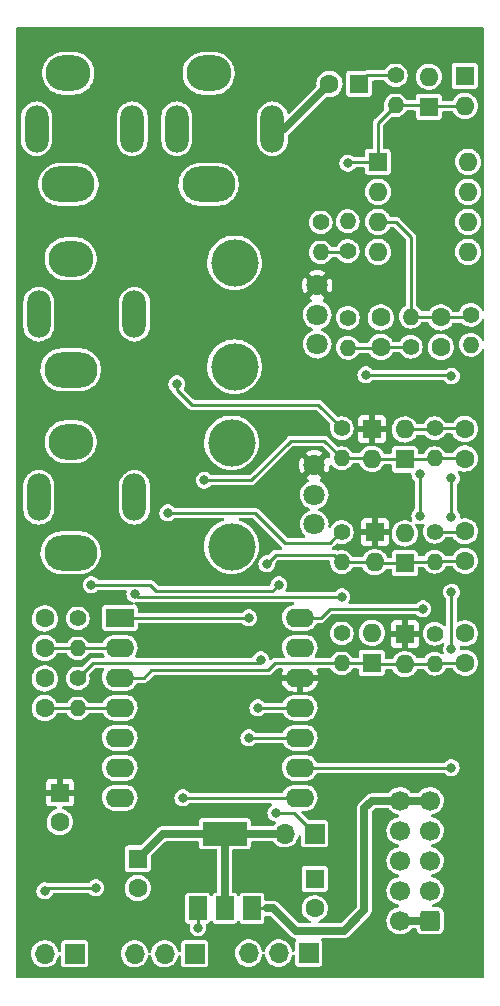
<source format=gtl>
%TF.GenerationSoftware,KiCad,Pcbnew,(6.0.1)*%
%TF.CreationDate,2022-09-27T15:47:34-04:00*%
%TF.ProjectId,SYNTH-VCO-02,53594e54-482d-4564-934f-2d30322e6b69,1*%
%TF.SameCoordinates,Original*%
%TF.FileFunction,Copper,L1,Top*%
%TF.FilePolarity,Positive*%
%FSLAX46Y46*%
G04 Gerber Fmt 4.6, Leading zero omitted, Abs format (unit mm)*
G04 Created by KiCad (PCBNEW (6.0.1)) date 2022-09-27 15:47:34*
%MOMM*%
%LPD*%
G01*
G04 APERTURE LIST*
G04 Aperture macros list*
%AMRoundRect*
0 Rectangle with rounded corners*
0 $1 Rounding radius*
0 $2 $3 $4 $5 $6 $7 $8 $9 X,Y pos of 4 corners*
0 Add a 4 corners polygon primitive as box body*
4,1,4,$2,$3,$4,$5,$6,$7,$8,$9,$2,$3,0*
0 Add four circle primitives for the rounded corners*
1,1,$1+$1,$2,$3*
1,1,$1+$1,$4,$5*
1,1,$1+$1,$6,$7*
1,1,$1+$1,$8,$9*
0 Add four rect primitives between the rounded corners*
20,1,$1+$1,$2,$3,$4,$5,0*
20,1,$1+$1,$4,$5,$6,$7,0*
20,1,$1+$1,$6,$7,$8,$9,0*
20,1,$1+$1,$8,$9,$2,$3,0*%
G04 Aperture macros list end*
%TA.AperFunction,ComponentPad*%
%ADD10O,2.000000X4.000000*%
%TD*%
%TA.AperFunction,ComponentPad*%
%ADD11O,4.500000X3.000000*%
%TD*%
%TA.AperFunction,ComponentPad*%
%ADD12O,3.800000X3.000000*%
%TD*%
%TA.AperFunction,ComponentPad*%
%ADD13R,1.600000X1.600000*%
%TD*%
%TA.AperFunction,ComponentPad*%
%ADD14C,1.600000*%
%TD*%
%TA.AperFunction,ComponentPad*%
%ADD15C,1.400000*%
%TD*%
%TA.AperFunction,ComponentPad*%
%ADD16O,1.400000X1.400000*%
%TD*%
%TA.AperFunction,ComponentPad*%
%ADD17O,1.600000X1.600000*%
%TD*%
%TA.AperFunction,ComponentPad*%
%ADD18R,1.700000X1.700000*%
%TD*%
%TA.AperFunction,ComponentPad*%
%ADD19O,1.700000X1.700000*%
%TD*%
%TA.AperFunction,ComponentPad*%
%ADD20RoundRect,0.250000X0.600000X0.600000X-0.600000X0.600000X-0.600000X-0.600000X0.600000X-0.600000X0*%
%TD*%
%TA.AperFunction,ComponentPad*%
%ADD21C,1.700000*%
%TD*%
%TA.AperFunction,ComponentPad*%
%ADD22R,2.400000X1.600000*%
%TD*%
%TA.AperFunction,ComponentPad*%
%ADD23O,2.400000X1.600000*%
%TD*%
%TA.AperFunction,SMDPad,CuDef*%
%ADD24R,1.500000X2.000000*%
%TD*%
%TA.AperFunction,SMDPad,CuDef*%
%ADD25R,3.800000X2.000000*%
%TD*%
%TA.AperFunction,WasherPad*%
%ADD26C,4.000000*%
%TD*%
%TA.AperFunction,ComponentPad*%
%ADD27C,1.800000*%
%TD*%
%TA.AperFunction,ViaPad*%
%ADD28C,0.800000*%
%TD*%
%TA.AperFunction,Conductor*%
%ADD29C,0.254000*%
%TD*%
%TA.AperFunction,Conductor*%
%ADD30C,0.635000*%
%TD*%
G04 APERTURE END LIST*
D10*
%TO.P,J2,T*%
%TO.N,/AUD_OUT*%
X207746000Y-30480000D03*
%TO.P,J2,TN*%
%TO.N,unconnected-(J2-PadTN)*%
X199646000Y-30480000D03*
D11*
%TO.P,J2,S*%
%TO.N,GND*%
X202346000Y-35180000D03*
D12*
X202346000Y-25780000D03*
%TD*%
D10*
%TO.P,J4,T*%
%TO.N,/CV*%
X196062000Y-61676001D03*
%TO.P,J4,TN*%
%TO.N,GND*%
X187962000Y-61676001D03*
D11*
%TO.P,J4,S*%
X190662000Y-66376001D03*
D12*
X190662000Y-56976001D03*
%TD*%
D10*
%TO.P,J3,T*%
%TO.N,/V_OCT*%
X196062000Y-46182001D03*
%TO.P,J3,TN*%
%TO.N,GND*%
X187962000Y-46182001D03*
D11*
%TO.P,J3,S*%
X190662000Y-50882001D03*
D12*
X190662000Y-41482001D03*
%TD*%
D10*
%TO.P,J1,T*%
%TO.N,/GATE*%
X195870001Y-30480000D03*
%TO.P,J1,TN*%
%TO.N,GND*%
X187770001Y-30480000D03*
D11*
%TO.P,J1,S*%
X190470001Y-35180000D03*
D12*
X190470001Y-25780000D03*
%TD*%
D13*
%TO.P,C11,1*%
%TO.N,+5V*%
X211328000Y-93980000D03*
D14*
%TO.P,C11,2*%
%TO.N,GND*%
X211328000Y-96480000D03*
%TD*%
D15*
%TO.P,R7,1*%
%TO.N,/GATE*%
X213614000Y-55831686D03*
D16*
%TO.P,R7,2*%
%TO.N,/GATE_CTL*%
X213614000Y-58371686D03*
%TD*%
D13*
%TO.P,C9,1*%
%TO.N,+3V3*%
X189738000Y-86678888D03*
D14*
%TO.P,C9,2*%
%TO.N,GND*%
X189738000Y-89178888D03*
%TD*%
D13*
%TO.P,D1,1,K*%
%TO.N,Net-(D1-Pad1)*%
X220980000Y-28603686D03*
D17*
%TO.P,D1,2,A*%
%TO.N,GND*%
X220980000Y-26063686D03*
%TD*%
D13*
%TO.P,D5,1,K*%
%TO.N,+3V3*%
X216408000Y-64634315D03*
D17*
%TO.P,D5,2,A*%
%TO.N,/VPEROCT_CV*%
X216408000Y-67174315D03*
%TD*%
D13*
%TO.P,D8,1,K*%
%TO.N,+3V3*%
X218948000Y-73270315D03*
D17*
%TO.P,D8,2,A*%
%TO.N,/MOD_CV*%
X218948000Y-75810315D03*
%TD*%
D18*
%TO.P,SW2,1,1*%
%TO.N,/MODE_UP_PB*%
X210804989Y-100273002D03*
D19*
%TO.P,SW2,2,2*%
%TO.N,GND*%
X208264989Y-100273002D03*
%TO.P,SW2,3,3*%
%TO.N,/MODE_DN_PB*%
X205724989Y-100273002D03*
%TD*%
D13*
%TO.P,D6,1,K*%
%TO.N,/VPEROCT_CV*%
X218948000Y-67281686D03*
D17*
%TO.P,D6,2,A*%
%TO.N,GND*%
X218948000Y-64741686D03*
%TD*%
D18*
%TO.P,SW1,1,1*%
%TO.N,GND*%
X191013004Y-100330000D03*
D19*
%TO.P,SW1,2,2*%
%TO.N,/TIMBRE_PB*%
X188473004Y-100330000D03*
%TD*%
D15*
%TO.P,R13,1*%
%TO.N,/CV*%
X213614000Y-73202000D03*
D16*
%TO.P,R13,2*%
%TO.N,/MOD_CV*%
X213614000Y-75742000D03*
%TD*%
D15*
%TO.P,R12,1*%
%TO.N,/MOD_FINE*%
X191262000Y-77012000D03*
D16*
%TO.P,R12,2*%
%TO.N,/MOD_POT*%
X191262000Y-79552000D03*
%TD*%
D15*
%TO.P,R3,1*%
%TO.N,Net-(R2-Pad2)*%
X214122000Y-40844000D03*
D16*
%TO.P,R3,2*%
%TO.N,Net-(D1-Pad1)*%
X214122000Y-38304000D03*
%TD*%
D14*
%TO.P,C4,1*%
%TO.N,/GATE_CTL*%
X224028000Y-58400000D03*
%TO.P,C4,2*%
%TO.N,GND*%
X224028000Y-55900000D03*
%TD*%
%TO.P,C5,1*%
%TO.N,/VPEROCT_CV*%
X224028000Y-67056000D03*
%TO.P,C5,2*%
%TO.N,GND*%
X224028000Y-64556000D03*
%TD*%
D18*
%TO.P,SW4,1,1*%
%TO.N,/OCT_DN_PB*%
X201152989Y-100330000D03*
D19*
%TO.P,SW4,2,2*%
%TO.N,GND*%
X198612989Y-100330000D03*
%TO.P,SW4,3,3*%
%TO.N,/OCT_UP_PB*%
X196072989Y-100330000D03*
%TD*%
D13*
%TO.P,D4,1,K*%
%TO.N,/GATE_CTL*%
X218948000Y-58477372D03*
D17*
%TO.P,D4,2,A*%
%TO.N,GND*%
X218948000Y-55937372D03*
%TD*%
D14*
%TO.P,C2,1*%
%TO.N,Net-(C2-Pad1)*%
X216916000Y-48952000D03*
%TO.P,C2,2*%
%TO.N,GND*%
X216916000Y-46452000D03*
%TD*%
D15*
%TO.P,R5,1*%
%TO.N,Net-(C2-Pad1)*%
X219456000Y-48922000D03*
D16*
%TO.P,R5,2*%
%TO.N,/PRE_FILT*%
X219456000Y-46382000D03*
%TD*%
D15*
%TO.P,R8,1*%
%TO.N,GND*%
X221488000Y-55831686D03*
D16*
%TO.P,R8,2*%
%TO.N,/GATE_CTL*%
X221488000Y-58371686D03*
%TD*%
D15*
%TO.P,R9,1*%
%TO.N,/V_OCT*%
X213614000Y-64636000D03*
D16*
%TO.P,R9,2*%
%TO.N,/VPEROCT_CV*%
X213614000Y-67176000D03*
%TD*%
D14*
%TO.P,C7,1*%
%TO.N,/MOD_CV*%
X224028000Y-75692000D03*
%TO.P,C7,2*%
%TO.N,GND*%
X224028000Y-73192000D03*
%TD*%
D13*
%TO.P,D2,1,K*%
%TO.N,+5V*%
X224028000Y-26006315D03*
D17*
%TO.P,D2,2,A*%
%TO.N,Net-(D1-Pad1)*%
X224028000Y-28546315D03*
%TD*%
D13*
%TO.P,D7,1,K*%
%TO.N,/MOD_CV*%
X216154000Y-75692000D03*
D17*
%TO.P,D7,2,A*%
%TO.N,GND*%
X216154000Y-73152000D03*
%TD*%
D13*
%TO.P,U1,1*%
%TO.N,Net-(D1-Pad1)*%
X216672000Y-33284000D03*
D17*
%TO.P,U1,2,-*%
%TO.N,Net-(R2-Pad2)*%
X216672000Y-35824000D03*
%TO.P,U1,3,+*%
%TO.N,/PRE_FILT*%
X216672000Y-38364000D03*
%TO.P,U1,4,V-*%
%TO.N,GND*%
X216672000Y-40904000D03*
%TO.P,U1,5,+*%
X224292000Y-40904000D03*
%TO.P,U1,6,-*%
%TO.N,Net-(U1-Pad6)*%
X224292000Y-38364000D03*
%TO.P,U1,7*%
X224292000Y-35824000D03*
%TO.P,U1,8,V+*%
%TO.N,+5V*%
X224292000Y-33284000D03*
%TD*%
D15*
%TO.P,R1,1*%
%TO.N,Net-(C1-Pad1)*%
X218186000Y-25958000D03*
D16*
%TO.P,R1,2*%
%TO.N,Net-(D1-Pad1)*%
X218186000Y-28498000D03*
%TD*%
D13*
%TO.P,D3,1,K*%
%TO.N,+3V3*%
X216154000Y-55880001D03*
D17*
%TO.P,D3,2,A*%
%TO.N,/GATE_CTL*%
X216154000Y-58420001D03*
%TD*%
D14*
%TO.P,C3,1*%
%TO.N,/PRE_FILT*%
X221996000Y-46452000D03*
%TO.P,C3,2*%
%TO.N,GND*%
X221996000Y-48952000D03*
%TD*%
D20*
%TO.P,J5,1,Pin_1*%
%TO.N,-12V*%
X221097500Y-97536000D03*
D21*
%TO.P,J5,2,Pin_2*%
X218557500Y-97536000D03*
%TO.P,J5,3,Pin_3*%
%TO.N,GND*%
X221097500Y-94996000D03*
%TO.P,J5,4,Pin_4*%
X218557500Y-94996000D03*
%TO.P,J5,5,Pin_5*%
X221097500Y-92456000D03*
%TO.P,J5,6,Pin_6*%
X218557500Y-92456000D03*
%TO.P,J5,7,Pin_7*%
X221097500Y-89916000D03*
%TO.P,J5,8,Pin_8*%
X218557500Y-89916000D03*
%TO.P,J5,9,Pin_9*%
%TO.N,+12V*%
X221097500Y-87376000D03*
%TO.P,J5,10,Pin_10*%
X218557500Y-87376000D03*
%TD*%
D15*
%TO.P,R11,1*%
%TO.N,/FREQ_FINE*%
X191262000Y-71932000D03*
D16*
%TO.P,R11,2*%
%TO.N,/FREQ_POT*%
X191262000Y-74472000D03*
%TD*%
D22*
%TO.P,U2,1,D0/P26*%
%TO.N,/VPEROCT_CV*%
X194818000Y-71882000D03*
D23*
%TO.P,U2,2,D1/P27*%
%TO.N,/FREQ_POT*%
X194818000Y-74422000D03*
%TO.P,U2,3,D2/P28*%
%TO.N,/MOD_CV*%
X194818000Y-76962000D03*
%TO.P,U2,4,D3/P29*%
%TO.N,/MOD_POT*%
X194818000Y-79502000D03*
%TO.P,U2,5,D4/SDA/P6*%
%TO.N,/TIMBRE_PB*%
X194818000Y-82042000D03*
%TO.P,U2,6,D5/SCL/P7*%
%TO.N,/GATE_CTL*%
X194818000Y-84582000D03*
%TO.P,U2,7,D6/TX/P0*%
%TO.N,/OCT_UP_PB*%
X194818000Y-87122000D03*
%TO.P,U2,8,D7/RX/P1*%
%TO.N,/OCT_DN_PB*%
X210058000Y-87122000D03*
%TO.P,U2,9,D8/SCK/P2*%
%TO.N,/WAV*%
X210058000Y-84582000D03*
%TO.P,U2,10,D9/MISO/P4*%
%TO.N,/MODE_DN_PB*%
X210058000Y-82042000D03*
%TO.P,U2,11,D10/MOSI/P3*%
%TO.N,/MODE_UP_PB*%
X210058000Y-79502000D03*
%TO.P,U2,12,3.3V*%
%TO.N,+3V3*%
X210058000Y-76962000D03*
%TO.P,U2,13,GND*%
%TO.N,GND*%
X210058000Y-74422000D03*
%TO.P,U2,14,5V*%
%TO.N,+5V*%
X210058000Y-71882000D03*
%TD*%
D18*
%TO.P,H1,1,Pin_1*%
%TO.N,+5V*%
X211333000Y-90170000D03*
D19*
%TO.P,H1,2,Pin_2*%
%TO.N,Net-(C10-Pad1)*%
X208793000Y-90170000D03*
%TD*%
D15*
%TO.P,R14,1*%
%TO.N,GND*%
X221488000Y-73222000D03*
D16*
%TO.P,R14,2*%
%TO.N,/MOD_CV*%
X221488000Y-75762000D03*
%TD*%
D14*
%TO.P,C8,1*%
%TO.N,/MOD_POT*%
X188468000Y-79522000D03*
%TO.P,C8,2*%
%TO.N,GND*%
X188468000Y-77022000D03*
%TD*%
D15*
%TO.P,R2,1*%
%TO.N,GND*%
X211836000Y-38404000D03*
D16*
%TO.P,R2,2*%
%TO.N,Net-(R2-Pad2)*%
X211836000Y-40944000D03*
%TD*%
D15*
%TO.P,R6,1*%
%TO.N,/PRE_FILT*%
X224536000Y-46228000D03*
D16*
%TO.P,R6,2*%
%TO.N,GND*%
X224536000Y-48768000D03*
%TD*%
D15*
%TO.P,R4,1*%
%TO.N,/WAV*%
X214122000Y-46482000D03*
D16*
%TO.P,R4,2*%
%TO.N,Net-(C2-Pad1)*%
X214122000Y-49022000D03*
%TD*%
D13*
%TO.P,C1,1*%
%TO.N,Net-(C1-Pad1)*%
X215073113Y-26670000D03*
D14*
%TO.P,C1,2*%
%TO.N,/AUD_OUT*%
X212573113Y-26670000D03*
%TD*%
D13*
%TO.P,C10,1*%
%TO.N,Net-(C10-Pad1)*%
X196342000Y-92266888D03*
D14*
%TO.P,C10,2*%
%TO.N,GND*%
X196342000Y-94766888D03*
%TD*%
D15*
%TO.P,R10,1*%
%TO.N,GND*%
X221488000Y-64586000D03*
D16*
%TO.P,R10,2*%
%TO.N,/VPEROCT_CV*%
X221488000Y-67126000D03*
%TD*%
D24*
%TO.P,U3,1,GND*%
%TO.N,GND*%
X201408000Y-96470000D03*
%TO.P,U3,2,VO*%
%TO.N,Net-(C10-Pad1)*%
X203708000Y-96470000D03*
%TO.P,U3,3,VIN*%
%TO.N,+12V*%
X206008000Y-96470000D03*
D25*
%TO.P,U3,4,VO*%
%TO.N,Net-(C10-Pad1)*%
X203708000Y-90170000D03*
%TD*%
D14*
%TO.P,C6,1*%
%TO.N,/FREQ_POT*%
X188468000Y-74442000D03*
%TO.P,C6,2*%
%TO.N,GND*%
X188468000Y-71942000D03*
%TD*%
D26*
%TO.P,RV2,*%
%TO.N,*%
X204536000Y-50628000D03*
X204536000Y-41828000D03*
D27*
%TO.P,RV2,1,1*%
%TO.N,GND*%
X211536000Y-48728000D03*
%TO.P,RV2,2,2*%
%TO.N,/FREQ_FINE*%
X211536000Y-46228000D03*
%TO.P,RV2,3,3*%
%TO.N,+3V3*%
X211536000Y-43728000D03*
%TD*%
D26*
%TO.P,RV1,*%
%TO.N,*%
X204282000Y-65868000D03*
X204282000Y-57068000D03*
D27*
%TO.P,RV1,1,1*%
%TO.N,GND*%
X211282000Y-63968000D03*
%TO.P,RV1,2,2*%
%TO.N,/MOD_FINE*%
X211282000Y-61468000D03*
%TO.P,RV1,3,3*%
%TO.N,+3V3*%
X211282000Y-58968000D03*
%TD*%
D28*
%TO.N,GND*%
X201436000Y-98127000D03*
%TO.N,+5V*%
X220472000Y-71120000D03*
X220218000Y-63246000D03*
X208026000Y-88392000D03*
X220218000Y-59690000D03*
%TO.N,/GATE_CTL*%
X201973489Y-60241489D03*
%TO.N,/VPEROCT_CV*%
X205740000Y-71882000D03*
X207264000Y-67310000D03*
%TO.N,/TIMBRE_PB*%
X192786000Y-94742000D03*
X188468000Y-94996000D03*
%TO.N,/MODE_UP_PB*%
X206502000Y-79502000D03*
%TO.N,/MODE_DN_PB*%
X205740000Y-82042000D03*
%TO.N,/CV*%
X213614000Y-70104000D03*
X196088000Y-69850000D03*
%TO.N,/GATE*%
X199644000Y-52070000D03*
%TO.N,/OCT_DN_PB*%
X200152000Y-87122000D03*
%TO.N,/WAV*%
X222901489Y-63356511D03*
X222901489Y-69706511D03*
X222901489Y-74532511D03*
X222901489Y-60054511D03*
X215646000Y-51308000D03*
X222885000Y-84582000D03*
X222901489Y-51418511D03*
%TO.N,/V_OCT*%
X198882000Y-62992000D03*
%TO.N,/MOD_FINE*%
X206756000Y-75438000D03*
%TO.N,/FREQ_FINE*%
X192405000Y-69088000D03*
X208280000Y-69088000D03*
%TO.N,Net-(D1-Pad1)*%
X214122000Y-33401000D03*
%TD*%
D29*
%TO.N,+12V*%
X207314000Y-96470000D02*
X206008000Y-96470000D01*
D30*
X207800004Y-96470000D02*
X207314000Y-96470000D01*
X208446002Y-97115998D02*
X207799991Y-96469987D01*
X209207992Y-97877988D02*
X208446002Y-97115998D01*
D29*
X207800000Y-96470000D02*
X207314000Y-96470000D01*
D30*
X208446002Y-97115998D02*
X207800004Y-96470000D01*
X209715989Y-98386011D02*
X209207992Y-97878008D01*
X209207992Y-97878008D02*
X209207992Y-97877988D01*
X216154000Y-87376000D02*
X218557500Y-87376000D01*
X213779989Y-98386011D02*
X215519000Y-96647000D01*
X209715989Y-98386011D02*
X213779989Y-98386011D01*
X215519000Y-96647000D02*
X215519000Y-88011000D01*
X215519000Y-88011000D02*
X216154000Y-87376000D01*
D29*
%TO.N,GND*%
X201422000Y-96451000D02*
X201422000Y-98113000D01*
X218948000Y-55937372D02*
X221382314Y-55937372D01*
X221488000Y-55831686D02*
X223959686Y-55831686D01*
X201422000Y-98113000D02*
X201436000Y-98127000D01*
X221488000Y-64586000D02*
X223998000Y-64586000D01*
%TO.N,+5V*%
X211333000Y-90170000D02*
X209555000Y-88392000D01*
X220218000Y-59690000D02*
X220218000Y-63246000D01*
X209555000Y-88392000D02*
X208026000Y-88392000D01*
X210058000Y-71882000D02*
X211836000Y-71882000D01*
X211836000Y-71882000D02*
X212598000Y-71120000D01*
X220472000Y-71120000D02*
X212598000Y-71120000D01*
%TO.N,/GATE_CTL*%
X221488000Y-58371686D02*
X223999686Y-58371686D01*
X201973489Y-60241489D02*
X205950511Y-60241489D01*
X216154000Y-58420001D02*
X218890629Y-58420001D01*
X218948000Y-58477372D02*
X221382314Y-58477372D01*
X213614000Y-58371686D02*
X216105685Y-58371686D01*
X205950511Y-60241489D02*
X209296000Y-56896000D01*
X209296000Y-56896000D02*
X212138314Y-56896000D01*
X212138314Y-56896000D02*
X213614000Y-58371686D01*
%TO.N,/FREQ_POT*%
X194818000Y-74422000D02*
X191312000Y-74422000D01*
X188468000Y-74442000D02*
X191232000Y-74442000D01*
%TO.N,/VPEROCT_CV*%
X208026000Y-66548000D02*
X212986000Y-66548000D01*
X216408000Y-67174315D02*
X213615685Y-67174315D01*
X221488000Y-67126000D02*
X219103686Y-67126000D01*
X194818000Y-71882000D02*
X205740000Y-71882000D01*
X224028000Y-67056000D02*
X221558000Y-67056000D01*
X207264000Y-67310000D02*
X208026000Y-66548000D01*
X218948000Y-67281686D02*
X216515371Y-67281686D01*
X212986000Y-66548000D02*
X213614000Y-67176000D01*
%TO.N,/MOD_POT*%
X188468000Y-79522000D02*
X191232000Y-79522000D01*
X194818000Y-79502000D02*
X191312000Y-79502000D01*
%TO.N,/MOD_CV*%
X207976000Y-75742000D02*
X207391000Y-76327000D01*
X221488000Y-75762000D02*
X218996315Y-75762000D01*
X218948000Y-75810315D02*
X216272315Y-75810315D01*
X207391000Y-76327000D02*
X197485000Y-76327000D01*
X213614000Y-75742000D02*
X207976000Y-75742000D01*
X224028000Y-75692000D02*
X221558000Y-75692000D01*
X213614000Y-75742000D02*
X216104000Y-75742000D01*
X197485000Y-76327000D02*
X196850000Y-76962000D01*
X196850000Y-76962000D02*
X194818000Y-76962000D01*
%TO.N,/PRE_FILT*%
X221996000Y-46452000D02*
X224312000Y-46452000D01*
X219456000Y-46382000D02*
X219456000Y-39624000D01*
X219456000Y-46382000D02*
X221926000Y-46382000D01*
X218196000Y-38364000D02*
X219456000Y-39624000D01*
X216672000Y-38364000D02*
X218196000Y-38364000D01*
D30*
%TO.N,/AUD_OUT*%
X208763108Y-30480000D02*
X212573108Y-26670000D01*
D29*
%TO.N,/TIMBRE_PB*%
X188722000Y-94742000D02*
X192786000Y-94742000D01*
X188468000Y-94996000D02*
X188722000Y-94742000D01*
%TO.N,/MODE_UP_PB*%
X206502000Y-79502000D02*
X210058000Y-79502000D01*
%TO.N,/MODE_DN_PB*%
X205740000Y-82042000D02*
X210058000Y-82042000D01*
D30*
%TO.N,-12V*%
X218557500Y-97536000D02*
X221097500Y-97536000D01*
D29*
%TO.N,/CV*%
X213614000Y-70104000D02*
X196342000Y-70104000D01*
X196342000Y-70104000D02*
X196088000Y-69850000D01*
%TO.N,/GATE*%
X213614000Y-55831686D02*
X211630314Y-53848000D01*
X199644000Y-52578000D02*
X199644000Y-52070000D01*
X200914000Y-53848000D02*
X199644000Y-52578000D01*
X211630314Y-53848000D02*
X200914000Y-53848000D01*
%TO.N,Net-(C1-Pad1)*%
X215785113Y-25958000D02*
X215073113Y-26670000D01*
X218186000Y-25958000D02*
X215785113Y-25958000D01*
%TO.N,/OCT_DN_PB*%
X200152000Y-87122000D02*
X210058000Y-87122000D01*
%TO.N,/WAV*%
X222901489Y-51418511D02*
X222790978Y-51308000D01*
X222790978Y-51308000D02*
X215646000Y-51308000D01*
X210058000Y-84582000D02*
X222885000Y-84582000D01*
X222901485Y-74532515D02*
X222901485Y-69706515D01*
X222901485Y-63356515D02*
X222901485Y-60054515D01*
%TO.N,/V_OCT*%
X208788000Y-65532000D02*
X206248000Y-62992000D01*
X213494000Y-64636000D02*
X212598000Y-65532000D01*
X206248000Y-62992000D02*
X199136000Y-62992000D01*
X212598000Y-65532000D02*
X208788000Y-65532000D01*
X199136000Y-62992000D02*
X198882000Y-62992000D01*
%TO.N,/MOD_FINE*%
X191262000Y-77012000D02*
X192582000Y-75692000D01*
X192582000Y-75692000D02*
X206502000Y-75692000D01*
X206502000Y-75692000D02*
X206756000Y-75438000D01*
%TO.N,/FREQ_FINE*%
X197358000Y-69088000D02*
X197920480Y-69650480D01*
X197920480Y-69650480D02*
X207717520Y-69650480D01*
X192405000Y-69088000D02*
X197358000Y-69088000D01*
X207717520Y-69650480D02*
X208280000Y-69088000D01*
D30*
%TO.N,+12V*%
X218567000Y-87376000D02*
X221107000Y-87376000D01*
D29*
%TO.N,Net-(R2-Pad2)*%
X211836000Y-40944000D02*
X214022000Y-40944000D01*
%TO.N,Net-(D1-Pad1)*%
X224028000Y-28546315D02*
X221037371Y-28546315D01*
X216672000Y-30012000D02*
X218186000Y-28498000D01*
X216672000Y-33284000D02*
X214239000Y-33284000D01*
X214239000Y-33284000D02*
X214122000Y-33401000D01*
X216672000Y-33284000D02*
X216672000Y-30012000D01*
X218186000Y-28498000D02*
X220874314Y-28498000D01*
%TO.N,Net-(C2-Pad1)*%
X214122000Y-49022000D02*
X216846000Y-49022000D01*
X216916000Y-48952000D02*
X219426000Y-48952000D01*
D30*
%TO.N,Net-(C10-Pad1)*%
X203708000Y-96470006D02*
X203708000Y-90169994D01*
X203708000Y-90170000D02*
X198438897Y-90170000D01*
X208714505Y-90170000D02*
X203781495Y-90170000D01*
X198438897Y-90170000D02*
X196342000Y-92266897D01*
%TD*%
%TA.AperFunction,Conductor*%
%TO.N,+3V3*%
G36*
X225637321Y-21924802D02*
G01*
X225683814Y-21978458D01*
X225695200Y-22030800D01*
X225695200Y-45761345D01*
X225675198Y-45829466D01*
X225621542Y-45875959D01*
X225551268Y-45886063D01*
X225486688Y-45856569D01*
X225457949Y-45820498D01*
X225380285Y-45674434D01*
X225380284Y-45674433D01*
X225377387Y-45668984D01*
X225300955Y-45575269D01*
X225256672Y-45520972D01*
X225256670Y-45520970D01*
X225252783Y-45516204D01*
X225100877Y-45390536D01*
X225095460Y-45387607D01*
X225095457Y-45387605D01*
X224932872Y-45299696D01*
X224932868Y-45299694D01*
X224927454Y-45296767D01*
X224921574Y-45294947D01*
X224921572Y-45294946D01*
X224772221Y-45248714D01*
X224739122Y-45238468D01*
X224733004Y-45237825D01*
X224732999Y-45237824D01*
X224549181Y-45218505D01*
X224549179Y-45218505D01*
X224543052Y-45217861D01*
X224460586Y-45225366D01*
X224352853Y-45235170D01*
X224352850Y-45235171D01*
X224346714Y-45235729D01*
X224340808Y-45237467D01*
X224340804Y-45237468D01*
X224199547Y-45279042D01*
X224157586Y-45291392D01*
X223982871Y-45382731D01*
X223978071Y-45386591D01*
X223978070Y-45386591D01*
X223967895Y-45394772D01*
X223829225Y-45506265D01*
X223702500Y-45657291D01*
X223699536Y-45662683D01*
X223699533Y-45662687D01*
X223630077Y-45789028D01*
X223607523Y-45830054D01*
X223605661Y-45835923D01*
X223605660Y-45835926D01*
X223575248Y-45931798D01*
X223535585Y-45990682D01*
X223470383Y-46018775D01*
X223455146Y-46019700D01*
X223093646Y-46019700D01*
X223025525Y-45999698D01*
X222980640Y-45949429D01*
X222945014Y-45877187D01*
X222942460Y-45872008D01*
X222866439Y-45770204D01*
X222824370Y-45713866D01*
X222824369Y-45713865D01*
X222820917Y-45709242D01*
X222802732Y-45692432D01*
X222675986Y-45575269D01*
X222675983Y-45575267D01*
X222671746Y-45571350D01*
X222612355Y-45533877D01*
X222504829Y-45466033D01*
X222504824Y-45466031D01*
X222499945Y-45462952D01*
X222311267Y-45387677D01*
X222112030Y-45348046D01*
X222106255Y-45347970D01*
X222106251Y-45347970D01*
X222004762Y-45346642D01*
X221908908Y-45345387D01*
X221903211Y-45346366D01*
X221903210Y-45346366D01*
X221714399Y-45378810D01*
X221708702Y-45379789D01*
X221518118Y-45450099D01*
X221513157Y-45453051D01*
X221513156Y-45453051D01*
X221357945Y-45545392D01*
X221343538Y-45553963D01*
X221190809Y-45687902D01*
X221065046Y-45847432D01*
X221062357Y-45852543D01*
X221062355Y-45852546D01*
X221046665Y-45882368D01*
X220997245Y-45933341D01*
X220935157Y-45949700D01*
X220440471Y-45949700D01*
X220372350Y-45929698D01*
X220329220Y-45882854D01*
X220323453Y-45872008D01*
X220297387Y-45822984D01*
X220293496Y-45818214D01*
X220293494Y-45818210D01*
X220176672Y-45674972D01*
X220176670Y-45674970D01*
X220172783Y-45670204D01*
X220020877Y-45544536D01*
X220015457Y-45541606D01*
X220015452Y-45541602D01*
X219954371Y-45508575D01*
X219903962Y-45458581D01*
X219888300Y-45397740D01*
X219888300Y-40874943D01*
X223182345Y-40874943D01*
X223195631Y-41077648D01*
X223197052Y-41083244D01*
X223197053Y-41083249D01*
X223218732Y-41168607D01*
X223245635Y-41274537D01*
X223330681Y-41459017D01*
X223447923Y-41624910D01*
X223593432Y-41766659D01*
X223598228Y-41769864D01*
X223598231Y-41769866D01*
X223723795Y-41853765D01*
X223762337Y-41879518D01*
X223767640Y-41881796D01*
X223767643Y-41881798D01*
X223881231Y-41930599D01*
X223948980Y-41959706D01*
X224021381Y-41976088D01*
X224141474Y-42003263D01*
X224141479Y-42003264D01*
X224147111Y-42004538D01*
X224152882Y-42004765D01*
X224152884Y-42004765D01*
X224211801Y-42007080D01*
X224350095Y-42012514D01*
X224468121Y-41995401D01*
X224545411Y-41984195D01*
X224545415Y-41984194D01*
X224551133Y-41983365D01*
X224556605Y-41981507D01*
X224556607Y-41981507D01*
X224738028Y-41919922D01*
X224738030Y-41919921D01*
X224743492Y-41918067D01*
X224887961Y-41837161D01*
X224915694Y-41821630D01*
X224915695Y-41821629D01*
X224920731Y-41818809D01*
X225076913Y-41688913D01*
X225206809Y-41532731D01*
X225210326Y-41526452D01*
X225294414Y-41376300D01*
X225306067Y-41355492D01*
X225316683Y-41324218D01*
X225369507Y-41168607D01*
X225369507Y-41168605D01*
X225371365Y-41163133D01*
X225400514Y-40962095D01*
X225402035Y-40904000D01*
X225383447Y-40701712D01*
X225369970Y-40653924D01*
X225344375Y-40563173D01*
X225328307Y-40506199D01*
X225238460Y-40324008D01*
X225116917Y-40161242D01*
X225105474Y-40150664D01*
X224971986Y-40027269D01*
X224971983Y-40027267D01*
X224967746Y-40023350D01*
X224900852Y-39981143D01*
X224800829Y-39918033D01*
X224800824Y-39918031D01*
X224795945Y-39914952D01*
X224607267Y-39839677D01*
X224431314Y-39804678D01*
X224413696Y-39801173D01*
X224408030Y-39800046D01*
X224402255Y-39799970D01*
X224402251Y-39799970D01*
X224300762Y-39798642D01*
X224204908Y-39797387D01*
X224199211Y-39798366D01*
X224199210Y-39798366D01*
X224017662Y-39829562D01*
X224004702Y-39831789D01*
X223814118Y-39902099D01*
X223809157Y-39905051D01*
X223809156Y-39905051D01*
X223685155Y-39978824D01*
X223639538Y-40005963D01*
X223486809Y-40139902D01*
X223361046Y-40299432D01*
X223358357Y-40304543D01*
X223358355Y-40304546D01*
X223316639Y-40383835D01*
X223266461Y-40479208D01*
X223206222Y-40673211D01*
X223182345Y-40874943D01*
X219888300Y-40874943D01*
X219888300Y-39657132D01*
X219889173Y-39642323D01*
X219891860Y-39619619D01*
X219892967Y-39610267D01*
X219882861Y-39554931D01*
X219882217Y-39551062D01*
X219873856Y-39495451D01*
X219870857Y-39489205D01*
X219869612Y-39482389D01*
X219843680Y-39432467D01*
X219841931Y-39428965D01*
X219821665Y-39386762D01*
X219817586Y-39378267D01*
X219812881Y-39373178D01*
X219809688Y-39367030D01*
X219805557Y-39362193D01*
X219769882Y-39326518D01*
X219766453Y-39322952D01*
X219735740Y-39289727D01*
X219729345Y-39282809D01*
X219723189Y-39279233D01*
X219717512Y-39274147D01*
X218778308Y-38334943D01*
X223182345Y-38334943D01*
X223195631Y-38537648D01*
X223197052Y-38543244D01*
X223197053Y-38543249D01*
X223218527Y-38627800D01*
X223245635Y-38734537D01*
X223330681Y-38919017D01*
X223447923Y-39084910D01*
X223593432Y-39226659D01*
X223598228Y-39229864D01*
X223598231Y-39229866D01*
X223724060Y-39313942D01*
X223762337Y-39339518D01*
X223767640Y-39341796D01*
X223767643Y-39341798D01*
X223881231Y-39390599D01*
X223948980Y-39419706D01*
X224005544Y-39432505D01*
X224141474Y-39463263D01*
X224141479Y-39463264D01*
X224147111Y-39464538D01*
X224152882Y-39464765D01*
X224152884Y-39464765D01*
X224211801Y-39467080D01*
X224350095Y-39472514D01*
X224468121Y-39455401D01*
X224545411Y-39444195D01*
X224545415Y-39444194D01*
X224551133Y-39443365D01*
X224556605Y-39441507D01*
X224556607Y-39441507D01*
X224738028Y-39379922D01*
X224738030Y-39379921D01*
X224743492Y-39378067D01*
X224898377Y-39291328D01*
X224915694Y-39281630D01*
X224915695Y-39281629D01*
X224920731Y-39278809D01*
X225076913Y-39148913D01*
X225206809Y-38992731D01*
X225230060Y-38951214D01*
X225303248Y-38820525D01*
X225306067Y-38815492D01*
X225312582Y-38796300D01*
X225369507Y-38628607D01*
X225369507Y-38628605D01*
X225371365Y-38623133D01*
X225400514Y-38422095D01*
X225402035Y-38364000D01*
X225383447Y-38161712D01*
X225369970Y-38113924D01*
X225364343Y-38093975D01*
X225328307Y-37966199D01*
X225238460Y-37784008D01*
X225116917Y-37621242D01*
X225098732Y-37604432D01*
X224971986Y-37487269D01*
X224971983Y-37487267D01*
X224967746Y-37483350D01*
X224921207Y-37453986D01*
X224800829Y-37378033D01*
X224800824Y-37378031D01*
X224795945Y-37374952D01*
X224607267Y-37299677D01*
X224408030Y-37260046D01*
X224402255Y-37259970D01*
X224402251Y-37259970D01*
X224300762Y-37258642D01*
X224204908Y-37257387D01*
X224199211Y-37258366D01*
X224199210Y-37258366D01*
X224010399Y-37290810D01*
X224004702Y-37291789D01*
X223814118Y-37362099D01*
X223809157Y-37365051D01*
X223809156Y-37365051D01*
X223723033Y-37416289D01*
X223639538Y-37465963D01*
X223486809Y-37599902D01*
X223361046Y-37759432D01*
X223358357Y-37764543D01*
X223358355Y-37764546D01*
X223348116Y-37784008D01*
X223266461Y-37939208D01*
X223206222Y-38133211D01*
X223182345Y-38334943D01*
X218778308Y-38334943D01*
X218525113Y-38081748D01*
X218515258Y-38070659D01*
X218501103Y-38052704D01*
X218495272Y-38045307D01*
X218449016Y-38013338D01*
X218445816Y-38011051D01*
X218408147Y-37983229D01*
X218400571Y-37977633D01*
X218394034Y-37975337D01*
X218388334Y-37971398D01*
X218334706Y-37954438D01*
X218330958Y-37953187D01*
X218291153Y-37939208D01*
X218277920Y-37934561D01*
X218270999Y-37934289D01*
X218264390Y-37932199D01*
X218258049Y-37931700D01*
X218207587Y-37931700D01*
X218202640Y-37931603D01*
X218148026Y-37929457D01*
X218141146Y-37931281D01*
X218133534Y-37931700D01*
X217769646Y-37931700D01*
X217701525Y-37911698D01*
X217656640Y-37861429D01*
X217621014Y-37789187D01*
X217618460Y-37784008D01*
X217496917Y-37621242D01*
X217478732Y-37604432D01*
X217351986Y-37487269D01*
X217351983Y-37487267D01*
X217347746Y-37483350D01*
X217301207Y-37453986D01*
X217180829Y-37378033D01*
X217180824Y-37378031D01*
X217175945Y-37374952D01*
X216987267Y-37299677D01*
X216788030Y-37260046D01*
X216782255Y-37259970D01*
X216782251Y-37259970D01*
X216680762Y-37258642D01*
X216584908Y-37257387D01*
X216579211Y-37258366D01*
X216579210Y-37258366D01*
X216390399Y-37290810D01*
X216384702Y-37291789D01*
X216194118Y-37362099D01*
X216189157Y-37365051D01*
X216189156Y-37365051D01*
X216103033Y-37416289D01*
X216019538Y-37465963D01*
X215866809Y-37599902D01*
X215741046Y-37759432D01*
X215738357Y-37764543D01*
X215738355Y-37764546D01*
X215728116Y-37784008D01*
X215646461Y-37939208D01*
X215586222Y-38133211D01*
X215562345Y-38334943D01*
X215575631Y-38537648D01*
X215577052Y-38543244D01*
X215577053Y-38543249D01*
X215598527Y-38627800D01*
X215625635Y-38734537D01*
X215710681Y-38919017D01*
X215827923Y-39084910D01*
X215973432Y-39226659D01*
X215978228Y-39229864D01*
X215978231Y-39229866D01*
X216104060Y-39313942D01*
X216142337Y-39339518D01*
X216147640Y-39341796D01*
X216147643Y-39341798D01*
X216261231Y-39390599D01*
X216328980Y-39419706D01*
X216385544Y-39432505D01*
X216521474Y-39463263D01*
X216521479Y-39463264D01*
X216527111Y-39464538D01*
X216532882Y-39464765D01*
X216532884Y-39464765D01*
X216591801Y-39467080D01*
X216730095Y-39472514D01*
X216848121Y-39455401D01*
X216925411Y-39444195D01*
X216925415Y-39444194D01*
X216931133Y-39443365D01*
X216936605Y-39441507D01*
X216936607Y-39441507D01*
X217118028Y-39379922D01*
X217118030Y-39379921D01*
X217123492Y-39378067D01*
X217278377Y-39291328D01*
X217295694Y-39281630D01*
X217295695Y-39281629D01*
X217300731Y-39278809D01*
X217456913Y-39148913D01*
X217586809Y-38992731D01*
X217660731Y-38860733D01*
X217711467Y-38811072D01*
X217770665Y-38796300D01*
X217964745Y-38796300D01*
X218032866Y-38816302D01*
X218053840Y-38833205D01*
X218986795Y-39766160D01*
X219020821Y-39828472D01*
X219023700Y-39855255D01*
X219023700Y-45397255D01*
X219003698Y-45465376D01*
X218956076Y-45508916D01*
X218902871Y-45536731D01*
X218898071Y-45540591D01*
X218898070Y-45540591D01*
X218885414Y-45550767D01*
X218749225Y-45660265D01*
X218622500Y-45811291D01*
X218619536Y-45816683D01*
X218619533Y-45816687D01*
X218586273Y-45877187D01*
X218527523Y-45984054D01*
X218525662Y-45989921D01*
X218525661Y-45989923D01*
X218491677Y-46097056D01*
X218467911Y-46171975D01*
X218445934Y-46367896D01*
X218462432Y-46564354D01*
X218464131Y-46570279D01*
X218508606Y-46725383D01*
X218516773Y-46753866D01*
X218519592Y-46759351D01*
X218604072Y-46923732D01*
X218604075Y-46923737D01*
X218606890Y-46929214D01*
X218729349Y-47083719D01*
X218734042Y-47087713D01*
X218734043Y-47087714D01*
X218834149Y-47172910D01*
X218879486Y-47211495D01*
X219051582Y-47307677D01*
X219239082Y-47368599D01*
X219434845Y-47391942D01*
X219440980Y-47391470D01*
X219440982Y-47391470D01*
X219625272Y-47377290D01*
X219625277Y-47377289D01*
X219631413Y-47376817D01*
X219637343Y-47375161D01*
X219637345Y-47375161D01*
X219726356Y-47350309D01*
X219821300Y-47323800D01*
X219826800Y-47321022D01*
X219991772Y-47237689D01*
X219991774Y-47237688D01*
X219997273Y-47234910D01*
X220152629Y-47113532D01*
X220281450Y-46964291D01*
X220330435Y-46878063D01*
X220381475Y-46828712D01*
X220439991Y-46814300D01*
X220865180Y-46814300D01*
X220933301Y-46834302D01*
X220979606Y-46887548D01*
X221034681Y-47007017D01*
X221151923Y-47172910D01*
X221192763Y-47212695D01*
X221276288Y-47294061D01*
X221297432Y-47314659D01*
X221302228Y-47317864D01*
X221302231Y-47317866D01*
X221394054Y-47379220D01*
X221466337Y-47427518D01*
X221471640Y-47429796D01*
X221471643Y-47429798D01*
X221616288Y-47491942D01*
X221652980Y-47507706D01*
X221712912Y-47521267D01*
X221845474Y-47551263D01*
X221845479Y-47551264D01*
X221851111Y-47552538D01*
X221856882Y-47552765D01*
X221856884Y-47552765D01*
X221915801Y-47555080D01*
X222054095Y-47560514D01*
X222172121Y-47543401D01*
X222249411Y-47532195D01*
X222249415Y-47532194D01*
X222255133Y-47531365D01*
X222260605Y-47529507D01*
X222260607Y-47529507D01*
X222442028Y-47467922D01*
X222442030Y-47467921D01*
X222447492Y-47466067D01*
X222581154Y-47391213D01*
X222619694Y-47369630D01*
X222619695Y-47369629D01*
X222624731Y-47366809D01*
X222780913Y-47236913D01*
X222910809Y-47080731D01*
X222984731Y-46948733D01*
X223035467Y-46899072D01*
X223094665Y-46884300D01*
X223712841Y-46884300D01*
X223780962Y-46904302D01*
X223803479Y-46922775D01*
X223805523Y-46924892D01*
X223809349Y-46929719D01*
X223814036Y-46933708D01*
X223814038Y-46933710D01*
X223919814Y-47023732D01*
X223959486Y-47057495D01*
X224131582Y-47153677D01*
X224319082Y-47214599D01*
X224514845Y-47237942D01*
X224520980Y-47237470D01*
X224520982Y-47237470D01*
X224705272Y-47223290D01*
X224705277Y-47223289D01*
X224711413Y-47222817D01*
X224717343Y-47221161D01*
X224717345Y-47221161D01*
X224806356Y-47196309D01*
X224901300Y-47169800D01*
X224929449Y-47155581D01*
X225071772Y-47083689D01*
X225071774Y-47083688D01*
X225077273Y-47080910D01*
X225232629Y-46959532D01*
X225337578Y-46837947D01*
X225357421Y-46814959D01*
X225357422Y-46814957D01*
X225361450Y-46810291D01*
X225458831Y-46638871D01*
X225460888Y-46640040D01*
X225500074Y-46593937D01*
X225568001Y-46573288D01*
X225636309Y-46592641D01*
X225683310Y-46645852D01*
X225695200Y-46699282D01*
X225695200Y-48301345D01*
X225675198Y-48369466D01*
X225621542Y-48415959D01*
X225551268Y-48426063D01*
X225486688Y-48396569D01*
X225457949Y-48360498D01*
X225380285Y-48214434D01*
X225380284Y-48214433D01*
X225377387Y-48208984D01*
X225275170Y-48083653D01*
X225256672Y-48060972D01*
X225256670Y-48060970D01*
X225252783Y-48056204D01*
X225100877Y-47930536D01*
X225095460Y-47927607D01*
X225095457Y-47927605D01*
X224932872Y-47839696D01*
X224932868Y-47839694D01*
X224927454Y-47836767D01*
X224921574Y-47834947D01*
X224921572Y-47834946D01*
X224833288Y-47807617D01*
X224739122Y-47778468D01*
X224733004Y-47777825D01*
X224732999Y-47777824D01*
X224549181Y-47758505D01*
X224549179Y-47758505D01*
X224543052Y-47757861D01*
X224469090Y-47764592D01*
X224352853Y-47775170D01*
X224352850Y-47775171D01*
X224346714Y-47775729D01*
X224340808Y-47777467D01*
X224340804Y-47777468D01*
X224199547Y-47819042D01*
X224157586Y-47831392D01*
X223982871Y-47922731D01*
X223978071Y-47926591D01*
X223978070Y-47926591D01*
X223951317Y-47948101D01*
X223829225Y-48046265D01*
X223702500Y-48197291D01*
X223699536Y-48202683D01*
X223699533Y-48202687D01*
X223636831Y-48316742D01*
X223607523Y-48370054D01*
X223605662Y-48375921D01*
X223605661Y-48375923D01*
X223550753Y-48549017D01*
X223547911Y-48557975D01*
X223525934Y-48753896D01*
X223528768Y-48787642D01*
X223540132Y-48922960D01*
X223542432Y-48950354D01*
X223596773Y-49139866D01*
X223599592Y-49145351D01*
X223684072Y-49309732D01*
X223684075Y-49309737D01*
X223686890Y-49315214D01*
X223809349Y-49469719D01*
X223814042Y-49473713D01*
X223814043Y-49473714D01*
X223947881Y-49587618D01*
X223959486Y-49597495D01*
X224131582Y-49693677D01*
X224319082Y-49754599D01*
X224514845Y-49777942D01*
X224520980Y-49777470D01*
X224520982Y-49777470D01*
X224705272Y-49763290D01*
X224705277Y-49763289D01*
X224711413Y-49762817D01*
X224717343Y-49761161D01*
X224717345Y-49761161D01*
X224820065Y-49732481D01*
X224901300Y-49709800D01*
X224929449Y-49695581D01*
X225071772Y-49623689D01*
X225071774Y-49623688D01*
X225077273Y-49620910D01*
X225232629Y-49499532D01*
X225319103Y-49399351D01*
X225357421Y-49354959D01*
X225357422Y-49354957D01*
X225361450Y-49350291D01*
X225458831Y-49178871D01*
X225460888Y-49180040D01*
X225500074Y-49133937D01*
X225568001Y-49113288D01*
X225636309Y-49132641D01*
X225683310Y-49185852D01*
X225695200Y-49239282D01*
X225695200Y-102279200D01*
X225675198Y-102347321D01*
X225621542Y-102393814D01*
X225569200Y-102405200D01*
X186130800Y-102405200D01*
X186062679Y-102385198D01*
X186016186Y-102331542D01*
X186004800Y-102279200D01*
X186004800Y-100299628D01*
X187313153Y-100299628D01*
X187327040Y-100511503D01*
X187379305Y-100717299D01*
X187468199Y-100910124D01*
X187590744Y-101083521D01*
X187663206Y-101154111D01*
X187695526Y-101185595D01*
X187742836Y-101231683D01*
X187747632Y-101234888D01*
X187747635Y-101234890D01*
X187842795Y-101298474D01*
X187919381Y-101349647D01*
X187924689Y-101351928D01*
X187924690Y-101351928D01*
X188109164Y-101431184D01*
X188109167Y-101431185D01*
X188114467Y-101433462D01*
X188120096Y-101434736D01*
X188120097Y-101434736D01*
X188315925Y-101479048D01*
X188315928Y-101479048D01*
X188321561Y-101480323D01*
X188327332Y-101480550D01*
X188327334Y-101480550D01*
X188392090Y-101483094D01*
X188533727Y-101488659D01*
X188638793Y-101473425D01*
X188738145Y-101459020D01*
X188738150Y-101459019D01*
X188743859Y-101458191D01*
X188749323Y-101456336D01*
X188749328Y-101456335D01*
X188897244Y-101406124D01*
X188944920Y-101389940D01*
X189130176Y-101286192D01*
X189171948Y-101251451D01*
X189251796Y-101185042D01*
X189293424Y-101150420D01*
X189429196Y-100987172D01*
X189532944Y-100801916D01*
X189601195Y-100600855D01*
X189602023Y-100595146D01*
X189602024Y-100595141D01*
X189607008Y-100560764D01*
X189636578Y-100496218D01*
X189696350Y-100457906D01*
X189767346Y-100457990D01*
X189827027Y-100496445D01*
X189856443Y-100561061D01*
X189857704Y-100578844D01*
X189857704Y-101225358D01*
X189858496Y-101232013D01*
X189859689Y-101242040D01*
X189860871Y-101251978D01*
X189907040Y-101355919D01*
X189930434Y-101379272D01*
X189979299Y-101428052D01*
X189979301Y-101428053D01*
X189987532Y-101436270D01*
X190091553Y-101482258D01*
X190117646Y-101485300D01*
X191908362Y-101485300D01*
X191919256Y-101484004D01*
X191925597Y-101483250D01*
X191925600Y-101483249D01*
X191934982Y-101482133D01*
X192038923Y-101435964D01*
X192084866Y-101389940D01*
X192111056Y-101363705D01*
X192111057Y-101363703D01*
X192119274Y-101355472D01*
X192165262Y-101251451D01*
X192168304Y-101225358D01*
X192168304Y-100299628D01*
X194913138Y-100299628D01*
X194927025Y-100511503D01*
X194979290Y-100717299D01*
X195068184Y-100910124D01*
X195190729Y-101083521D01*
X195263191Y-101154111D01*
X195295511Y-101185595D01*
X195342821Y-101231683D01*
X195347617Y-101234888D01*
X195347620Y-101234890D01*
X195442780Y-101298474D01*
X195519366Y-101349647D01*
X195524674Y-101351928D01*
X195524675Y-101351928D01*
X195709149Y-101431184D01*
X195709152Y-101431185D01*
X195714452Y-101433462D01*
X195720081Y-101434736D01*
X195720082Y-101434736D01*
X195915910Y-101479048D01*
X195915913Y-101479048D01*
X195921546Y-101480323D01*
X195927317Y-101480550D01*
X195927319Y-101480550D01*
X195992075Y-101483094D01*
X196133712Y-101488659D01*
X196238778Y-101473425D01*
X196338130Y-101459020D01*
X196338135Y-101459019D01*
X196343844Y-101458191D01*
X196349308Y-101456336D01*
X196349313Y-101456335D01*
X196497229Y-101406124D01*
X196544905Y-101389940D01*
X196730161Y-101286192D01*
X196771933Y-101251451D01*
X196851781Y-101185042D01*
X196893409Y-101150420D01*
X197029181Y-100987172D01*
X197132929Y-100801916D01*
X197201180Y-100600855D01*
X197202008Y-100595146D01*
X197202009Y-100595141D01*
X197213323Y-100517105D01*
X197216276Y-100496738D01*
X197245846Y-100432193D01*
X197305617Y-100393881D01*
X197376614Y-100393965D01*
X197436294Y-100432420D01*
X197465711Y-100497036D01*
X197466554Y-100505147D01*
X197466647Y-100505733D01*
X197467025Y-100511503D01*
X197519290Y-100717299D01*
X197608184Y-100910124D01*
X197730729Y-101083521D01*
X197803191Y-101154111D01*
X197835511Y-101185595D01*
X197882821Y-101231683D01*
X197887617Y-101234888D01*
X197887620Y-101234890D01*
X197982780Y-101298474D01*
X198059366Y-101349647D01*
X198064674Y-101351928D01*
X198064675Y-101351928D01*
X198249149Y-101431184D01*
X198249152Y-101431185D01*
X198254452Y-101433462D01*
X198260081Y-101434736D01*
X198260082Y-101434736D01*
X198455910Y-101479048D01*
X198455913Y-101479048D01*
X198461546Y-101480323D01*
X198467317Y-101480550D01*
X198467319Y-101480550D01*
X198532075Y-101483094D01*
X198673712Y-101488659D01*
X198778778Y-101473425D01*
X198878130Y-101459020D01*
X198878135Y-101459019D01*
X198883844Y-101458191D01*
X198889308Y-101456336D01*
X198889313Y-101456335D01*
X199037229Y-101406124D01*
X199084905Y-101389940D01*
X199270161Y-101286192D01*
X199311933Y-101251451D01*
X199391781Y-101185042D01*
X199433409Y-101150420D01*
X199569181Y-100987172D01*
X199672929Y-100801916D01*
X199741180Y-100600855D01*
X199742008Y-100595146D01*
X199742009Y-100595141D01*
X199746993Y-100560764D01*
X199776563Y-100496218D01*
X199836335Y-100457906D01*
X199907331Y-100457990D01*
X199967012Y-100496445D01*
X199996428Y-100561061D01*
X199997689Y-100578844D01*
X199997689Y-101225358D01*
X199998481Y-101232013D01*
X199999674Y-101242040D01*
X200000856Y-101251978D01*
X200047025Y-101355919D01*
X200070419Y-101379272D01*
X200119284Y-101428052D01*
X200119286Y-101428053D01*
X200127517Y-101436270D01*
X200231538Y-101482258D01*
X200257631Y-101485300D01*
X202048347Y-101485300D01*
X202059241Y-101484004D01*
X202065582Y-101483250D01*
X202065585Y-101483249D01*
X202074967Y-101482133D01*
X202178908Y-101435964D01*
X202224851Y-101389940D01*
X202251041Y-101363705D01*
X202251042Y-101363703D01*
X202259259Y-101355472D01*
X202305247Y-101251451D01*
X202308289Y-101225358D01*
X202308289Y-99434642D01*
X202306993Y-99423748D01*
X202306239Y-99417407D01*
X202306238Y-99417404D01*
X202305122Y-99408022D01*
X202258953Y-99304081D01*
X202218803Y-99264002D01*
X202186694Y-99231948D01*
X202186692Y-99231947D01*
X202178461Y-99223730D01*
X202074440Y-99177742D01*
X202048347Y-99174700D01*
X200257631Y-99174700D01*
X200246737Y-99175996D01*
X200240396Y-99176750D01*
X200240393Y-99176751D01*
X200231011Y-99177867D01*
X200162479Y-99208308D01*
X200144257Y-99216402D01*
X200127070Y-99224036D01*
X200103617Y-99247530D01*
X200054937Y-99296295D01*
X200054936Y-99296297D01*
X200046719Y-99304528D01*
X200000731Y-99408549D01*
X199997689Y-99434642D01*
X199997689Y-100072339D01*
X199977687Y-100140460D01*
X199924031Y-100186953D01*
X199853757Y-100197057D01*
X199789177Y-100167563D01*
X199750420Y-100106541D01*
X199697743Y-99919764D01*
X199696175Y-99914204D01*
X199670809Y-99862766D01*
X199604818Y-99728951D01*
X199602264Y-99723772D01*
X199475222Y-99553642D01*
X199350451Y-99438305D01*
X199323544Y-99413432D01*
X199323541Y-99413430D01*
X199319304Y-99409513D01*
X199139731Y-99296211D01*
X199106057Y-99282776D01*
X199079085Y-99272015D01*
X198942518Y-99217530D01*
X198936850Y-99216403D01*
X198936848Y-99216402D01*
X198739935Y-99177234D01*
X198739933Y-99177234D01*
X198734268Y-99176107D01*
X198728493Y-99176031D01*
X198728489Y-99176031D01*
X198622272Y-99174641D01*
X198521957Y-99173328D01*
X198516260Y-99174307D01*
X198516259Y-99174307D01*
X198318384Y-99208308D01*
X198318381Y-99208309D01*
X198312694Y-99209286D01*
X198113489Y-99282776D01*
X197931012Y-99391339D01*
X197771374Y-99531337D01*
X197767807Y-99535862D01*
X197767802Y-99535867D01*
X197680828Y-99646194D01*
X197639922Y-99698083D01*
X197637234Y-99703192D01*
X197543748Y-99880880D01*
X197543746Y-99880885D01*
X197541059Y-99885992D01*
X197478094Y-100088771D01*
X197469067Y-100165041D01*
X197468679Y-100168321D01*
X197440809Y-100233619D01*
X197382061Y-100273483D01*
X197311086Y-100275258D01*
X197250419Y-100238379D01*
X197219322Y-100174555D01*
X197218081Y-100165041D01*
X197214339Y-100124315D01*
X197214338Y-100124312D01*
X197213810Y-100118561D01*
X197156175Y-99914204D01*
X197130809Y-99862766D01*
X197064818Y-99728951D01*
X197062264Y-99723772D01*
X196935222Y-99553642D01*
X196810451Y-99438305D01*
X196783544Y-99413432D01*
X196783541Y-99413430D01*
X196779304Y-99409513D01*
X196599731Y-99296211D01*
X196566057Y-99282776D01*
X196539085Y-99272015D01*
X196402518Y-99217530D01*
X196396850Y-99216403D01*
X196396848Y-99216402D01*
X196199935Y-99177234D01*
X196199933Y-99177234D01*
X196194268Y-99176107D01*
X196188493Y-99176031D01*
X196188489Y-99176031D01*
X196082272Y-99174641D01*
X195981957Y-99173328D01*
X195976260Y-99174307D01*
X195976259Y-99174307D01*
X195778384Y-99208308D01*
X195778381Y-99208309D01*
X195772694Y-99209286D01*
X195573489Y-99282776D01*
X195391012Y-99391339D01*
X195231374Y-99531337D01*
X195227807Y-99535862D01*
X195227802Y-99535867D01*
X195140828Y-99646194D01*
X195099922Y-99698083D01*
X195097234Y-99703192D01*
X195003748Y-99880880D01*
X195003746Y-99880885D01*
X195001059Y-99885992D01*
X194938094Y-100088771D01*
X194913138Y-100299628D01*
X192168304Y-100299628D01*
X192168304Y-99434642D01*
X192167008Y-99423748D01*
X192166254Y-99417407D01*
X192166253Y-99417404D01*
X192165137Y-99408022D01*
X192118968Y-99304081D01*
X192078818Y-99264002D01*
X192046709Y-99231948D01*
X192046707Y-99231947D01*
X192038476Y-99223730D01*
X191934455Y-99177742D01*
X191908362Y-99174700D01*
X190117646Y-99174700D01*
X190106752Y-99175996D01*
X190100411Y-99176750D01*
X190100408Y-99176751D01*
X190091026Y-99177867D01*
X190022494Y-99208308D01*
X190004272Y-99216402D01*
X189987085Y-99224036D01*
X189963632Y-99247530D01*
X189914952Y-99296295D01*
X189914951Y-99296297D01*
X189906734Y-99304528D01*
X189860746Y-99408549D01*
X189857704Y-99434642D01*
X189857704Y-100072339D01*
X189837702Y-100140460D01*
X189784046Y-100186953D01*
X189713772Y-100197057D01*
X189649192Y-100167563D01*
X189610435Y-100106541D01*
X189557758Y-99919764D01*
X189556190Y-99914204D01*
X189530824Y-99862766D01*
X189464833Y-99728951D01*
X189462279Y-99723772D01*
X189335237Y-99553642D01*
X189210466Y-99438305D01*
X189183559Y-99413432D01*
X189183556Y-99413430D01*
X189179319Y-99409513D01*
X188999746Y-99296211D01*
X188966072Y-99282776D01*
X188939100Y-99272015D01*
X188802533Y-99217530D01*
X188796865Y-99216403D01*
X188796863Y-99216402D01*
X188599950Y-99177234D01*
X188599948Y-99177234D01*
X188594283Y-99176107D01*
X188588508Y-99176031D01*
X188588504Y-99176031D01*
X188482287Y-99174641D01*
X188381972Y-99173328D01*
X188376275Y-99174307D01*
X188376274Y-99174307D01*
X188178399Y-99208308D01*
X188178396Y-99208309D01*
X188172709Y-99209286D01*
X187973504Y-99282776D01*
X187791027Y-99391339D01*
X187631389Y-99531337D01*
X187627822Y-99535862D01*
X187627817Y-99535867D01*
X187540843Y-99646194D01*
X187499937Y-99698083D01*
X187497249Y-99703192D01*
X187403763Y-99880880D01*
X187403761Y-99880885D01*
X187401074Y-99885992D01*
X187338109Y-100088771D01*
X187313153Y-100299628D01*
X186004800Y-100299628D01*
X186004800Y-94988560D01*
X187757559Y-94988560D01*
X187763095Y-95038700D01*
X187767904Y-95082258D01*
X187776292Y-95158239D01*
X187778901Y-95165370D01*
X187778902Y-95165372D01*
X187830061Y-95305168D01*
X187834958Y-95318551D01*
X187930170Y-95460242D01*
X187935782Y-95465349D01*
X187935785Y-95465352D01*
X188050811Y-95570018D01*
X188050815Y-95570021D01*
X188056432Y-95575132D01*
X188063109Y-95578757D01*
X188063110Y-95578758D01*
X188086000Y-95591186D01*
X188206455Y-95656588D01*
X188371577Y-95699907D01*
X188458592Y-95701274D01*
X188534666Y-95702469D01*
X188534669Y-95702469D01*
X188542265Y-95702588D01*
X188549669Y-95700892D01*
X188549671Y-95700892D01*
X188649596Y-95678006D01*
X188708667Y-95664477D01*
X188861174Y-95587774D01*
X188866945Y-95582845D01*
X188866948Y-95582843D01*
X188985210Y-95481837D01*
X188985211Y-95481836D01*
X188990982Y-95476907D01*
X189090598Y-95338276D01*
X189098528Y-95318551D01*
X189124757Y-95253303D01*
X189168724Y-95197559D01*
X189241664Y-95174300D01*
X192164321Y-95174300D01*
X192232442Y-95194302D01*
X192249119Y-95207105D01*
X192374432Y-95321132D01*
X192381109Y-95324757D01*
X192381110Y-95324758D01*
X192404000Y-95337186D01*
X192524455Y-95402588D01*
X192689577Y-95445907D01*
X192776592Y-95447274D01*
X192852666Y-95448469D01*
X192852669Y-95448469D01*
X192860265Y-95448588D01*
X192867669Y-95446892D01*
X192867671Y-95446892D01*
X192929992Y-95432619D01*
X193026667Y-95410477D01*
X193179174Y-95333774D01*
X193184945Y-95328845D01*
X193184948Y-95328843D01*
X193303210Y-95227837D01*
X193303211Y-95227836D01*
X193308982Y-95222907D01*
X193408598Y-95084276D01*
X193411431Y-95077229D01*
X193469436Y-94932939D01*
X193469437Y-94932937D01*
X193472271Y-94925886D01*
X193496324Y-94756879D01*
X193496480Y-94742000D01*
X193495975Y-94737831D01*
X195232345Y-94737831D01*
X195245631Y-94940536D01*
X195247052Y-94946132D01*
X195247053Y-94946137D01*
X195271139Y-95040974D01*
X195295635Y-95137425D01*
X195298052Y-95142668D01*
X195335276Y-95223413D01*
X195380681Y-95321905D01*
X195497923Y-95487798D01*
X195643432Y-95629547D01*
X195648228Y-95632752D01*
X195648231Y-95632754D01*
X195745847Y-95697979D01*
X195812337Y-95742406D01*
X195817640Y-95744684D01*
X195817643Y-95744686D01*
X195993201Y-95820111D01*
X195998980Y-95822594D01*
X196071381Y-95838976D01*
X196191474Y-95866151D01*
X196191479Y-95866152D01*
X196197111Y-95867426D01*
X196202882Y-95867653D01*
X196202884Y-95867653D01*
X196261801Y-95869968D01*
X196400095Y-95875402D01*
X196533847Y-95856009D01*
X196595411Y-95847083D01*
X196595415Y-95847082D01*
X196601133Y-95846253D01*
X196606605Y-95844395D01*
X196606607Y-95844395D01*
X196788028Y-95782810D01*
X196788030Y-95782809D01*
X196793492Y-95780955D01*
X196970731Y-95681697D01*
X197126913Y-95551801D01*
X197247289Y-95407065D01*
X197253118Y-95400057D01*
X197256809Y-95395619D01*
X197263709Y-95383299D01*
X197295449Y-95326621D01*
X197356067Y-95218380D01*
X197359894Y-95207107D01*
X197419507Y-95031495D01*
X197419507Y-95031493D01*
X197421365Y-95026021D01*
X197430338Y-94964139D01*
X197446676Y-94851451D01*
X197450514Y-94824983D01*
X197452035Y-94766888D01*
X197433447Y-94564600D01*
X197428450Y-94546880D01*
X197392649Y-94419942D01*
X197378307Y-94369087D01*
X197288460Y-94186896D01*
X197191715Y-94057339D01*
X197170370Y-94028754D01*
X197170369Y-94028753D01*
X197166917Y-94024130D01*
X197148732Y-94007320D01*
X197021986Y-93890157D01*
X197021983Y-93890155D01*
X197017746Y-93886238D01*
X196957981Y-93848529D01*
X196850829Y-93780921D01*
X196850824Y-93780919D01*
X196845945Y-93777840D01*
X196657267Y-93702565D01*
X196458030Y-93662934D01*
X196452255Y-93662858D01*
X196452251Y-93662858D01*
X196350762Y-93661530D01*
X196254908Y-93660275D01*
X196249211Y-93661254D01*
X196249210Y-93661254D01*
X196122471Y-93683032D01*
X196054702Y-93694677D01*
X195864118Y-93764987D01*
X195859157Y-93767939D01*
X195859156Y-93767939D01*
X195734491Y-93842107D01*
X195689538Y-93868851D01*
X195536809Y-94002790D01*
X195411046Y-94162320D01*
X195408357Y-94167431D01*
X195408355Y-94167434D01*
X195360523Y-94258349D01*
X195316461Y-94342096D01*
X195256222Y-94536099D01*
X195232345Y-94737831D01*
X193495975Y-94737831D01*
X193475971Y-94572527D01*
X193415630Y-94412837D01*
X193411331Y-94406582D01*
X193411329Y-94406578D01*
X193323241Y-94278410D01*
X193323240Y-94278408D01*
X193318939Y-94272151D01*
X193312705Y-94266596D01*
X193223251Y-94186896D01*
X193191481Y-94158590D01*
X193183523Y-94154376D01*
X193047322Y-94082262D01*
X193047321Y-94082261D01*
X193040613Y-94078710D01*
X192875047Y-94037122D01*
X192867449Y-94037082D01*
X192867447Y-94037082D01*
X192793658Y-94036696D01*
X192704339Y-94036229D01*
X192696960Y-94038001D01*
X192696956Y-94038001D01*
X192545726Y-94074308D01*
X192545722Y-94074309D01*
X192538347Y-94076080D01*
X192386651Y-94154376D01*
X192380929Y-94159368D01*
X192380927Y-94159369D01*
X192332211Y-94201867D01*
X192258010Y-94266596D01*
X192256291Y-94269042D01*
X192197516Y-94305251D01*
X192164328Y-94309700D01*
X188755132Y-94309700D01*
X188740323Y-94308827D01*
X188737704Y-94308517D01*
X188708267Y-94305033D01*
X188699003Y-94306725D01*
X188699002Y-94306725D01*
X188679631Y-94310263D01*
X188626297Y-94308517D01*
X188564416Y-94292973D01*
X188557047Y-94291122D01*
X188549449Y-94291082D01*
X188549447Y-94291082D01*
X188475658Y-94290696D01*
X188386339Y-94290229D01*
X188378960Y-94292001D01*
X188378956Y-94292001D01*
X188227726Y-94328308D01*
X188227722Y-94328309D01*
X188220347Y-94330080D01*
X188163252Y-94359549D01*
X188094662Y-94394951D01*
X188068651Y-94408376D01*
X188062929Y-94413368D01*
X188062927Y-94413369D01*
X187945737Y-94515600D01*
X187940010Y-94520596D01*
X187841852Y-94660262D01*
X187839093Y-94667337D01*
X187839092Y-94667340D01*
X187793390Y-94784561D01*
X187779841Y-94819311D01*
X187778849Y-94826844D01*
X187778849Y-94826845D01*
X187759819Y-94971394D01*
X187757559Y-94988560D01*
X186004800Y-94988560D01*
X186004800Y-93112246D01*
X195236700Y-93112246D01*
X195237380Y-93117960D01*
X195238685Y-93128928D01*
X195239867Y-93138866D01*
X195286036Y-93242807D01*
X195326186Y-93282886D01*
X195358295Y-93314940D01*
X195358297Y-93314941D01*
X195366528Y-93323158D01*
X195470549Y-93369146D01*
X195496642Y-93372188D01*
X197187358Y-93372188D01*
X197198252Y-93370892D01*
X197204593Y-93370138D01*
X197204596Y-93370137D01*
X197213978Y-93369021D01*
X197317919Y-93322852D01*
X197368700Y-93271982D01*
X197390052Y-93250593D01*
X197390053Y-93250591D01*
X197398270Y-93242360D01*
X197444258Y-93138339D01*
X197447300Y-93112246D01*
X197447300Y-92094559D01*
X197467302Y-92026438D01*
X197484205Y-92005464D01*
X198659965Y-90829705D01*
X198722277Y-90795679D01*
X198749060Y-90792800D01*
X201376700Y-90792800D01*
X201444821Y-90812802D01*
X201491314Y-90866458D01*
X201502700Y-90918800D01*
X201502700Y-91215358D01*
X201503996Y-91226252D01*
X201504685Y-91232040D01*
X201505867Y-91241978D01*
X201524170Y-91283183D01*
X201546879Y-91334308D01*
X201552036Y-91345919D01*
X201592186Y-91385998D01*
X201624295Y-91418052D01*
X201624297Y-91418053D01*
X201632528Y-91426270D01*
X201736549Y-91472258D01*
X201762642Y-91475300D01*
X202959200Y-91475300D01*
X203027321Y-91495302D01*
X203073814Y-91548958D01*
X203085200Y-91601300D01*
X203085200Y-95038700D01*
X203065198Y-95106821D01*
X203011542Y-95153314D01*
X202959200Y-95164700D01*
X202912642Y-95164700D01*
X202901748Y-95165996D01*
X202895407Y-95166750D01*
X202895404Y-95166751D01*
X202886022Y-95167867D01*
X202782081Y-95214036D01*
X202742883Y-95253303D01*
X202709948Y-95286295D01*
X202709947Y-95286297D01*
X202701730Y-95294528D01*
X202687542Y-95326621D01*
X202673253Y-95358940D01*
X202627414Y-95413156D01*
X202559541Y-95433983D01*
X202491183Y-95414808D01*
X202442862Y-95359140D01*
X202436334Y-95344442D01*
X202413964Y-95294081D01*
X202347604Y-95227837D01*
X202341705Y-95221948D01*
X202341703Y-95221947D01*
X202333472Y-95213730D01*
X202229451Y-95167742D01*
X202203358Y-95164700D01*
X200612642Y-95164700D01*
X200601748Y-95165996D01*
X200595407Y-95166750D01*
X200595404Y-95166751D01*
X200586022Y-95167867D01*
X200482081Y-95214036D01*
X200442883Y-95253303D01*
X200409948Y-95286295D01*
X200409947Y-95286297D01*
X200401730Y-95294528D01*
X200355742Y-95398549D01*
X200352700Y-95424642D01*
X200352700Y-97515358D01*
X200353424Y-97521443D01*
X200354685Y-97532040D01*
X200355867Y-97541978D01*
X200363590Y-97559365D01*
X200396903Y-97634362D01*
X200402036Y-97645919D01*
X200442186Y-97685998D01*
X200474295Y-97718052D01*
X200474297Y-97718053D01*
X200482528Y-97726270D01*
X200586549Y-97772258D01*
X200612642Y-97775300D01*
X200631712Y-97775300D01*
X200699833Y-97795302D01*
X200746326Y-97848958D01*
X200756430Y-97919232D01*
X200752078Y-97935769D01*
X200752490Y-97935875D01*
X200750601Y-97943232D01*
X200747841Y-97950311D01*
X200746849Y-97957844D01*
X200746849Y-97957845D01*
X200726702Y-98110879D01*
X200725559Y-98119560D01*
X200732137Y-98179144D01*
X200742967Y-98277233D01*
X200744292Y-98289239D01*
X200746901Y-98296370D01*
X200746902Y-98296372D01*
X200799789Y-98440890D01*
X200802958Y-98449551D01*
X200898170Y-98591242D01*
X200903782Y-98596349D01*
X200903785Y-98596352D01*
X201018811Y-98701018D01*
X201018815Y-98701021D01*
X201024432Y-98706132D01*
X201031109Y-98709757D01*
X201031110Y-98709758D01*
X201054000Y-98722186D01*
X201174455Y-98787588D01*
X201339577Y-98830907D01*
X201426592Y-98832274D01*
X201502666Y-98833469D01*
X201502669Y-98833469D01*
X201510265Y-98833588D01*
X201517669Y-98831892D01*
X201517671Y-98831892D01*
X201612391Y-98810198D01*
X201676667Y-98795477D01*
X201829174Y-98718774D01*
X201834945Y-98713845D01*
X201834948Y-98713843D01*
X201953210Y-98612837D01*
X201953211Y-98612836D01*
X201958982Y-98607907D01*
X202058598Y-98469276D01*
X202063993Y-98455855D01*
X202119436Y-98317939D01*
X202119437Y-98317937D01*
X202122271Y-98310886D01*
X202140485Y-98182909D01*
X202145743Y-98145962D01*
X202145743Y-98145961D01*
X202146324Y-98141879D01*
X202146480Y-98127000D01*
X202125971Y-97957527D01*
X202120323Y-97942579D01*
X202114956Y-97871788D01*
X202148715Y-97809331D01*
X202210881Y-97775040D01*
X202219265Y-97773615D01*
X202220596Y-97773249D01*
X202229978Y-97772133D01*
X202333919Y-97725964D01*
X202373998Y-97685814D01*
X202406052Y-97653705D01*
X202406053Y-97653703D01*
X202414270Y-97645472D01*
X202441401Y-97584104D01*
X202442747Y-97581060D01*
X202488586Y-97526844D01*
X202556459Y-97506017D01*
X202624817Y-97525192D01*
X202673138Y-97580860D01*
X202696903Y-97634362D01*
X202702036Y-97645919D01*
X202742186Y-97685998D01*
X202774295Y-97718052D01*
X202774297Y-97718053D01*
X202782528Y-97726270D01*
X202886549Y-97772258D01*
X202912642Y-97775300D01*
X204503358Y-97775300D01*
X204514252Y-97774004D01*
X204520593Y-97773250D01*
X204520596Y-97773249D01*
X204529978Y-97772133D01*
X204633919Y-97725964D01*
X204673998Y-97685814D01*
X204706052Y-97653705D01*
X204706053Y-97653703D01*
X204714270Y-97645472D01*
X204741401Y-97584104D01*
X204742747Y-97581060D01*
X204788586Y-97526844D01*
X204856459Y-97506017D01*
X204924817Y-97525192D01*
X204973138Y-97580860D01*
X204996903Y-97634362D01*
X205002036Y-97645919D01*
X205042186Y-97685998D01*
X205074295Y-97718052D01*
X205074297Y-97718053D01*
X205082528Y-97726270D01*
X205186549Y-97772258D01*
X205212642Y-97775300D01*
X206803358Y-97775300D01*
X206814252Y-97774004D01*
X206820593Y-97773250D01*
X206820596Y-97773249D01*
X206829978Y-97772133D01*
X206933919Y-97725964D01*
X206973998Y-97685814D01*
X207006052Y-97653705D01*
X207006053Y-97653703D01*
X207014270Y-97645472D01*
X207060258Y-97541451D01*
X207063300Y-97515358D01*
X207063300Y-97211070D01*
X207083302Y-97142949D01*
X207136958Y-97096456D01*
X207207232Y-97086352D01*
X207220635Y-97089029D01*
X207235322Y-97092800D01*
X207489841Y-97092800D01*
X207557962Y-97112802D01*
X207578937Y-97129705D01*
X207840349Y-97391118D01*
X208033321Y-97584090D01*
X208033336Y-97584104D01*
X208711905Y-98262673D01*
X208711952Y-98262726D01*
X208711970Y-98262757D01*
X208725931Y-98276718D01*
X208738770Y-98291750D01*
X208750382Y-98307732D01*
X208756488Y-98312783D01*
X208783799Y-98335377D01*
X208792578Y-98343366D01*
X208905065Y-98455855D01*
X209220902Y-98771696D01*
X209228245Y-98779766D01*
X209232299Y-98786154D01*
X209238076Y-98791579D01*
X209281084Y-98831966D01*
X209283926Y-98834721D01*
X209303306Y-98854101D01*
X209306439Y-98856531D01*
X209306625Y-98856695D01*
X209315399Y-98864189D01*
X209347007Y-98893871D01*
X209353956Y-98897691D01*
X209364309Y-98903383D01*
X209380832Y-98914236D01*
X209396435Y-98926339D01*
X209436247Y-98943568D01*
X209446886Y-98948781D01*
X209477947Y-98965857D01*
X209477953Y-98965859D01*
X209484899Y-98969678D01*
X209501776Y-98974011D01*
X209504026Y-98974589D01*
X209522729Y-98980993D01*
X209540848Y-98988834D01*
X209548677Y-98990074D01*
X209558015Y-98991553D01*
X209583684Y-98995618D01*
X209595306Y-98998026D01*
X209629632Y-99006840D01*
X209629637Y-99006841D01*
X209637311Y-99008811D01*
X209645237Y-99008811D01*
X209649457Y-99009344D01*
X209714533Y-99037725D01*
X209753935Y-99096785D01*
X209755152Y-99167771D01*
X209722840Y-99223366D01*
X209706938Y-99239296D01*
X209706937Y-99239298D01*
X209698719Y-99247530D01*
X209652731Y-99351551D01*
X209649689Y-99377644D01*
X209649689Y-100015341D01*
X209629687Y-100083462D01*
X209576031Y-100129955D01*
X209505757Y-100140059D01*
X209441177Y-100110565D01*
X209402420Y-100049543D01*
X209364250Y-99914204D01*
X209348175Y-99857206D01*
X209254264Y-99666774D01*
X209156511Y-99535867D01*
X209130675Y-99501268D01*
X209130674Y-99501267D01*
X209127222Y-99496644D01*
X209022548Y-99399884D01*
X208975544Y-99356434D01*
X208975541Y-99356432D01*
X208971304Y-99352515D01*
X208791731Y-99239213D01*
X208773522Y-99231948D01*
X208714268Y-99208308D01*
X208594518Y-99160532D01*
X208588850Y-99159405D01*
X208588848Y-99159404D01*
X208391935Y-99120236D01*
X208391933Y-99120236D01*
X208386268Y-99119109D01*
X208380493Y-99119033D01*
X208380489Y-99119033D01*
X208274272Y-99117643D01*
X208173957Y-99116330D01*
X208168260Y-99117309D01*
X208168259Y-99117309D01*
X207970384Y-99151310D01*
X207970381Y-99151311D01*
X207964694Y-99152288D01*
X207765489Y-99225778D01*
X207583012Y-99334341D01*
X207423374Y-99474339D01*
X207419807Y-99478864D01*
X207419802Y-99478869D01*
X207357211Y-99558266D01*
X207291922Y-99641085D01*
X207289234Y-99646194D01*
X207195748Y-99823882D01*
X207195746Y-99823887D01*
X207193059Y-99828994D01*
X207130094Y-100031773D01*
X207123348Y-100088771D01*
X207120679Y-100111323D01*
X207092809Y-100176621D01*
X207034061Y-100216485D01*
X206963086Y-100218260D01*
X206902419Y-100181381D01*
X206871322Y-100117557D01*
X206870081Y-100108043D01*
X206866339Y-100067317D01*
X206866338Y-100067314D01*
X206865810Y-100061563D01*
X206808175Y-99857206D01*
X206714264Y-99666774D01*
X206616511Y-99535867D01*
X206590675Y-99501268D01*
X206590674Y-99501267D01*
X206587222Y-99496644D01*
X206482548Y-99399884D01*
X206435544Y-99356434D01*
X206435541Y-99356432D01*
X206431304Y-99352515D01*
X206251731Y-99239213D01*
X206233522Y-99231948D01*
X206174268Y-99208308D01*
X206054518Y-99160532D01*
X206048850Y-99159405D01*
X206048848Y-99159404D01*
X205851935Y-99120236D01*
X205851933Y-99120236D01*
X205846268Y-99119109D01*
X205840493Y-99119033D01*
X205840489Y-99119033D01*
X205734272Y-99117643D01*
X205633957Y-99116330D01*
X205628260Y-99117309D01*
X205628259Y-99117309D01*
X205430384Y-99151310D01*
X205430381Y-99151311D01*
X205424694Y-99152288D01*
X205225489Y-99225778D01*
X205043012Y-99334341D01*
X204883374Y-99474339D01*
X204879807Y-99478864D01*
X204879802Y-99478869D01*
X204817211Y-99558266D01*
X204751922Y-99641085D01*
X204749234Y-99646194D01*
X204655748Y-99823882D01*
X204655746Y-99823887D01*
X204653059Y-99828994D01*
X204590094Y-100031773D01*
X204565138Y-100242630D01*
X204579025Y-100454505D01*
X204631290Y-100660301D01*
X204720184Y-100853126D01*
X204842729Y-101026523D01*
X204994821Y-101174685D01*
X204999617Y-101177890D01*
X204999620Y-101177892D01*
X205096452Y-101242593D01*
X205171366Y-101292649D01*
X205176674Y-101294930D01*
X205176675Y-101294930D01*
X205361149Y-101374186D01*
X205361152Y-101374187D01*
X205366452Y-101376464D01*
X205372081Y-101377738D01*
X205372082Y-101377738D01*
X205567910Y-101422050D01*
X205567913Y-101422050D01*
X205573546Y-101423325D01*
X205579317Y-101423552D01*
X205579319Y-101423552D01*
X205644075Y-101426096D01*
X205785712Y-101431661D01*
X205890778Y-101416427D01*
X205990130Y-101402022D01*
X205990135Y-101402021D01*
X205995844Y-101401193D01*
X206001308Y-101399338D01*
X206001313Y-101399337D01*
X206191437Y-101334798D01*
X206196905Y-101332942D01*
X206382161Y-101229194D01*
X206423933Y-101194453D01*
X206476876Y-101150420D01*
X206545409Y-101093422D01*
X206681181Y-100930174D01*
X206784929Y-100744918D01*
X206815554Y-100654701D01*
X206851324Y-100549326D01*
X206851325Y-100549321D01*
X206853180Y-100543857D01*
X206854008Y-100538148D01*
X206854009Y-100538143D01*
X206865642Y-100457906D01*
X206868276Y-100439740D01*
X206897846Y-100375195D01*
X206957617Y-100336883D01*
X207028614Y-100336967D01*
X207088294Y-100375422D01*
X207117711Y-100440038D01*
X207118554Y-100448149D01*
X207118647Y-100448735D01*
X207119025Y-100454505D01*
X207171290Y-100660301D01*
X207260184Y-100853126D01*
X207382729Y-101026523D01*
X207534821Y-101174685D01*
X207539617Y-101177890D01*
X207539620Y-101177892D01*
X207636452Y-101242593D01*
X207711366Y-101292649D01*
X207716674Y-101294930D01*
X207716675Y-101294930D01*
X207901149Y-101374186D01*
X207901152Y-101374187D01*
X207906452Y-101376464D01*
X207912081Y-101377738D01*
X207912082Y-101377738D01*
X208107910Y-101422050D01*
X208107913Y-101422050D01*
X208113546Y-101423325D01*
X208119317Y-101423552D01*
X208119319Y-101423552D01*
X208184075Y-101426096D01*
X208325712Y-101431661D01*
X208430778Y-101416427D01*
X208530130Y-101402022D01*
X208530135Y-101402021D01*
X208535844Y-101401193D01*
X208541308Y-101399338D01*
X208541313Y-101399337D01*
X208731437Y-101334798D01*
X208736905Y-101332942D01*
X208922161Y-101229194D01*
X208963933Y-101194453D01*
X209016876Y-101150420D01*
X209085409Y-101093422D01*
X209221181Y-100930174D01*
X209324929Y-100744918D01*
X209355554Y-100654701D01*
X209391324Y-100549326D01*
X209391325Y-100549321D01*
X209393180Y-100543857D01*
X209394008Y-100538148D01*
X209394009Y-100538143D01*
X209398993Y-100503766D01*
X209428563Y-100439220D01*
X209488335Y-100400908D01*
X209559331Y-100400992D01*
X209619012Y-100439447D01*
X209648428Y-100504063D01*
X209649689Y-100521846D01*
X209649689Y-101168360D01*
X209650823Y-101177892D01*
X209651674Y-101185042D01*
X209652856Y-101194980D01*
X209699025Y-101298921D01*
X209730281Y-101330122D01*
X209771284Y-101371054D01*
X209771286Y-101371055D01*
X209779517Y-101379272D01*
X209883538Y-101425260D01*
X209909631Y-101428302D01*
X211700347Y-101428302D01*
X211711241Y-101427006D01*
X211717582Y-101426252D01*
X211717585Y-101426251D01*
X211726967Y-101425135D01*
X211830908Y-101378966D01*
X211876851Y-101332942D01*
X211903041Y-101306707D01*
X211903042Y-101306705D01*
X211911259Y-101298474D01*
X211957247Y-101194453D01*
X211960289Y-101168360D01*
X211960289Y-99377644D01*
X211958993Y-99366750D01*
X211958239Y-99360409D01*
X211958238Y-99360406D01*
X211957122Y-99351024D01*
X211910953Y-99247083D01*
X211902720Y-99238865D01*
X211902717Y-99238860D01*
X211887815Y-99223985D01*
X211853734Y-99161703D01*
X211858736Y-99090883D01*
X211901233Y-99034010D01*
X211967731Y-99009140D01*
X211976831Y-99008811D01*
X213702637Y-99008811D01*
X213713527Y-99009324D01*
X213720912Y-99010975D01*
X213728837Y-99010726D01*
X213728838Y-99010726D01*
X213787794Y-99008873D01*
X213791752Y-99008811D01*
X213819172Y-99008811D01*
X213823101Y-99008315D01*
X213823415Y-99008295D01*
X213834842Y-99007395D01*
X213878191Y-99006032D01*
X213897154Y-99000523D01*
X213916514Y-98996514D01*
X213928237Y-98995033D01*
X213928238Y-98995033D01*
X213936104Y-98994039D01*
X213943477Y-98991120D01*
X213976434Y-98978072D01*
X213987664Y-98974227D01*
X214021689Y-98964342D01*
X214021690Y-98964342D01*
X214029299Y-98962131D01*
X214036124Y-98958095D01*
X214046290Y-98952083D01*
X214064047Y-98943384D01*
X214069081Y-98941390D01*
X214075041Y-98939031D01*
X214075043Y-98939030D01*
X214082410Y-98936113D01*
X214117497Y-98910621D01*
X214127416Y-98904105D01*
X214157917Y-98886067D01*
X214157918Y-98886066D01*
X214164741Y-98882031D01*
X214178702Y-98868070D01*
X214193736Y-98855229D01*
X214209713Y-98843621D01*
X214237363Y-98810198D01*
X214245353Y-98801419D01*
X215904681Y-97142091D01*
X215912754Y-97134745D01*
X215919143Y-97130690D01*
X215964967Y-97081892D01*
X215967722Y-97079050D01*
X215987093Y-97059679D01*
X215989525Y-97056544D01*
X215989673Y-97056376D01*
X215997171Y-97047598D01*
X216013911Y-97029772D01*
X216026860Y-97015982D01*
X216030676Y-97009040D01*
X216030680Y-97009035D01*
X216036373Y-96998679D01*
X216047228Y-96982154D01*
X216048645Y-96980326D01*
X216059331Y-96966551D01*
X216076563Y-96926732D01*
X216081770Y-96916102D01*
X216102667Y-96878090D01*
X216104638Y-96870412D01*
X216104641Y-96870405D01*
X216107578Y-96858966D01*
X216113982Y-96840261D01*
X216118676Y-96829414D01*
X216118676Y-96829413D01*
X216121825Y-96822137D01*
X216128609Y-96779304D01*
X216131016Y-96767681D01*
X216138345Y-96739133D01*
X216141800Y-96725678D01*
X216141800Y-96705932D01*
X216143351Y-96686222D01*
X216145200Y-96674548D01*
X216145200Y-96674547D01*
X216146440Y-96666718D01*
X216142359Y-96623544D01*
X216141800Y-96611687D01*
X216141800Y-88321162D01*
X216161802Y-88253041D01*
X216178705Y-88232067D01*
X216375067Y-88035705D01*
X216437379Y-88001679D01*
X216464162Y-87998800D01*
X217517612Y-87998800D01*
X217585733Y-88018802D01*
X217620509Y-88052079D01*
X217666184Y-88116707D01*
X217675240Y-88129521D01*
X217827332Y-88277683D01*
X217832128Y-88280888D01*
X217832131Y-88280890D01*
X217903386Y-88328501D01*
X218003877Y-88395647D01*
X218009185Y-88397928D01*
X218009186Y-88397928D01*
X218193660Y-88477184D01*
X218193663Y-88477185D01*
X218198963Y-88479462D01*
X218204592Y-88480736D01*
X218204593Y-88480736D01*
X218399587Y-88524859D01*
X218461614Y-88559402D01*
X218495118Y-88621996D01*
X218489464Y-88692767D01*
X218446445Y-88749246D01*
X218393117Y-88771932D01*
X218262895Y-88794308D01*
X218262892Y-88794309D01*
X218257205Y-88795286D01*
X218058000Y-88868776D01*
X217875523Y-88977339D01*
X217715885Y-89117337D01*
X217712318Y-89121862D01*
X217712313Y-89121867D01*
X217588007Y-89279549D01*
X217584433Y-89284083D01*
X217581745Y-89289192D01*
X217488259Y-89466880D01*
X217488257Y-89466885D01*
X217485570Y-89471992D01*
X217422605Y-89674771D01*
X217397649Y-89885628D01*
X217411536Y-90097503D01*
X217463801Y-90303299D01*
X217552695Y-90496124D01*
X217675240Y-90669521D01*
X217747702Y-90740111D01*
X217822322Y-90812802D01*
X217827332Y-90817683D01*
X217832128Y-90820888D01*
X217832131Y-90820890D01*
X217903386Y-90868501D01*
X218003877Y-90935647D01*
X218009185Y-90937928D01*
X218009186Y-90937928D01*
X218193660Y-91017184D01*
X218193663Y-91017185D01*
X218198963Y-91019462D01*
X218204592Y-91020736D01*
X218204593Y-91020736D01*
X218399587Y-91064859D01*
X218461614Y-91099402D01*
X218495118Y-91161996D01*
X218489464Y-91232767D01*
X218446445Y-91289246D01*
X218393117Y-91311932D01*
X218262895Y-91334308D01*
X218262892Y-91334309D01*
X218257205Y-91335286D01*
X218058000Y-91408776D01*
X217875523Y-91517339D01*
X217715885Y-91657337D01*
X217712318Y-91661862D01*
X217712313Y-91661867D01*
X217588007Y-91819549D01*
X217584433Y-91824083D01*
X217581745Y-91829192D01*
X217488259Y-92006880D01*
X217488257Y-92006885D01*
X217485570Y-92011992D01*
X217422605Y-92214771D01*
X217397649Y-92425628D01*
X217411536Y-92637503D01*
X217463801Y-92843299D01*
X217552695Y-93036124D01*
X217675240Y-93209521D01*
X217827332Y-93357683D01*
X217832128Y-93360888D01*
X217832131Y-93360890D01*
X217848404Y-93371763D01*
X218003877Y-93475647D01*
X218009185Y-93477928D01*
X218009186Y-93477928D01*
X218193660Y-93557184D01*
X218193663Y-93557185D01*
X218198963Y-93559462D01*
X218204592Y-93560736D01*
X218204593Y-93560736D01*
X218399587Y-93604859D01*
X218461614Y-93639402D01*
X218495118Y-93701996D01*
X218489464Y-93772767D01*
X218446445Y-93829246D01*
X218393117Y-93851932D01*
X218262895Y-93874308D01*
X218262892Y-93874309D01*
X218257205Y-93875286D01*
X218058000Y-93948776D01*
X217973607Y-93998985D01*
X217909505Y-94037122D01*
X217875523Y-94057339D01*
X217715885Y-94197337D01*
X217712318Y-94201862D01*
X217712313Y-94201867D01*
X217605799Y-94336980D01*
X217584433Y-94364083D01*
X217581745Y-94369192D01*
X217488259Y-94546880D01*
X217488257Y-94546885D01*
X217485570Y-94551992D01*
X217422605Y-94754771D01*
X217397649Y-94965628D01*
X217411536Y-95177503D01*
X217463801Y-95383299D01*
X217552695Y-95576124D01*
X217675240Y-95749521D01*
X217747702Y-95820111D01*
X217808121Y-95878968D01*
X217827332Y-95897683D01*
X217832128Y-95900888D01*
X217832131Y-95900890D01*
X217902425Y-95947859D01*
X218003877Y-96015647D01*
X218009185Y-96017928D01*
X218009186Y-96017928D01*
X218193660Y-96097184D01*
X218193663Y-96097185D01*
X218198963Y-96099462D01*
X218204592Y-96100736D01*
X218204593Y-96100736D01*
X218399587Y-96144859D01*
X218461614Y-96179402D01*
X218495118Y-96241996D01*
X218489464Y-96312767D01*
X218446445Y-96369246D01*
X218393117Y-96391932D01*
X218262895Y-96414308D01*
X218262892Y-96414309D01*
X218257205Y-96415286D01*
X218058000Y-96488776D01*
X217875523Y-96597339D01*
X217715885Y-96737337D01*
X217712318Y-96741862D01*
X217712313Y-96741867D01*
X217588007Y-96899549D01*
X217584433Y-96904083D01*
X217581745Y-96909192D01*
X217488259Y-97086880D01*
X217488257Y-97086885D01*
X217485570Y-97091992D01*
X217422605Y-97294771D01*
X217397649Y-97505628D01*
X217411536Y-97717503D01*
X217463801Y-97923299D01*
X217552695Y-98116124D01*
X217675240Y-98289521D01*
X217747702Y-98360111D01*
X217800108Y-98411162D01*
X217827332Y-98437683D01*
X217832128Y-98440888D01*
X217832131Y-98440890D01*
X217874614Y-98469276D01*
X218003877Y-98555647D01*
X218009185Y-98557928D01*
X218009186Y-98557928D01*
X218193660Y-98637184D01*
X218193663Y-98637185D01*
X218198963Y-98639462D01*
X218204592Y-98640736D01*
X218204593Y-98640736D01*
X218400421Y-98685048D01*
X218400424Y-98685048D01*
X218406057Y-98686323D01*
X218411828Y-98686550D01*
X218411830Y-98686550D01*
X218476586Y-98689094D01*
X218618223Y-98694659D01*
X218737531Y-98677360D01*
X218822641Y-98665020D01*
X218822646Y-98665019D01*
X218828355Y-98664191D01*
X218833819Y-98662336D01*
X218833824Y-98662335D01*
X219023948Y-98597796D01*
X219029416Y-98595940D01*
X219214672Y-98492192D01*
X219242226Y-98469276D01*
X219373482Y-98360111D01*
X219377920Y-98356420D01*
X219504495Y-98204231D01*
X219563431Y-98164647D01*
X219601368Y-98158800D01*
X219828067Y-98158800D01*
X219896188Y-98178802D01*
X219942681Y-98232458D01*
X219948839Y-98254171D01*
X219950196Y-98253826D01*
X219952186Y-98261662D01*
X219953159Y-98269703D01*
X219956139Y-98277231D01*
X219956140Y-98277233D01*
X219969464Y-98310886D01*
X220009166Y-98411162D01*
X220101152Y-98532348D01*
X220222338Y-98624334D01*
X220263765Y-98640736D01*
X220356267Y-98677360D01*
X220356269Y-98677361D01*
X220363797Y-98680341D01*
X220454356Y-98691300D01*
X221740644Y-98691300D01*
X221831203Y-98680341D01*
X221838731Y-98677361D01*
X221838733Y-98677360D01*
X221931235Y-98640736D01*
X221972662Y-98624334D01*
X222093848Y-98532348D01*
X222185834Y-98411162D01*
X222225536Y-98310886D01*
X222238860Y-98277233D01*
X222238861Y-98277231D01*
X222241841Y-98269703D01*
X222252800Y-98179144D01*
X222252800Y-96892856D01*
X222241841Y-96802297D01*
X222223403Y-96755726D01*
X222188998Y-96668830D01*
X222185834Y-96660838D01*
X222093848Y-96539652D01*
X222086911Y-96534386D01*
X221979510Y-96452864D01*
X221972662Y-96447666D01*
X221890879Y-96415286D01*
X221838733Y-96394640D01*
X221838731Y-96394639D01*
X221831203Y-96391659D01*
X221740644Y-96380700D01*
X221346344Y-96380700D01*
X221278223Y-96360698D01*
X221231730Y-96307042D01*
X221221626Y-96236768D01*
X221251120Y-96172188D01*
X221310846Y-96133804D01*
X221328264Y-96130004D01*
X221362641Y-96125020D01*
X221362646Y-96125019D01*
X221368355Y-96124191D01*
X221373819Y-96122336D01*
X221373824Y-96122335D01*
X221563948Y-96057796D01*
X221569416Y-96055940D01*
X221754672Y-95952192D01*
X221775928Y-95934514D01*
X221863150Y-95861972D01*
X221917920Y-95816420D01*
X222044290Y-95664477D01*
X222050001Y-95657610D01*
X222053692Y-95653172D01*
X222157440Y-95467916D01*
X222188626Y-95376046D01*
X222223835Y-95272324D01*
X222223836Y-95272319D01*
X222225691Y-95266855D01*
X222226519Y-95261146D01*
X222226520Y-95261141D01*
X222252164Y-95084276D01*
X222256159Y-95056723D01*
X222257749Y-94996000D01*
X222243653Y-94842593D01*
X222238850Y-94790315D01*
X222238849Y-94790312D01*
X222238321Y-94784561D01*
X222229351Y-94752754D01*
X222182254Y-94585764D01*
X222180686Y-94580204D01*
X222086775Y-94389772D01*
X221959733Y-94219642D01*
X221811116Y-94082262D01*
X221808055Y-94079432D01*
X221808052Y-94079430D01*
X221803815Y-94075513D01*
X221624242Y-93962211D01*
X221590568Y-93948776D01*
X221443639Y-93890157D01*
X221427029Y-93883530D01*
X221421361Y-93882403D01*
X221421359Y-93882402D01*
X221251067Y-93848529D01*
X221188157Y-93815622D01*
X221153025Y-93753927D01*
X221156825Y-93683032D01*
X221198351Y-93625446D01*
X221257566Y-93600255D01*
X221368355Y-93584191D01*
X221373819Y-93582336D01*
X221373824Y-93582335D01*
X221563948Y-93517796D01*
X221569416Y-93515940D01*
X221754672Y-93412192D01*
X221917920Y-93276420D01*
X222053692Y-93113172D01*
X222157440Y-92927916D01*
X222225691Y-92726855D01*
X222226519Y-92721146D01*
X222226520Y-92721141D01*
X222255626Y-92520397D01*
X222256159Y-92516723D01*
X222257749Y-92456000D01*
X222238321Y-92244561D01*
X222180686Y-92040204D01*
X222086775Y-91849772D01*
X221959733Y-91679642D01*
X221803815Y-91535513D01*
X221624242Y-91422211D01*
X221613407Y-91417888D01*
X221557133Y-91395437D01*
X221427029Y-91343530D01*
X221421361Y-91342403D01*
X221421359Y-91342402D01*
X221251067Y-91308529D01*
X221188157Y-91275622D01*
X221153025Y-91213927D01*
X221156825Y-91143032D01*
X221198351Y-91085446D01*
X221257566Y-91060255D01*
X221368355Y-91044191D01*
X221373819Y-91042336D01*
X221373824Y-91042335D01*
X221563948Y-90977796D01*
X221569416Y-90975940D01*
X221754672Y-90872192D01*
X221917920Y-90736420D01*
X222053692Y-90573172D01*
X222157440Y-90387916D01*
X222191841Y-90286573D01*
X222223835Y-90192324D01*
X222223836Y-90192319D01*
X222225691Y-90186855D01*
X222226519Y-90181146D01*
X222226520Y-90181141D01*
X222255626Y-89980397D01*
X222256159Y-89976723D01*
X222257749Y-89916000D01*
X222242893Y-89754321D01*
X222238850Y-89710315D01*
X222238849Y-89710312D01*
X222238321Y-89704561D01*
X222180686Y-89500204D01*
X222086775Y-89309772D01*
X221970989Y-89154716D01*
X221963186Y-89144266D01*
X221963185Y-89144265D01*
X221959733Y-89139642D01*
X221832007Y-89021573D01*
X221808055Y-88999432D01*
X221808052Y-88999430D01*
X221803815Y-88995513D01*
X221624242Y-88882211D01*
X221590568Y-88868776D01*
X221543360Y-88849942D01*
X221427029Y-88803530D01*
X221421361Y-88802403D01*
X221421359Y-88802402D01*
X221251067Y-88768529D01*
X221188157Y-88735622D01*
X221153025Y-88673927D01*
X221156825Y-88603032D01*
X221198351Y-88545446D01*
X221257566Y-88520255D01*
X221368355Y-88504191D01*
X221373819Y-88502336D01*
X221373824Y-88502335D01*
X221563948Y-88437796D01*
X221569416Y-88435940D01*
X221754672Y-88332192D01*
X221917920Y-88196420D01*
X222044494Y-88044231D01*
X222050001Y-88037610D01*
X222053692Y-88033172D01*
X222157440Y-87847916D01*
X222180846Y-87778965D01*
X222223835Y-87652324D01*
X222223836Y-87652319D01*
X222225691Y-87646855D01*
X222226519Y-87641146D01*
X222226520Y-87641141D01*
X222245477Y-87510392D01*
X222256159Y-87436723D01*
X222257749Y-87376000D01*
X222238321Y-87164561D01*
X222180686Y-86960204D01*
X222086775Y-86769772D01*
X221959733Y-86599642D01*
X221832922Y-86482419D01*
X221808055Y-86459432D01*
X221808052Y-86459430D01*
X221803815Y-86455513D01*
X221624242Y-86342211D01*
X221590568Y-86328776D01*
X221554098Y-86314226D01*
X221427029Y-86263530D01*
X221421361Y-86262403D01*
X221421359Y-86262402D01*
X221224446Y-86223234D01*
X221224444Y-86223234D01*
X221218779Y-86222107D01*
X221213004Y-86222031D01*
X221213000Y-86222031D01*
X221106783Y-86220641D01*
X221006468Y-86219328D01*
X221000771Y-86220307D01*
X221000770Y-86220307D01*
X220802895Y-86254308D01*
X220802892Y-86254309D01*
X220797205Y-86255286D01*
X220598000Y-86328776D01*
X220491147Y-86392347D01*
X220449505Y-86417122D01*
X220415523Y-86437339D01*
X220255885Y-86577337D01*
X220252318Y-86581862D01*
X220252313Y-86581867D01*
X220155081Y-86705206D01*
X220097200Y-86746319D01*
X220056131Y-86753200D01*
X219597565Y-86753200D01*
X219529444Y-86733198D01*
X219496607Y-86702589D01*
X219423186Y-86604266D01*
X219423185Y-86604265D01*
X219419733Y-86599642D01*
X219292922Y-86482419D01*
X219268055Y-86459432D01*
X219268052Y-86459430D01*
X219263815Y-86455513D01*
X219084242Y-86342211D01*
X219050568Y-86328776D01*
X219014098Y-86314226D01*
X218887029Y-86263530D01*
X218881361Y-86262403D01*
X218881359Y-86262402D01*
X218684446Y-86223234D01*
X218684444Y-86223234D01*
X218678779Y-86222107D01*
X218673004Y-86222031D01*
X218673000Y-86222031D01*
X218566783Y-86220641D01*
X218466468Y-86219328D01*
X218460771Y-86220307D01*
X218460770Y-86220307D01*
X218262895Y-86254308D01*
X218262892Y-86254309D01*
X218257205Y-86255286D01*
X218058000Y-86328776D01*
X217951147Y-86392347D01*
X217909505Y-86417122D01*
X217875523Y-86437339D01*
X217715885Y-86577337D01*
X217712318Y-86581862D01*
X217712313Y-86581867D01*
X217615081Y-86705206D01*
X217557200Y-86746319D01*
X217516131Y-86753200D01*
X216231363Y-86753200D01*
X216220464Y-86752686D01*
X216213077Y-86751035D01*
X216205152Y-86751284D01*
X216205151Y-86751284D01*
X216146176Y-86753138D01*
X216142217Y-86753200D01*
X216114817Y-86753200D01*
X216110892Y-86753696D01*
X216110589Y-86753715D01*
X216099153Y-86754616D01*
X216055799Y-86755979D01*
X216036841Y-86761487D01*
X216017479Y-86765497D01*
X215997885Y-86767972D01*
X215964521Y-86781182D01*
X215957559Y-86783938D01*
X215946329Y-86787783D01*
X215912304Y-86797668D01*
X215912302Y-86797669D01*
X215904691Y-86799880D01*
X215897868Y-86803915D01*
X215887695Y-86809931D01*
X215869943Y-86818627D01*
X215851579Y-86825898D01*
X215845168Y-86830556D01*
X215816489Y-86851392D01*
X215806569Y-86857908D01*
X215776075Y-86875942D01*
X215776073Y-86875944D01*
X215769248Y-86879980D01*
X215755287Y-86893941D01*
X215740254Y-86906781D01*
X215724276Y-86918390D01*
X215719222Y-86924499D01*
X215696631Y-86951806D01*
X215688643Y-86960584D01*
X215133315Y-87515912D01*
X215125244Y-87523256D01*
X215118857Y-87527310D01*
X215113432Y-87533087D01*
X215073049Y-87576091D01*
X215070294Y-87578933D01*
X215050907Y-87598320D01*
X215048476Y-87601454D01*
X215048313Y-87601639D01*
X215040822Y-87610410D01*
X215011140Y-87642018D01*
X215007323Y-87648961D01*
X215001630Y-87659317D01*
X214990777Y-87675839D01*
X214978669Y-87691449D01*
X214961437Y-87731268D01*
X214956230Y-87741898D01*
X214935333Y-87779910D01*
X214933362Y-87787588D01*
X214933359Y-87787595D01*
X214930422Y-87799034D01*
X214924018Y-87817739D01*
X214916175Y-87835863D01*
X214914935Y-87843692D01*
X214909391Y-87878696D01*
X214906984Y-87890319D01*
X214896200Y-87932322D01*
X214896200Y-87952068D01*
X214894649Y-87971778D01*
X214891560Y-87991282D01*
X214892306Y-87999174D01*
X214895641Y-88034456D01*
X214896200Y-88046313D01*
X214896200Y-96336838D01*
X214876198Y-96404959D01*
X214859295Y-96425933D01*
X213558921Y-97726306D01*
X213496609Y-97760332D01*
X213469826Y-97763211D01*
X211749791Y-97763211D01*
X211681670Y-97743209D01*
X211635177Y-97689553D01*
X211625073Y-97619279D01*
X211654567Y-97554699D01*
X211709289Y-97517898D01*
X211774028Y-97495922D01*
X211774030Y-97495921D01*
X211779492Y-97494067D01*
X211956731Y-97394809D01*
X212112913Y-97264913D01*
X212215064Y-97142091D01*
X212239118Y-97113169D01*
X212242809Y-97108731D01*
X212257840Y-97081892D01*
X212291515Y-97021759D01*
X212342067Y-96931492D01*
X212343922Y-96926028D01*
X212405507Y-96744607D01*
X212405507Y-96744605D01*
X212407365Y-96739133D01*
X212408203Y-96733358D01*
X212435981Y-96541769D01*
X212436514Y-96538095D01*
X212438035Y-96480000D01*
X212419447Y-96277712D01*
X212364307Y-96082199D01*
X212274460Y-95900008D01*
X212152917Y-95737242D01*
X212134732Y-95720432D01*
X212007986Y-95603269D01*
X212007983Y-95603267D01*
X212003746Y-95599350D01*
X211921361Y-95547369D01*
X211836829Y-95494033D01*
X211836824Y-95494031D01*
X211831945Y-95490952D01*
X211643267Y-95415677D01*
X211444030Y-95376046D01*
X211438255Y-95375970D01*
X211438251Y-95375970D01*
X211336762Y-95374642D01*
X211240908Y-95373387D01*
X211235211Y-95374366D01*
X211235210Y-95374366D01*
X211059761Y-95404514D01*
X211040702Y-95407789D01*
X210850118Y-95478099D01*
X210845157Y-95481051D01*
X210845156Y-95481051D01*
X210694169Y-95570879D01*
X210675538Y-95581963D01*
X210522809Y-95715902D01*
X210397046Y-95875432D01*
X210394357Y-95880543D01*
X210394355Y-95880546D01*
X210385339Y-95897683D01*
X210302461Y-96055208D01*
X210242222Y-96249211D01*
X210218345Y-96450943D01*
X210231631Y-96653648D01*
X210233052Y-96659244D01*
X210233053Y-96659249D01*
X210263544Y-96779304D01*
X210281635Y-96850537D01*
X210366681Y-97035017D01*
X210483923Y-97200910D01*
X210629432Y-97342659D01*
X210634228Y-97345864D01*
X210634231Y-97345866D01*
X210734149Y-97412629D01*
X210798337Y-97455518D01*
X210803640Y-97457796D01*
X210803643Y-97457798D01*
X210951782Y-97521443D01*
X211006475Y-97566711D01*
X211028012Y-97634362D01*
X211009555Y-97702918D01*
X210956964Y-97750612D01*
X210902044Y-97763211D01*
X210026154Y-97763211D01*
X209958033Y-97743209D01*
X209937058Y-97726306D01*
X209928805Y-97718052D01*
X209704079Y-97493324D01*
X209704033Y-97493272D01*
X209704012Y-97493236D01*
X209690051Y-97479275D01*
X209677210Y-97464241D01*
X209670261Y-97454677D01*
X209665602Y-97448264D01*
X209632184Y-97420619D01*
X209623405Y-97412629D01*
X208858690Y-96647913D01*
X208858682Y-96647905D01*
X208858678Y-96647902D01*
X208295087Y-96084310D01*
X208287746Y-96076243D01*
X208283694Y-96069857D01*
X208234912Y-96024048D01*
X208232071Y-96021294D01*
X208212671Y-96001894D01*
X208209538Y-95999464D01*
X208209376Y-95999321D01*
X208200577Y-95991806D01*
X208174765Y-95967567D01*
X208168986Y-95962140D01*
X208162039Y-95958321D01*
X208162034Y-95958317D01*
X208151696Y-95952633D01*
X208135179Y-95941784D01*
X208125805Y-95934514D01*
X208119542Y-95929656D01*
X208079680Y-95912406D01*
X208069035Y-95907191D01*
X208031094Y-95886333D01*
X208012009Y-95881433D01*
X207993314Y-95875031D01*
X207982405Y-95870311D01*
X207975128Y-95867162D01*
X207939582Y-95861533D01*
X207932191Y-95860362D01*
X207920565Y-95857954D01*
X207886359Y-95849171D01*
X207886357Y-95849171D01*
X207878682Y-95847200D01*
X207859005Y-95847200D01*
X207839295Y-95845649D01*
X207827539Y-95843787D01*
X207827538Y-95843787D01*
X207819709Y-95842547D01*
X207780503Y-95846253D01*
X207776398Y-95846641D01*
X207764541Y-95847200D01*
X207274817Y-95847200D01*
X207205089Y-95856009D01*
X207135001Y-95844702D01*
X207082150Y-95797296D01*
X207063300Y-95731002D01*
X207063300Y-95424642D01*
X207061934Y-95413156D01*
X207061250Y-95407407D01*
X207061249Y-95407404D01*
X207060133Y-95398022D01*
X207013964Y-95294081D01*
X206947604Y-95227837D01*
X206941705Y-95221948D01*
X206941703Y-95221947D01*
X206933472Y-95213730D01*
X206829451Y-95167742D01*
X206803358Y-95164700D01*
X205212642Y-95164700D01*
X205201748Y-95165996D01*
X205195407Y-95166750D01*
X205195404Y-95166751D01*
X205186022Y-95167867D01*
X205082081Y-95214036D01*
X205042883Y-95253303D01*
X205009948Y-95286295D01*
X205009947Y-95286297D01*
X205001730Y-95294528D01*
X204987542Y-95326621D01*
X204973253Y-95358940D01*
X204927414Y-95413156D01*
X204859541Y-95433983D01*
X204791183Y-95414808D01*
X204742862Y-95359140D01*
X204736334Y-95344442D01*
X204713964Y-95294081D01*
X204647604Y-95227837D01*
X204641705Y-95221948D01*
X204641703Y-95221947D01*
X204633472Y-95213730D01*
X204529451Y-95167742D01*
X204503358Y-95164700D01*
X204456800Y-95164700D01*
X204388679Y-95144698D01*
X204342186Y-95091042D01*
X204330800Y-95038700D01*
X204330800Y-94825358D01*
X210222700Y-94825358D01*
X210223376Y-94831041D01*
X210224685Y-94842040D01*
X210225867Y-94851978D01*
X210272036Y-94955919D01*
X210297190Y-94981029D01*
X210344295Y-95028052D01*
X210344297Y-95028053D01*
X210352528Y-95036270D01*
X210456549Y-95082258D01*
X210482642Y-95085300D01*
X212173358Y-95085300D01*
X212184252Y-95084004D01*
X212190593Y-95083250D01*
X212190596Y-95083249D01*
X212199978Y-95082133D01*
X212303919Y-95035964D01*
X212374132Y-94965628D01*
X212376052Y-94963705D01*
X212376053Y-94963703D01*
X212384270Y-94955472D01*
X212430258Y-94851451D01*
X212433300Y-94825358D01*
X212433300Y-93134642D01*
X212432004Y-93123748D01*
X212431250Y-93117407D01*
X212431249Y-93117404D01*
X212430133Y-93108022D01*
X212383964Y-93004081D01*
X212343814Y-92964002D01*
X212311705Y-92931948D01*
X212311703Y-92931947D01*
X212303472Y-92923730D01*
X212199451Y-92877742D01*
X212173358Y-92874700D01*
X210482642Y-92874700D01*
X210471748Y-92875996D01*
X210465407Y-92876750D01*
X210465404Y-92876751D01*
X210456022Y-92877867D01*
X210352081Y-92924036D01*
X210343182Y-92932951D01*
X210279948Y-92996295D01*
X210279947Y-92996297D01*
X210271730Y-93004528D01*
X210225742Y-93108549D01*
X210222700Y-93134642D01*
X210222700Y-94825358D01*
X204330800Y-94825358D01*
X204330800Y-91601300D01*
X204350802Y-91533179D01*
X204404458Y-91486686D01*
X204456800Y-91475300D01*
X205653358Y-91475300D01*
X205664252Y-91474004D01*
X205670593Y-91473250D01*
X205670596Y-91473249D01*
X205679978Y-91472133D01*
X205783919Y-91425964D01*
X205823998Y-91385814D01*
X205856052Y-91353705D01*
X205856053Y-91353703D01*
X205864270Y-91345472D01*
X205910258Y-91241451D01*
X205913300Y-91215358D01*
X205913300Y-90918800D01*
X205933302Y-90850679D01*
X205986958Y-90804186D01*
X206039300Y-90792800D01*
X207753112Y-90792800D01*
X207821233Y-90812802D01*
X207856009Y-90846079D01*
X207907404Y-90918800D01*
X207910740Y-90923521D01*
X207923188Y-90935647D01*
X208032706Y-91042335D01*
X208062832Y-91071683D01*
X208067628Y-91074888D01*
X208067631Y-91074890D01*
X208106136Y-91100618D01*
X208239377Y-91189647D01*
X208244685Y-91191928D01*
X208244686Y-91191928D01*
X208429160Y-91271184D01*
X208429163Y-91271185D01*
X208434463Y-91273462D01*
X208440092Y-91274736D01*
X208440093Y-91274736D01*
X208635921Y-91319048D01*
X208635924Y-91319048D01*
X208641557Y-91320323D01*
X208647328Y-91320550D01*
X208647330Y-91320550D01*
X208712086Y-91323094D01*
X208853723Y-91328659D01*
X208969086Y-91311932D01*
X209058141Y-91299020D01*
X209058146Y-91299019D01*
X209063855Y-91298191D01*
X209069319Y-91296336D01*
X209069324Y-91296335D01*
X209256588Y-91232767D01*
X209264916Y-91229940D01*
X209450172Y-91126192D01*
X209491944Y-91091451D01*
X209608982Y-90994111D01*
X209613420Y-90990420D01*
X209749192Y-90827172D01*
X209852940Y-90641916D01*
X209874769Y-90577610D01*
X209919335Y-90446324D01*
X209919336Y-90446319D01*
X209921191Y-90440855D01*
X209922019Y-90435146D01*
X209922020Y-90435141D01*
X209927004Y-90400764D01*
X209956574Y-90336218D01*
X210016346Y-90297906D01*
X210087342Y-90297990D01*
X210147023Y-90336445D01*
X210176439Y-90401061D01*
X210177700Y-90418844D01*
X210177700Y-91065358D01*
X210178807Y-91074659D01*
X210179685Y-91082040D01*
X210180867Y-91091978D01*
X210227036Y-91195919D01*
X210242780Y-91211635D01*
X210299295Y-91268052D01*
X210299297Y-91268053D01*
X210307528Y-91276270D01*
X210411549Y-91322258D01*
X210437642Y-91325300D01*
X212228358Y-91325300D01*
X212239252Y-91324004D01*
X212245593Y-91323250D01*
X212245596Y-91323249D01*
X212254978Y-91322133D01*
X212358919Y-91275964D01*
X212404862Y-91229940D01*
X212431052Y-91203705D01*
X212431053Y-91203703D01*
X212439270Y-91195472D01*
X212485258Y-91091451D01*
X212488300Y-91065358D01*
X212488300Y-89274642D01*
X212485133Y-89248022D01*
X212438964Y-89144081D01*
X212392824Y-89098022D01*
X212366705Y-89071948D01*
X212366703Y-89071947D01*
X212358472Y-89063730D01*
X212254451Y-89017742D01*
X212228358Y-89014700D01*
X210841255Y-89014700D01*
X210773134Y-88994698D01*
X210752160Y-88977795D01*
X210216760Y-88442395D01*
X210182734Y-88380083D01*
X210187799Y-88309268D01*
X210230346Y-88252432D01*
X210296866Y-88227621D01*
X210305855Y-88227300D01*
X210510699Y-88227300D01*
X210667958Y-88212296D01*
X210870340Y-88152924D01*
X210915780Y-88129521D01*
X211052513Y-88059099D01*
X211052516Y-88059097D01*
X211057844Y-88056353D01*
X211223704Y-87926068D01*
X211227636Y-87921537D01*
X211227639Y-87921534D01*
X211358004Y-87771301D01*
X211361935Y-87766771D01*
X211364935Y-87761585D01*
X211364938Y-87761581D01*
X211464544Y-87589404D01*
X211467550Y-87584208D01*
X211536738Y-87384968D01*
X211538039Y-87376000D01*
X211566141Y-87182179D01*
X211566141Y-87182176D01*
X211567002Y-87176239D01*
X211557251Y-86965553D01*
X211555041Y-86956380D01*
X211509242Y-86766346D01*
X211509241Y-86766344D01*
X211507836Y-86760513D01*
X211505156Y-86754617D01*
X211436795Y-86604266D01*
X211420540Y-86568515D01*
X211298513Y-86396489D01*
X211146158Y-86250641D01*
X210968973Y-86136234D01*
X210863730Y-86093820D01*
X210778919Y-86059640D01*
X210778916Y-86059639D01*
X210773350Y-86057396D01*
X210641791Y-86031704D01*
X210570795Y-86017839D01*
X210570792Y-86017839D01*
X210566349Y-86016971D01*
X210560808Y-86016700D01*
X209605301Y-86016700D01*
X209448042Y-86031704D01*
X209245660Y-86091076D01*
X209240333Y-86093820D01*
X209240332Y-86093820D01*
X209063487Y-86184901D01*
X209063484Y-86184903D01*
X209058156Y-86187647D01*
X208892296Y-86317932D01*
X208888364Y-86322463D01*
X208888361Y-86322466D01*
X208803367Y-86420413D01*
X208754065Y-86477229D01*
X208751065Y-86482415D01*
X208751062Y-86482419D01*
X208667539Y-86626795D01*
X208616114Y-86675744D01*
X208558475Y-86689700D01*
X200773717Y-86689700D01*
X200705596Y-86669698D01*
X200685039Y-86652039D01*
X200684939Y-86652151D01*
X200606054Y-86581867D01*
X200557481Y-86538590D01*
X200549523Y-86534376D01*
X200413322Y-86462262D01*
X200413321Y-86462261D01*
X200406613Y-86458710D01*
X200241047Y-86417122D01*
X200233449Y-86417082D01*
X200233447Y-86417082D01*
X200159658Y-86416696D01*
X200070339Y-86416229D01*
X200062960Y-86418001D01*
X200062956Y-86418001D01*
X199911726Y-86454308D01*
X199911722Y-86454309D01*
X199904347Y-86456080D01*
X199752651Y-86534376D01*
X199746929Y-86539368D01*
X199746927Y-86539369D01*
X199682324Y-86595726D01*
X199624010Y-86646596D01*
X199525852Y-86786262D01*
X199523093Y-86793337D01*
X199523092Y-86793340D01*
X199466940Y-86937363D01*
X199463841Y-86945311D01*
X199462849Y-86952844D01*
X199462849Y-86952845D01*
X199446931Y-87073758D01*
X199441559Y-87114560D01*
X199460292Y-87284239D01*
X199462901Y-87291370D01*
X199462902Y-87291372D01*
X199497154Y-87384968D01*
X199518958Y-87444551D01*
X199614170Y-87586242D01*
X199619782Y-87591349D01*
X199619785Y-87591352D01*
X199734811Y-87696018D01*
X199734815Y-87696021D01*
X199740432Y-87701132D01*
X199747109Y-87704757D01*
X199747110Y-87704758D01*
X199770000Y-87717186D01*
X199890455Y-87782588D01*
X200055577Y-87825907D01*
X200142592Y-87827274D01*
X200218666Y-87828469D01*
X200218669Y-87828469D01*
X200226265Y-87828588D01*
X200233669Y-87826892D01*
X200233671Y-87826892D01*
X200310180Y-87809369D01*
X200392667Y-87790477D01*
X200545174Y-87713774D01*
X200550945Y-87708845D01*
X200550948Y-87708843D01*
X200669205Y-87607841D01*
X200674982Y-87602907D01*
X200679416Y-87596737D01*
X200681000Y-87595014D01*
X200741833Y-87558409D01*
X200773749Y-87554300D01*
X207592324Y-87554300D01*
X207660445Y-87574302D01*
X207706938Y-87627958D01*
X207717042Y-87698232D01*
X207687548Y-87762812D01*
X207650113Y-87792266D01*
X207633402Y-87800891D01*
X207633399Y-87800893D01*
X207626651Y-87804376D01*
X207620929Y-87809368D01*
X207620927Y-87809369D01*
X207532644Y-87886383D01*
X207498010Y-87916596D01*
X207399852Y-88056262D01*
X207397093Y-88063337D01*
X207397092Y-88063340D01*
X207346571Y-88192921D01*
X207337841Y-88215311D01*
X207336849Y-88222844D01*
X207336849Y-88222845D01*
X207326408Y-88302157D01*
X207315559Y-88384560D01*
X207321763Y-88440754D01*
X207328767Y-88504191D01*
X207334292Y-88554239D01*
X207336901Y-88561370D01*
X207336902Y-88561372D01*
X207378092Y-88673927D01*
X207392958Y-88714551D01*
X207488170Y-88856242D01*
X207493782Y-88861349D01*
X207493785Y-88861352D01*
X207608811Y-88966018D01*
X207608815Y-88966021D01*
X207614432Y-88971132D01*
X207621109Y-88974757D01*
X207621110Y-88974758D01*
X207641559Y-88985861D01*
X207764455Y-89052588D01*
X207929577Y-89095907D01*
X207937177Y-89096026D01*
X207944695Y-89097056D01*
X207944347Y-89099597D01*
X208000426Y-89117028D01*
X208046067Y-89171410D01*
X208055062Y-89241834D01*
X208024555Y-89305942D01*
X208013720Y-89316671D01*
X207951385Y-89371337D01*
X207947818Y-89375862D01*
X207947813Y-89375867D01*
X207850581Y-89499206D01*
X207792700Y-89540319D01*
X207751631Y-89547200D01*
X206039300Y-89547200D01*
X205971179Y-89527198D01*
X205924686Y-89473542D01*
X205913300Y-89421200D01*
X205913300Y-89124642D01*
X205911978Y-89113532D01*
X205911250Y-89107407D01*
X205911249Y-89107404D01*
X205910133Y-89098022D01*
X205863964Y-88994081D01*
X205812375Y-88942582D01*
X205791705Y-88921948D01*
X205791703Y-88921947D01*
X205783472Y-88913730D01*
X205679451Y-88867742D01*
X205653358Y-88864700D01*
X201762642Y-88864700D01*
X201751748Y-88865996D01*
X201745407Y-88866750D01*
X201745404Y-88866751D01*
X201736022Y-88867867D01*
X201632081Y-88914036D01*
X201603585Y-88942582D01*
X201559948Y-88986295D01*
X201559947Y-88986297D01*
X201551730Y-88994528D01*
X201505742Y-89098549D01*
X201502700Y-89124642D01*
X201502700Y-89421200D01*
X201482698Y-89489321D01*
X201429042Y-89535814D01*
X201376700Y-89547200D01*
X198516249Y-89547200D01*
X198505359Y-89546687D01*
X198497974Y-89545036D01*
X198490049Y-89545285D01*
X198490048Y-89545285D01*
X198431092Y-89547138D01*
X198427134Y-89547200D01*
X198399714Y-89547200D01*
X198395785Y-89547696D01*
X198395471Y-89547716D01*
X198384044Y-89548616D01*
X198340695Y-89549979D01*
X198321733Y-89555488D01*
X198302372Y-89559497D01*
X198290649Y-89560978D01*
X198290648Y-89560978D01*
X198282782Y-89561972D01*
X198275410Y-89564891D01*
X198275409Y-89564891D01*
X198242452Y-89577939D01*
X198231222Y-89581784D01*
X198197197Y-89591669D01*
X198189587Y-89593880D01*
X198182763Y-89597915D01*
X198182762Y-89597916D01*
X198172596Y-89603928D01*
X198154839Y-89612627D01*
X198149805Y-89614621D01*
X198143845Y-89616980D01*
X198143843Y-89616981D01*
X198136476Y-89619898D01*
X198111862Y-89637781D01*
X198101389Y-89645390D01*
X198091472Y-89651904D01*
X198054145Y-89673980D01*
X198040184Y-89687941D01*
X198025151Y-89700781D01*
X198009173Y-89712390D01*
X198004122Y-89718496D01*
X197981523Y-89745813D01*
X197973533Y-89754592D01*
X196603441Y-91124683D01*
X196541129Y-91158709D01*
X196514346Y-91161588D01*
X195496642Y-91161588D01*
X195485748Y-91162884D01*
X195479407Y-91163638D01*
X195479404Y-91163639D01*
X195470022Y-91164755D01*
X195366081Y-91210924D01*
X195326958Y-91250116D01*
X195293948Y-91283183D01*
X195293947Y-91283185D01*
X195285730Y-91291416D01*
X195239742Y-91395437D01*
X195236700Y-91421530D01*
X195236700Y-93112246D01*
X186004800Y-93112246D01*
X186004800Y-87510392D01*
X188557000Y-87510392D01*
X188557670Y-87519552D01*
X188566598Y-87580201D01*
X188572339Y-87598675D01*
X188619335Y-87694395D01*
X188631295Y-87711100D01*
X188706322Y-87785997D01*
X188723050Y-87797929D01*
X188818860Y-87844761D01*
X188837328Y-87850469D01*
X188897364Y-87859228D01*
X188906463Y-87859888D01*
X189416709Y-87859888D01*
X189484830Y-87879890D01*
X189531323Y-87933546D01*
X189541427Y-88003820D01*
X189511933Y-88068400D01*
X189450817Y-88106657D01*
X189450702Y-88106677D01*
X189260118Y-88176987D01*
X189255157Y-88179939D01*
X189255156Y-88179939D01*
X189097632Y-88273656D01*
X189085538Y-88280851D01*
X188932809Y-88414790D01*
X188807046Y-88574320D01*
X188804357Y-88579431D01*
X188804355Y-88579434D01*
X188794116Y-88598896D01*
X188712461Y-88754096D01*
X188652222Y-88948099D01*
X188628345Y-89149831D01*
X188641631Y-89352536D01*
X188643052Y-89358132D01*
X188643053Y-89358137D01*
X188685990Y-89527198D01*
X188691635Y-89549425D01*
X188694052Y-89554668D01*
X188769577Y-89718496D01*
X188776681Y-89733905D01*
X188893923Y-89899798D01*
X188898057Y-89903825D01*
X189015692Y-90018420D01*
X189039432Y-90041547D01*
X189044228Y-90044752D01*
X189044231Y-90044754D01*
X189123176Y-90097503D01*
X189208337Y-90154406D01*
X189213640Y-90156684D01*
X189213643Y-90156686D01*
X189298062Y-90192955D01*
X189394980Y-90234594D01*
X189467381Y-90250976D01*
X189587474Y-90278151D01*
X189587479Y-90278152D01*
X189593111Y-90279426D01*
X189598882Y-90279653D01*
X189598884Y-90279653D01*
X189657801Y-90281968D01*
X189796095Y-90287402D01*
X189914121Y-90270289D01*
X189991411Y-90259083D01*
X189991415Y-90259082D01*
X189997133Y-90258253D01*
X190002605Y-90256395D01*
X190002607Y-90256395D01*
X190184028Y-90194810D01*
X190184030Y-90194809D01*
X190189492Y-90192955D01*
X190366731Y-90093697D01*
X190379907Y-90082739D01*
X190518481Y-89967487D01*
X190522913Y-89963801D01*
X190652809Y-89807619D01*
X190752067Y-89630380D01*
X190758093Y-89612629D01*
X190815507Y-89443495D01*
X190815507Y-89443493D01*
X190817365Y-89438021D01*
X190827586Y-89367532D01*
X190841589Y-89270948D01*
X190846514Y-89236983D01*
X190848035Y-89178888D01*
X190829447Y-88976600D01*
X190823763Y-88956444D01*
X190800203Y-88872907D01*
X190774307Y-88781087D01*
X190684460Y-88598896D01*
X190562917Y-88436130D01*
X190544732Y-88419320D01*
X190417986Y-88302157D01*
X190417983Y-88302155D01*
X190413746Y-88298238D01*
X190308871Y-88232067D01*
X190246829Y-88192921D01*
X190246824Y-88192919D01*
X190241945Y-88189840D01*
X190053267Y-88114565D01*
X190027638Y-88109467D01*
X189964729Y-88076559D01*
X189929597Y-88014864D01*
X189933397Y-87943969D01*
X189974923Y-87886383D01*
X190040990Y-87860389D01*
X190052220Y-87859888D01*
X190569504Y-87859888D01*
X190578664Y-87859218D01*
X190639313Y-87850290D01*
X190657787Y-87844549D01*
X190753507Y-87797553D01*
X190770212Y-87785593D01*
X190845109Y-87710566D01*
X190857041Y-87693838D01*
X190903873Y-87598028D01*
X190909581Y-87579560D01*
X190918340Y-87519524D01*
X190919000Y-87510425D01*
X190919000Y-87067761D01*
X193308998Y-87067761D01*
X193318749Y-87278447D01*
X193320153Y-87284272D01*
X193360300Y-87450855D01*
X193368164Y-87483487D01*
X193370646Y-87488945D01*
X193370647Y-87488949D01*
X193420375Y-87598320D01*
X193455460Y-87675485D01*
X193537030Y-87790477D01*
X193573896Y-87842448D01*
X193577487Y-87847511D01*
X193729842Y-87993359D01*
X193907027Y-88107766D01*
X193912593Y-88110009D01*
X194097081Y-88184360D01*
X194097084Y-88184361D01*
X194102650Y-88186604D01*
X194206326Y-88206851D01*
X194305205Y-88226161D01*
X194305208Y-88226161D01*
X194309651Y-88227029D01*
X194315192Y-88227300D01*
X195270699Y-88227300D01*
X195427958Y-88212296D01*
X195630340Y-88152924D01*
X195675780Y-88129521D01*
X195812513Y-88059099D01*
X195812516Y-88059097D01*
X195817844Y-88056353D01*
X195983704Y-87926068D01*
X195987636Y-87921537D01*
X195987639Y-87921534D01*
X196118004Y-87771301D01*
X196121935Y-87766771D01*
X196124935Y-87761585D01*
X196124938Y-87761581D01*
X196224544Y-87589404D01*
X196227550Y-87584208D01*
X196296738Y-87384968D01*
X196298039Y-87376000D01*
X196326141Y-87182179D01*
X196326141Y-87182176D01*
X196327002Y-87176239D01*
X196317251Y-86965553D01*
X196315041Y-86956380D01*
X196269242Y-86766346D01*
X196269241Y-86766344D01*
X196267836Y-86760513D01*
X196265156Y-86754617D01*
X196196795Y-86604266D01*
X196180540Y-86568515D01*
X196058513Y-86396489D01*
X195906158Y-86250641D01*
X195728973Y-86136234D01*
X195623730Y-86093820D01*
X195538919Y-86059640D01*
X195538916Y-86059639D01*
X195533350Y-86057396D01*
X195401791Y-86031704D01*
X195330795Y-86017839D01*
X195330792Y-86017839D01*
X195326349Y-86016971D01*
X195320808Y-86016700D01*
X194365301Y-86016700D01*
X194208042Y-86031704D01*
X194005660Y-86091076D01*
X194000333Y-86093820D01*
X194000332Y-86093820D01*
X193823487Y-86184901D01*
X193823484Y-86184903D01*
X193818156Y-86187647D01*
X193652296Y-86317932D01*
X193648364Y-86322463D01*
X193648361Y-86322466D01*
X193563367Y-86420413D01*
X193514065Y-86477229D01*
X193511065Y-86482415D01*
X193511062Y-86482419D01*
X193440572Y-86604266D01*
X193408450Y-86659792D01*
X193339262Y-86859032D01*
X193338402Y-86864965D01*
X193338401Y-86864968D01*
X193322949Y-86971542D01*
X193308998Y-87067761D01*
X190919000Y-87067761D01*
X190919000Y-86951003D01*
X190914525Y-86935764D01*
X190913135Y-86934559D01*
X190905452Y-86932888D01*
X188575115Y-86932888D01*
X188559876Y-86937363D01*
X188558671Y-86938753D01*
X188557000Y-86946436D01*
X188557000Y-87510392D01*
X186004800Y-87510392D01*
X186004800Y-86406773D01*
X188557000Y-86406773D01*
X188561475Y-86422012D01*
X188562865Y-86423217D01*
X188570548Y-86424888D01*
X189465885Y-86424888D01*
X189481124Y-86420413D01*
X189482329Y-86419023D01*
X189484000Y-86411340D01*
X189484000Y-86406773D01*
X189992000Y-86406773D01*
X189996475Y-86422012D01*
X189997865Y-86423217D01*
X190005548Y-86424888D01*
X190900885Y-86424888D01*
X190916124Y-86420413D01*
X190917329Y-86419023D01*
X190919000Y-86411340D01*
X190919000Y-85847384D01*
X190918330Y-85838224D01*
X190909402Y-85777575D01*
X190903661Y-85759101D01*
X190856665Y-85663381D01*
X190844705Y-85646676D01*
X190769678Y-85571779D01*
X190752950Y-85559847D01*
X190657140Y-85513015D01*
X190638672Y-85507307D01*
X190578636Y-85498548D01*
X190569537Y-85497888D01*
X190010115Y-85497888D01*
X189994876Y-85502363D01*
X189993671Y-85503753D01*
X189992000Y-85511436D01*
X189992000Y-86406773D01*
X189484000Y-86406773D01*
X189484000Y-85516003D01*
X189479525Y-85500764D01*
X189478135Y-85499559D01*
X189470452Y-85497888D01*
X188906496Y-85497888D01*
X188897336Y-85498558D01*
X188836687Y-85507486D01*
X188818213Y-85513227D01*
X188722493Y-85560223D01*
X188705788Y-85572183D01*
X188630891Y-85647210D01*
X188618959Y-85663938D01*
X188572127Y-85759748D01*
X188566419Y-85778216D01*
X188557660Y-85838252D01*
X188557000Y-85847351D01*
X188557000Y-86406773D01*
X186004800Y-86406773D01*
X186004800Y-84527761D01*
X193308998Y-84527761D01*
X193318749Y-84738447D01*
X193368164Y-84943487D01*
X193370646Y-84948945D01*
X193370647Y-84948949D01*
X193406706Y-85028256D01*
X193455460Y-85135485D01*
X193520214Y-85226771D01*
X193563980Y-85288469D01*
X193577487Y-85307511D01*
X193729842Y-85453359D01*
X193907027Y-85567766D01*
X193912593Y-85570009D01*
X194097081Y-85644360D01*
X194097084Y-85644361D01*
X194102650Y-85646604D01*
X194188559Y-85663381D01*
X194305205Y-85686161D01*
X194305208Y-85686161D01*
X194309651Y-85687029D01*
X194315192Y-85687300D01*
X195270699Y-85687300D01*
X195427958Y-85672296D01*
X195630340Y-85612924D01*
X195635668Y-85610180D01*
X195812513Y-85519099D01*
X195812516Y-85519097D01*
X195817844Y-85516353D01*
X195983704Y-85386068D01*
X195987636Y-85381537D01*
X195987639Y-85381534D01*
X196118004Y-85231301D01*
X196121935Y-85226771D01*
X196124935Y-85221585D01*
X196124938Y-85221581D01*
X196224544Y-85049404D01*
X196227550Y-85044208D01*
X196296738Y-84844968D01*
X196308205Y-84765886D01*
X196326141Y-84642179D01*
X196326141Y-84642176D01*
X196327002Y-84636239D01*
X196321981Y-84527761D01*
X208548998Y-84527761D01*
X208558749Y-84738447D01*
X208608164Y-84943487D01*
X208610646Y-84948945D01*
X208610647Y-84948949D01*
X208646706Y-85028256D01*
X208695460Y-85135485D01*
X208760214Y-85226771D01*
X208803980Y-85288469D01*
X208817487Y-85307511D01*
X208969842Y-85453359D01*
X209147027Y-85567766D01*
X209152593Y-85570009D01*
X209337081Y-85644360D01*
X209337084Y-85644361D01*
X209342650Y-85646604D01*
X209428559Y-85663381D01*
X209545205Y-85686161D01*
X209545208Y-85686161D01*
X209549651Y-85687029D01*
X209555192Y-85687300D01*
X210510699Y-85687300D01*
X210667958Y-85672296D01*
X210870340Y-85612924D01*
X210875668Y-85610180D01*
X211052513Y-85519099D01*
X211052516Y-85519097D01*
X211057844Y-85516353D01*
X211223704Y-85386068D01*
X211227636Y-85381537D01*
X211227639Y-85381534D01*
X211358004Y-85231301D01*
X211361935Y-85226771D01*
X211364935Y-85221585D01*
X211364938Y-85221581D01*
X211448461Y-85077205D01*
X211499886Y-85028256D01*
X211557525Y-85014300D01*
X222263321Y-85014300D01*
X222331442Y-85034302D01*
X222348119Y-85047105D01*
X222473432Y-85161132D01*
X222480109Y-85164757D01*
X222480110Y-85164758D01*
X222503000Y-85177186D01*
X222623455Y-85242588D01*
X222788577Y-85285907D01*
X222875592Y-85287274D01*
X222951666Y-85288469D01*
X222951669Y-85288469D01*
X222959265Y-85288588D01*
X222966669Y-85286892D01*
X222966671Y-85286892D01*
X223028992Y-85272619D01*
X223125667Y-85250477D01*
X223278174Y-85173774D01*
X223283945Y-85168845D01*
X223283948Y-85168843D01*
X223402210Y-85067837D01*
X223402211Y-85067836D01*
X223407982Y-85062907D01*
X223507598Y-84924276D01*
X223571271Y-84765886D01*
X223595324Y-84596879D01*
X223595480Y-84582000D01*
X223577272Y-84431542D01*
X223575884Y-84420070D01*
X223575884Y-84420069D01*
X223574971Y-84412527D01*
X223539643Y-84319032D01*
X223517315Y-84259942D01*
X223517314Y-84259940D01*
X223514630Y-84252837D01*
X223510331Y-84246582D01*
X223510329Y-84246578D01*
X223422241Y-84118410D01*
X223422240Y-84118408D01*
X223417939Y-84112151D01*
X223411705Y-84106596D01*
X223330195Y-84033974D01*
X223290481Y-83998590D01*
X223282523Y-83994376D01*
X223146322Y-83922262D01*
X223146321Y-83922261D01*
X223139613Y-83918710D01*
X222974047Y-83877122D01*
X222966449Y-83877082D01*
X222966447Y-83877082D01*
X222892658Y-83876696D01*
X222803339Y-83876229D01*
X222795960Y-83878001D01*
X222795956Y-83878001D01*
X222644726Y-83914308D01*
X222644722Y-83914309D01*
X222637347Y-83916080D01*
X222485651Y-83994376D01*
X222479929Y-83999368D01*
X222479927Y-83999369D01*
X222446516Y-84028515D01*
X222357010Y-84106596D01*
X222355291Y-84109042D01*
X222296516Y-84145251D01*
X222263328Y-84149700D01*
X211556763Y-84149700D01*
X211488642Y-84129698D01*
X211442062Y-84075850D01*
X211423022Y-84033974D01*
X211423020Y-84033970D01*
X211420540Y-84028515D01*
X211298513Y-83856489D01*
X211146158Y-83710641D01*
X210968973Y-83596234D01*
X210863730Y-83553820D01*
X210778919Y-83519640D01*
X210778916Y-83519639D01*
X210773350Y-83517396D01*
X210641791Y-83491704D01*
X210570795Y-83477839D01*
X210570792Y-83477839D01*
X210566349Y-83476971D01*
X210560808Y-83476700D01*
X209605301Y-83476700D01*
X209448042Y-83491704D01*
X209245660Y-83551076D01*
X209240333Y-83553820D01*
X209240332Y-83553820D01*
X209063487Y-83644901D01*
X209063484Y-83644903D01*
X209058156Y-83647647D01*
X208892296Y-83777932D01*
X208888364Y-83782463D01*
X208888361Y-83782466D01*
X208819888Y-83861375D01*
X208754065Y-83937229D01*
X208751065Y-83942415D01*
X208751062Y-83942419D01*
X208704082Y-84023628D01*
X208648450Y-84119792D01*
X208579262Y-84319032D01*
X208578402Y-84324965D01*
X208578401Y-84324968D01*
X208565706Y-84412527D01*
X208548998Y-84527761D01*
X196321981Y-84527761D01*
X196317251Y-84425553D01*
X196291580Y-84319032D01*
X196269242Y-84226346D01*
X196269241Y-84226344D01*
X196267836Y-84220513D01*
X196235640Y-84149700D01*
X196183020Y-84033970D01*
X196180540Y-84028515D01*
X196058513Y-83856489D01*
X195906158Y-83710641D01*
X195728973Y-83596234D01*
X195623730Y-83553820D01*
X195538919Y-83519640D01*
X195538916Y-83519639D01*
X195533350Y-83517396D01*
X195401791Y-83491704D01*
X195330795Y-83477839D01*
X195330792Y-83477839D01*
X195326349Y-83476971D01*
X195320808Y-83476700D01*
X194365301Y-83476700D01*
X194208042Y-83491704D01*
X194005660Y-83551076D01*
X194000333Y-83553820D01*
X194000332Y-83553820D01*
X193823487Y-83644901D01*
X193823484Y-83644903D01*
X193818156Y-83647647D01*
X193652296Y-83777932D01*
X193648364Y-83782463D01*
X193648361Y-83782466D01*
X193579888Y-83861375D01*
X193514065Y-83937229D01*
X193511065Y-83942415D01*
X193511062Y-83942419D01*
X193464082Y-84023628D01*
X193408450Y-84119792D01*
X193339262Y-84319032D01*
X193338402Y-84324965D01*
X193338401Y-84324968D01*
X193325706Y-84412527D01*
X193308998Y-84527761D01*
X186004800Y-84527761D01*
X186004800Y-81987761D01*
X193308998Y-81987761D01*
X193318749Y-82198447D01*
X193320153Y-82204272D01*
X193360300Y-82370855D01*
X193368164Y-82403487D01*
X193370646Y-82408945D01*
X193370647Y-82408949D01*
X193402229Y-82478409D01*
X193455460Y-82595485D01*
X193520214Y-82686771D01*
X193563980Y-82748469D01*
X193577487Y-82767511D01*
X193729842Y-82913359D01*
X193907027Y-83027766D01*
X193912593Y-83030009D01*
X194097081Y-83104360D01*
X194097084Y-83104361D01*
X194102650Y-83106604D01*
X194206326Y-83126851D01*
X194305205Y-83146161D01*
X194305208Y-83146161D01*
X194309651Y-83147029D01*
X194315192Y-83147300D01*
X195270699Y-83147300D01*
X195427958Y-83132296D01*
X195630340Y-83072924D01*
X195724336Y-83024513D01*
X195812513Y-82979099D01*
X195812516Y-82979097D01*
X195817844Y-82976353D01*
X195983704Y-82846068D01*
X195987636Y-82841537D01*
X195987639Y-82841534D01*
X196118004Y-82691301D01*
X196121935Y-82686771D01*
X196124935Y-82681585D01*
X196124938Y-82681581D01*
X196224544Y-82509404D01*
X196227550Y-82504208D01*
X196296738Y-82304968D01*
X196327002Y-82096239D01*
X196324147Y-82034560D01*
X205029559Y-82034560D01*
X205048292Y-82204239D01*
X205050901Y-82211370D01*
X205050902Y-82211372D01*
X205085154Y-82304968D01*
X205106958Y-82364551D01*
X205202170Y-82506242D01*
X205207782Y-82511349D01*
X205207785Y-82511352D01*
X205322811Y-82616018D01*
X205322815Y-82616021D01*
X205328432Y-82621132D01*
X205335109Y-82624757D01*
X205335110Y-82624758D01*
X205358000Y-82637186D01*
X205478455Y-82702588D01*
X205643577Y-82745907D01*
X205730592Y-82747274D01*
X205806666Y-82748469D01*
X205806669Y-82748469D01*
X205814265Y-82748588D01*
X205821669Y-82746892D01*
X205821671Y-82746892D01*
X205883992Y-82732619D01*
X205980667Y-82710477D01*
X206133174Y-82633774D01*
X206138945Y-82628845D01*
X206138948Y-82628843D01*
X206257205Y-82527841D01*
X206262982Y-82522907D01*
X206267416Y-82516737D01*
X206269000Y-82515014D01*
X206329833Y-82478409D01*
X206361749Y-82474300D01*
X208559237Y-82474300D01*
X208627358Y-82494302D01*
X208673938Y-82548150D01*
X208695460Y-82595485D01*
X208760214Y-82686771D01*
X208803980Y-82748469D01*
X208817487Y-82767511D01*
X208969842Y-82913359D01*
X209147027Y-83027766D01*
X209152593Y-83030009D01*
X209337081Y-83104360D01*
X209337084Y-83104361D01*
X209342650Y-83106604D01*
X209446326Y-83126851D01*
X209545205Y-83146161D01*
X209545208Y-83146161D01*
X209549651Y-83147029D01*
X209555192Y-83147300D01*
X210510699Y-83147300D01*
X210667958Y-83132296D01*
X210870340Y-83072924D01*
X210964336Y-83024513D01*
X211052513Y-82979099D01*
X211052516Y-82979097D01*
X211057844Y-82976353D01*
X211223704Y-82846068D01*
X211227636Y-82841537D01*
X211227639Y-82841534D01*
X211358004Y-82691301D01*
X211361935Y-82686771D01*
X211364935Y-82681585D01*
X211364938Y-82681581D01*
X211464544Y-82509404D01*
X211467550Y-82504208D01*
X211536738Y-82304968D01*
X211567002Y-82096239D01*
X211557251Y-81885553D01*
X211554189Y-81872845D01*
X211509242Y-81686346D01*
X211509241Y-81686344D01*
X211507836Y-81680513D01*
X211475640Y-81609700D01*
X211423020Y-81493970D01*
X211420540Y-81488515D01*
X211298513Y-81316489D01*
X211146158Y-81170641D01*
X210968973Y-81056234D01*
X210863730Y-81013820D01*
X210778919Y-80979640D01*
X210778916Y-80979639D01*
X210773350Y-80977396D01*
X210641791Y-80951704D01*
X210570795Y-80937839D01*
X210570792Y-80937839D01*
X210566349Y-80936971D01*
X210560808Y-80936700D01*
X209605301Y-80936700D01*
X209448042Y-80951704D01*
X209245660Y-81011076D01*
X209240333Y-81013820D01*
X209240332Y-81013820D01*
X209063487Y-81104901D01*
X209063484Y-81104903D01*
X209058156Y-81107647D01*
X208892296Y-81237932D01*
X208888364Y-81242463D01*
X208888361Y-81242466D01*
X208819888Y-81321375D01*
X208754065Y-81397229D01*
X208751065Y-81402415D01*
X208751062Y-81402419D01*
X208667539Y-81546795D01*
X208616114Y-81595744D01*
X208558475Y-81609700D01*
X206361717Y-81609700D01*
X206293596Y-81589698D01*
X206273039Y-81572039D01*
X206272939Y-81572151D01*
X206244480Y-81546795D01*
X206145481Y-81458590D01*
X206137523Y-81454376D01*
X206001322Y-81382262D01*
X206001321Y-81382261D01*
X205994613Y-81378710D01*
X205829047Y-81337122D01*
X205821449Y-81337082D01*
X205821447Y-81337082D01*
X205747658Y-81336696D01*
X205658339Y-81336229D01*
X205650960Y-81338001D01*
X205650956Y-81338001D01*
X205499726Y-81374308D01*
X205499722Y-81374309D01*
X205492347Y-81376080D01*
X205340651Y-81454376D01*
X205334929Y-81459368D01*
X205334927Y-81459369D01*
X205301516Y-81488515D01*
X205212010Y-81566596D01*
X205113852Y-81706262D01*
X205111093Y-81713337D01*
X205111092Y-81713340D01*
X205083166Y-81784968D01*
X205051841Y-81865311D01*
X205050849Y-81872844D01*
X205050849Y-81872845D01*
X205034931Y-81993758D01*
X205029559Y-82034560D01*
X196324147Y-82034560D01*
X196317251Y-81885553D01*
X196314189Y-81872845D01*
X196269242Y-81686346D01*
X196269241Y-81686344D01*
X196267836Y-81680513D01*
X196235640Y-81609700D01*
X196183020Y-81493970D01*
X196180540Y-81488515D01*
X196058513Y-81316489D01*
X195906158Y-81170641D01*
X195728973Y-81056234D01*
X195623730Y-81013820D01*
X195538919Y-80979640D01*
X195538916Y-80979639D01*
X195533350Y-80977396D01*
X195401791Y-80951704D01*
X195330795Y-80937839D01*
X195330792Y-80937839D01*
X195326349Y-80936971D01*
X195320808Y-80936700D01*
X194365301Y-80936700D01*
X194208042Y-80951704D01*
X194005660Y-81011076D01*
X194000333Y-81013820D01*
X194000332Y-81013820D01*
X193823487Y-81104901D01*
X193823484Y-81104903D01*
X193818156Y-81107647D01*
X193652296Y-81237932D01*
X193648364Y-81242463D01*
X193648361Y-81242466D01*
X193579888Y-81321375D01*
X193514065Y-81397229D01*
X193511065Y-81402415D01*
X193511062Y-81402419D01*
X193464082Y-81483628D01*
X193408450Y-81579792D01*
X193339262Y-81779032D01*
X193338402Y-81784965D01*
X193338401Y-81784968D01*
X193326752Y-81865311D01*
X193308998Y-81987761D01*
X186004800Y-81987761D01*
X186004800Y-79492943D01*
X187358345Y-79492943D01*
X187371631Y-79695648D01*
X187373052Y-79701244D01*
X187373053Y-79701249D01*
X187420214Y-79886942D01*
X187421635Y-79892537D01*
X187424052Y-79897780D01*
X187470283Y-79998063D01*
X187506681Y-80077017D01*
X187623923Y-80242910D01*
X187769432Y-80384659D01*
X187774228Y-80387864D01*
X187774231Y-80387866D01*
X187904144Y-80474671D01*
X187938337Y-80497518D01*
X187943640Y-80499796D01*
X187943643Y-80499798D01*
X188088288Y-80561942D01*
X188124980Y-80577706D01*
X188181995Y-80590607D01*
X188317474Y-80621263D01*
X188317479Y-80621264D01*
X188323111Y-80622538D01*
X188328882Y-80622765D01*
X188328884Y-80622765D01*
X188387801Y-80625080D01*
X188526095Y-80630514D01*
X188644121Y-80613401D01*
X188721411Y-80602195D01*
X188721415Y-80602194D01*
X188727133Y-80601365D01*
X188732605Y-80599507D01*
X188732607Y-80599507D01*
X188914028Y-80537922D01*
X188914030Y-80537921D01*
X188919492Y-80536067D01*
X189096731Y-80436809D01*
X189252913Y-80306913D01*
X189382809Y-80150731D01*
X189456731Y-80018733D01*
X189507467Y-79969072D01*
X189566665Y-79954300D01*
X190261504Y-79954300D01*
X190329625Y-79974302D01*
X190373569Y-80022704D01*
X190412890Y-80099214D01*
X190535349Y-80253719D01*
X190540042Y-80257713D01*
X190540043Y-80257714D01*
X190564896Y-80278865D01*
X190685486Y-80381495D01*
X190857582Y-80477677D01*
X191045082Y-80538599D01*
X191240845Y-80561942D01*
X191246980Y-80561470D01*
X191246982Y-80561470D01*
X191431272Y-80547290D01*
X191431277Y-80547289D01*
X191437413Y-80546817D01*
X191443343Y-80545161D01*
X191443345Y-80545161D01*
X191605817Y-80499798D01*
X191627300Y-80493800D01*
X191634805Y-80490009D01*
X191797772Y-80407689D01*
X191797774Y-80407688D01*
X191803273Y-80404910D01*
X191958629Y-80283532D01*
X192069429Y-80155169D01*
X192083421Y-80138959D01*
X192083422Y-80138957D01*
X192087450Y-80134291D01*
X192164839Y-79998063D01*
X192215878Y-79948712D01*
X192274395Y-79934300D01*
X193319237Y-79934300D01*
X193387358Y-79954302D01*
X193433938Y-80008150D01*
X193455460Y-80055485D01*
X193519450Y-80145694D01*
X193563980Y-80208469D01*
X193577487Y-80227511D01*
X193729842Y-80373359D01*
X193907027Y-80487766D01*
X193967390Y-80512093D01*
X194097081Y-80564360D01*
X194097084Y-80564361D01*
X194102650Y-80566604D01*
X194166028Y-80578981D01*
X194305205Y-80606161D01*
X194305208Y-80606161D01*
X194309651Y-80607029D01*
X194315192Y-80607300D01*
X195270699Y-80607300D01*
X195427958Y-80592296D01*
X195630340Y-80532924D01*
X195737609Y-80477677D01*
X195812513Y-80439099D01*
X195812516Y-80439097D01*
X195817844Y-80436353D01*
X195983704Y-80306068D01*
X195987636Y-80301537D01*
X195987639Y-80301534D01*
X196118004Y-80151301D01*
X196121935Y-80146771D01*
X196124935Y-80141585D01*
X196124938Y-80141581D01*
X196224544Y-79969404D01*
X196227550Y-79964208D01*
X196296738Y-79764968D01*
X196327002Y-79556239D01*
X196324147Y-79494560D01*
X205791559Y-79494560D01*
X205810292Y-79664239D01*
X205812901Y-79671370D01*
X205812902Y-79671372D01*
X205847154Y-79764968D01*
X205868958Y-79824551D01*
X205964170Y-79966242D01*
X205969782Y-79971349D01*
X205969785Y-79971352D01*
X206084811Y-80076018D01*
X206084815Y-80076021D01*
X206090432Y-80081132D01*
X206097109Y-80084757D01*
X206097110Y-80084758D01*
X206120000Y-80097186D01*
X206240455Y-80162588D01*
X206405577Y-80205907D01*
X206492592Y-80207274D01*
X206568666Y-80208469D01*
X206568669Y-80208469D01*
X206576265Y-80208588D01*
X206583669Y-80206892D01*
X206583671Y-80206892D01*
X206645992Y-80192619D01*
X206742667Y-80170477D01*
X206895174Y-80093774D01*
X206900945Y-80088845D01*
X206900948Y-80088843D01*
X207019205Y-79987841D01*
X207024982Y-79982907D01*
X207029416Y-79976737D01*
X207031000Y-79975014D01*
X207091833Y-79938409D01*
X207123749Y-79934300D01*
X208559237Y-79934300D01*
X208627358Y-79954302D01*
X208673938Y-80008150D01*
X208695460Y-80055485D01*
X208759450Y-80145694D01*
X208803980Y-80208469D01*
X208817487Y-80227511D01*
X208969842Y-80373359D01*
X209147027Y-80487766D01*
X209207390Y-80512093D01*
X209337081Y-80564360D01*
X209337084Y-80564361D01*
X209342650Y-80566604D01*
X209406028Y-80578981D01*
X209545205Y-80606161D01*
X209545208Y-80606161D01*
X209549651Y-80607029D01*
X209555192Y-80607300D01*
X210510699Y-80607300D01*
X210667958Y-80592296D01*
X210870340Y-80532924D01*
X210977609Y-80477677D01*
X211052513Y-80439099D01*
X211052516Y-80439097D01*
X211057844Y-80436353D01*
X211223704Y-80306068D01*
X211227636Y-80301537D01*
X211227639Y-80301534D01*
X211358004Y-80151301D01*
X211361935Y-80146771D01*
X211364935Y-80141585D01*
X211364938Y-80141581D01*
X211464544Y-79969404D01*
X211467550Y-79964208D01*
X211536738Y-79764968D01*
X211567002Y-79556239D01*
X211557251Y-79345553D01*
X211554189Y-79332845D01*
X211509242Y-79146346D01*
X211509241Y-79146344D01*
X211507836Y-79140513D01*
X211490656Y-79102726D01*
X211423020Y-78953970D01*
X211420540Y-78948515D01*
X211298513Y-78776489D01*
X211146158Y-78630641D01*
X210968973Y-78516234D01*
X210863730Y-78473820D01*
X210778919Y-78439640D01*
X210778916Y-78439639D01*
X210773350Y-78437396D01*
X210665663Y-78416366D01*
X210570795Y-78397839D01*
X210570792Y-78397839D01*
X210566349Y-78396971D01*
X210560808Y-78396700D01*
X209605301Y-78396700D01*
X209448042Y-78411704D01*
X209245660Y-78471076D01*
X209240333Y-78473820D01*
X209240332Y-78473820D01*
X209063487Y-78564901D01*
X209063484Y-78564903D01*
X209058156Y-78567647D01*
X208892296Y-78697932D01*
X208888364Y-78702463D01*
X208888361Y-78702466D01*
X208819888Y-78781375D01*
X208754065Y-78857229D01*
X208751065Y-78862415D01*
X208751062Y-78862419D01*
X208667539Y-79006795D01*
X208616114Y-79055744D01*
X208558475Y-79069700D01*
X207123717Y-79069700D01*
X207055596Y-79049698D01*
X207035039Y-79032039D01*
X207034939Y-79032151D01*
X206977855Y-78981291D01*
X206907481Y-78918590D01*
X206899523Y-78914376D01*
X206763322Y-78842262D01*
X206763321Y-78842261D01*
X206756613Y-78838710D01*
X206591047Y-78797122D01*
X206583449Y-78797082D01*
X206583447Y-78797082D01*
X206509658Y-78796696D01*
X206420339Y-78796229D01*
X206412960Y-78798001D01*
X206412956Y-78798001D01*
X206261726Y-78834308D01*
X206261722Y-78834309D01*
X206254347Y-78836080D01*
X206102651Y-78914376D01*
X206096929Y-78919368D01*
X206096927Y-78919369D01*
X206065039Y-78947187D01*
X205974010Y-79026596D01*
X205875852Y-79166262D01*
X205813841Y-79325311D01*
X205812849Y-79332844D01*
X205812849Y-79332845D01*
X205810388Y-79351542D01*
X205791559Y-79494560D01*
X196324147Y-79494560D01*
X196317251Y-79345553D01*
X196314189Y-79332845D01*
X196269242Y-79146346D01*
X196269241Y-79146344D01*
X196267836Y-79140513D01*
X196250656Y-79102726D01*
X196183020Y-78953970D01*
X196180540Y-78948515D01*
X196058513Y-78776489D01*
X195906158Y-78630641D01*
X195728973Y-78516234D01*
X195623730Y-78473820D01*
X195538919Y-78439640D01*
X195538916Y-78439639D01*
X195533350Y-78437396D01*
X195425663Y-78416366D01*
X195330795Y-78397839D01*
X195330792Y-78397839D01*
X195326349Y-78396971D01*
X195320808Y-78396700D01*
X194365301Y-78396700D01*
X194208042Y-78411704D01*
X194005660Y-78471076D01*
X194000333Y-78473820D01*
X194000332Y-78473820D01*
X193823487Y-78564901D01*
X193823484Y-78564903D01*
X193818156Y-78567647D01*
X193652296Y-78697932D01*
X193648364Y-78702463D01*
X193648361Y-78702466D01*
X193579888Y-78781375D01*
X193514065Y-78857229D01*
X193511065Y-78862415D01*
X193511062Y-78862419D01*
X193427539Y-79006795D01*
X193376114Y-79055744D01*
X193318475Y-79069700D01*
X192219886Y-79069700D01*
X192151765Y-79049698D01*
X192108635Y-79002854D01*
X192106283Y-78998430D01*
X192106282Y-78998428D01*
X192103387Y-78992984D01*
X191978783Y-78840204D01*
X191826877Y-78714536D01*
X191821460Y-78711607D01*
X191821457Y-78711605D01*
X191658872Y-78623696D01*
X191658868Y-78623694D01*
X191653454Y-78620767D01*
X191647574Y-78618947D01*
X191647572Y-78618946D01*
X191493818Y-78571351D01*
X191465122Y-78562468D01*
X191459004Y-78561825D01*
X191458999Y-78561824D01*
X191275181Y-78542505D01*
X191275179Y-78542505D01*
X191269052Y-78541861D01*
X191186586Y-78549366D01*
X191078853Y-78559170D01*
X191078850Y-78559171D01*
X191072714Y-78559729D01*
X191066808Y-78561467D01*
X191066804Y-78561468D01*
X190925547Y-78603042D01*
X190883586Y-78615392D01*
X190708871Y-78706731D01*
X190704071Y-78710591D01*
X190704070Y-78710591D01*
X190670460Y-78737614D01*
X190555225Y-78830265D01*
X190428500Y-78981291D01*
X190425536Y-78986683D01*
X190425533Y-78986687D01*
X190404800Y-79024401D01*
X190354454Y-79074460D01*
X190294385Y-79089700D01*
X189565646Y-79089700D01*
X189497525Y-79069698D01*
X189452640Y-79019429D01*
X189417014Y-78947187D01*
X189414460Y-78942008D01*
X189335943Y-78836861D01*
X189296370Y-78783866D01*
X189296369Y-78783865D01*
X189292917Y-78779242D01*
X189274732Y-78762432D01*
X189147986Y-78645269D01*
X189147983Y-78645267D01*
X189143746Y-78641350D01*
X189032804Y-78571351D01*
X188976829Y-78536033D01*
X188976824Y-78536031D01*
X188971945Y-78532952D01*
X188783267Y-78457677D01*
X188584030Y-78418046D01*
X188578255Y-78417970D01*
X188578251Y-78417970D01*
X188476762Y-78416642D01*
X188380908Y-78415387D01*
X188375211Y-78416366D01*
X188375210Y-78416366D01*
X188252824Y-78437396D01*
X188180702Y-78449789D01*
X187990118Y-78520099D01*
X187985157Y-78523051D01*
X187985156Y-78523051D01*
X187829945Y-78615392D01*
X187815538Y-78623963D01*
X187662809Y-78757902D01*
X187537046Y-78917432D01*
X187534357Y-78922543D01*
X187534355Y-78922546D01*
X187521391Y-78947187D01*
X187442461Y-79097208D01*
X187382222Y-79291211D01*
X187358345Y-79492943D01*
X186004800Y-79492943D01*
X186004800Y-76992943D01*
X187358345Y-76992943D01*
X187371631Y-77195648D01*
X187373052Y-77201244D01*
X187373053Y-77201249D01*
X187418129Y-77378734D01*
X187421635Y-77392537D01*
X187424052Y-77397780D01*
X187498474Y-77559214D01*
X187506681Y-77577017D01*
X187623923Y-77742910D01*
X187628057Y-77746937D01*
X187745265Y-77861116D01*
X187769432Y-77884659D01*
X187774228Y-77887864D01*
X187774231Y-77887866D01*
X187875387Y-77955456D01*
X187938337Y-77997518D01*
X187943640Y-77999796D01*
X187943643Y-77999798D01*
X188119673Y-78075426D01*
X188124980Y-78077706D01*
X188197381Y-78094088D01*
X188317474Y-78121263D01*
X188317479Y-78121264D01*
X188323111Y-78122538D01*
X188328882Y-78122765D01*
X188328884Y-78122765D01*
X188387801Y-78125080D01*
X188526095Y-78130514D01*
X188644121Y-78113401D01*
X188721411Y-78102195D01*
X188721415Y-78102194D01*
X188727133Y-78101365D01*
X188732605Y-78099507D01*
X188732607Y-78099507D01*
X188914028Y-78037922D01*
X188914030Y-78037921D01*
X188919492Y-78036067D01*
X189077166Y-77947766D01*
X189091694Y-77939630D01*
X189091695Y-77939629D01*
X189096731Y-77936809D01*
X189252913Y-77806913D01*
X189382809Y-77650731D01*
X189482067Y-77473492D01*
X189508653Y-77395173D01*
X189545507Y-77286607D01*
X189545507Y-77286605D01*
X189547365Y-77281133D01*
X189548383Y-77274116D01*
X189570953Y-77118447D01*
X189576514Y-77080095D01*
X189578035Y-77022000D01*
X189559447Y-76819712D01*
X189556171Y-76808094D01*
X189533214Y-76726695D01*
X189504307Y-76624199D01*
X189414460Y-76442008D01*
X189301148Y-76290265D01*
X189296370Y-76283866D01*
X189296369Y-76283865D01*
X189292917Y-76279242D01*
X189288681Y-76275326D01*
X189147986Y-76145269D01*
X189147983Y-76145267D01*
X189143746Y-76141350D01*
X189039209Y-76075392D01*
X188976829Y-76036033D01*
X188976824Y-76036031D01*
X188971945Y-76032952D01*
X188783267Y-75957677D01*
X188584030Y-75918046D01*
X188578255Y-75917970D01*
X188578251Y-75917970D01*
X188476762Y-75916642D01*
X188380908Y-75915387D01*
X188375211Y-75916366D01*
X188375210Y-75916366D01*
X188206180Y-75945411D01*
X188180702Y-75949789D01*
X187990118Y-76020099D01*
X187985157Y-76023051D01*
X187985156Y-76023051D01*
X187892382Y-76078246D01*
X187815538Y-76123963D01*
X187662809Y-76257902D01*
X187537046Y-76417432D01*
X187534357Y-76422543D01*
X187534355Y-76422546D01*
X187521791Y-76446426D01*
X187442461Y-76597208D01*
X187382222Y-76791211D01*
X187358345Y-76992943D01*
X186004800Y-76992943D01*
X186004800Y-74412943D01*
X187358345Y-74412943D01*
X187371631Y-74615648D01*
X187373052Y-74621244D01*
X187373053Y-74621249D01*
X187406842Y-74754289D01*
X187421635Y-74812537D01*
X187424052Y-74817780D01*
X187473267Y-74924536D01*
X187506681Y-74997017D01*
X187623923Y-75162910D01*
X187647669Y-75186042D01*
X187758695Y-75294199D01*
X187769432Y-75304659D01*
X187774228Y-75307864D01*
X187774231Y-75307866D01*
X187903448Y-75394206D01*
X187938337Y-75417518D01*
X187943640Y-75419796D01*
X187943643Y-75419798D01*
X188088288Y-75481942D01*
X188124980Y-75497706D01*
X188197381Y-75514088D01*
X188317474Y-75541263D01*
X188317479Y-75541264D01*
X188323111Y-75542538D01*
X188328882Y-75542765D01*
X188328884Y-75542765D01*
X188387801Y-75545080D01*
X188526095Y-75550514D01*
X188644121Y-75533401D01*
X188721411Y-75522195D01*
X188721415Y-75522194D01*
X188727133Y-75521365D01*
X188732605Y-75519507D01*
X188732607Y-75519507D01*
X188914028Y-75457922D01*
X188914030Y-75457921D01*
X188919492Y-75456067D01*
X189088078Y-75361655D01*
X189091694Y-75359630D01*
X189091695Y-75359629D01*
X189096731Y-75356809D01*
X189131285Y-75328071D01*
X189238261Y-75239099D01*
X189252913Y-75226913D01*
X189382809Y-75070731D01*
X189456731Y-74938733D01*
X189507467Y-74889072D01*
X189566665Y-74874300D01*
X190261504Y-74874300D01*
X190329625Y-74894302D01*
X190373569Y-74942704D01*
X190412890Y-75019214D01*
X190535349Y-75173719D01*
X190540042Y-75177713D01*
X190540043Y-75177714D01*
X190671625Y-75289698D01*
X190685486Y-75301495D01*
X190857582Y-75397677D01*
X191045082Y-75458599D01*
X191240845Y-75481942D01*
X191246980Y-75481470D01*
X191246982Y-75481470D01*
X191431272Y-75467290D01*
X191431277Y-75467289D01*
X191437413Y-75466817D01*
X191443343Y-75465161D01*
X191443345Y-75465161D01*
X191540625Y-75438000D01*
X191627300Y-75413800D01*
X191655449Y-75399581D01*
X191797772Y-75327689D01*
X191797774Y-75327688D01*
X191803273Y-75324910D01*
X191958629Y-75203532D01*
X192072773Y-75071295D01*
X192083421Y-75058959D01*
X192083422Y-75058957D01*
X192087450Y-75054291D01*
X192164839Y-74918063D01*
X192215878Y-74868712D01*
X192274395Y-74854300D01*
X193319237Y-74854300D01*
X193387358Y-74874302D01*
X193433938Y-74928150D01*
X193447328Y-74957600D01*
X193455460Y-74975485D01*
X193484487Y-75016406D01*
X193515978Y-75060800D01*
X193539076Y-75127935D01*
X193522212Y-75196899D01*
X193470740Y-75245799D01*
X193413208Y-75259700D01*
X192615132Y-75259700D01*
X192600323Y-75258827D01*
X192598973Y-75258667D01*
X192568267Y-75255033D01*
X192512931Y-75265139D01*
X192509078Y-75265780D01*
X192453451Y-75274144D01*
X192447205Y-75277143D01*
X192440389Y-75278388D01*
X192390481Y-75304313D01*
X192386952Y-75306076D01*
X192344759Y-75326336D01*
X192344757Y-75326337D01*
X192336267Y-75330414D01*
X192331180Y-75335116D01*
X192325030Y-75338311D01*
X192320193Y-75342442D01*
X192284505Y-75378130D01*
X192280939Y-75381559D01*
X192240809Y-75418655D01*
X192237235Y-75424808D01*
X192232150Y-75430485D01*
X191652536Y-76010099D01*
X191590224Y-76044125D01*
X191526182Y-76041369D01*
X191492077Y-76030812D01*
X191465122Y-76022468D01*
X191459000Y-76021825D01*
X191458997Y-76021824D01*
X191275181Y-76002505D01*
X191275179Y-76002505D01*
X191269052Y-76001861D01*
X191186586Y-76009366D01*
X191078853Y-76019170D01*
X191078850Y-76019171D01*
X191072714Y-76019729D01*
X191066808Y-76021467D01*
X191066804Y-76021468D01*
X190925547Y-76063042D01*
X190883586Y-76075392D01*
X190708871Y-76166731D01*
X190555225Y-76290265D01*
X190428500Y-76441291D01*
X190425536Y-76446683D01*
X190425533Y-76446687D01*
X190356303Y-76572618D01*
X190333523Y-76614054D01*
X190331662Y-76619921D01*
X190331661Y-76619923D01*
X190276399Y-76794133D01*
X190273911Y-76801975D01*
X190251934Y-76997896D01*
X190253414Y-77015523D01*
X190262058Y-77118447D01*
X190268432Y-77194354D01*
X190270131Y-77200279D01*
X190320847Y-77377149D01*
X190322773Y-77383866D01*
X190325592Y-77389351D01*
X190410072Y-77553732D01*
X190410075Y-77553737D01*
X190412890Y-77559214D01*
X190535349Y-77713719D01*
X190540042Y-77717713D01*
X190540043Y-77717714D01*
X190564896Y-77738865D01*
X190685486Y-77841495D01*
X190857582Y-77937677D01*
X191045082Y-77998599D01*
X191240845Y-78021942D01*
X191246980Y-78021470D01*
X191246982Y-78021470D01*
X191431272Y-78007290D01*
X191431277Y-78007289D01*
X191437413Y-78006817D01*
X191443343Y-78005161D01*
X191443345Y-78005161D01*
X191569897Y-77969827D01*
X191627300Y-77953800D01*
X191634805Y-77950009D01*
X191797772Y-77867689D01*
X191797774Y-77867688D01*
X191803273Y-77864910D01*
X191958629Y-77743532D01*
X192043080Y-77645694D01*
X192083421Y-77598959D01*
X192083422Y-77598957D01*
X192087450Y-77594291D01*
X192159651Y-77467196D01*
X192181785Y-77428234D01*
X192181787Y-77428229D01*
X192184831Y-77422871D01*
X192247061Y-77235800D01*
X192271770Y-77040205D01*
X192272164Y-77012000D01*
X192252926Y-76815791D01*
X192245974Y-76792765D01*
X192232202Y-76747149D01*
X192231661Y-76676154D01*
X192263729Y-76621636D01*
X192724160Y-76161205D01*
X192786472Y-76127179D01*
X192813255Y-76124300D01*
X193407736Y-76124300D01*
X193475857Y-76144302D01*
X193522350Y-76197958D01*
X193532454Y-76268232D01*
X193513050Y-76316642D01*
X193514065Y-76317229D01*
X193408450Y-76499792D01*
X193339262Y-76699032D01*
X193338402Y-76704965D01*
X193338401Y-76704968D01*
X193311499Y-76890510D01*
X193308998Y-76907761D01*
X193318749Y-77118447D01*
X193335965Y-77189881D01*
X193363523Y-77304228D01*
X193368164Y-77323487D01*
X193370646Y-77328945D01*
X193370647Y-77328949D01*
X193406706Y-77408256D01*
X193455460Y-77515485D01*
X193577487Y-77687511D01*
X193729842Y-77833359D01*
X193907027Y-77947766D01*
X193935912Y-77959407D01*
X194097081Y-78024360D01*
X194097084Y-78024361D01*
X194102650Y-78026604D01*
X194206326Y-78046851D01*
X194305205Y-78066161D01*
X194305208Y-78066161D01*
X194309651Y-78067029D01*
X194315192Y-78067300D01*
X195270699Y-78067300D01*
X195427958Y-78052296D01*
X195630340Y-77992924D01*
X195635668Y-77990180D01*
X195812513Y-77899099D01*
X195812516Y-77899097D01*
X195817844Y-77896353D01*
X195983704Y-77766068D01*
X195987636Y-77761537D01*
X195987639Y-77761534D01*
X196118004Y-77611301D01*
X196121935Y-77606771D01*
X196124935Y-77601585D01*
X196124938Y-77601581D01*
X196208461Y-77457205D01*
X196259886Y-77408256D01*
X196317525Y-77394300D01*
X196816868Y-77394300D01*
X196831677Y-77395173D01*
X196863733Y-77398967D01*
X196919069Y-77388861D01*
X196922922Y-77388220D01*
X196978549Y-77379856D01*
X196984795Y-77376857D01*
X196991611Y-77375612D01*
X197041533Y-77349680D01*
X197045035Y-77347931D01*
X197067661Y-77337066D01*
X197095733Y-77323586D01*
X197100822Y-77318881D01*
X197106970Y-77315688D01*
X197111807Y-77311558D01*
X197147495Y-77275870D01*
X197151061Y-77272441D01*
X197184274Y-77241739D01*
X197191191Y-77235345D01*
X197191553Y-77234721D01*
X208506468Y-77234721D01*
X208511377Y-77263287D01*
X208514352Y-77274390D01*
X208585482Y-77467196D01*
X208590432Y-77477574D01*
X208695502Y-77654181D01*
X208702267Y-77663493D01*
X208837763Y-77817997D01*
X208846106Y-77825914D01*
X209007486Y-77953136D01*
X209017143Y-77959407D01*
X209198997Y-78055085D01*
X209209631Y-78059490D01*
X209405887Y-78120429D01*
X209417141Y-78122821D01*
X209583945Y-78142564D01*
X209591348Y-78143000D01*
X209785885Y-78143000D01*
X209801124Y-78138525D01*
X209802329Y-78137135D01*
X209804000Y-78129452D01*
X209804000Y-78124885D01*
X210312000Y-78124885D01*
X210316475Y-78140124D01*
X210317865Y-78141329D01*
X210325548Y-78143000D01*
X210510169Y-78143000D01*
X210515958Y-78142734D01*
X210668385Y-78128728D01*
X210679706Y-78126630D01*
X210877482Y-78070851D01*
X210888229Y-78066726D01*
X211072534Y-77975837D01*
X211082342Y-77969827D01*
X211246999Y-77846871D01*
X211255553Y-77839169D01*
X211395041Y-77688273D01*
X211402048Y-77679141D01*
X211511706Y-77505344D01*
X211516927Y-77495096D01*
X211593076Y-77304228D01*
X211596345Y-77293191D01*
X211608165Y-77233770D01*
X211607013Y-77220894D01*
X211591857Y-77216000D01*
X210330115Y-77216000D01*
X210314876Y-77220475D01*
X210313671Y-77221865D01*
X210312000Y-77229548D01*
X210312000Y-78124885D01*
X209804000Y-78124885D01*
X209804000Y-77234115D01*
X209799525Y-77218876D01*
X209798135Y-77217671D01*
X209790452Y-77216000D01*
X208521366Y-77216000D01*
X208508404Y-77219806D01*
X208506468Y-77234721D01*
X197191553Y-77234721D01*
X197194765Y-77229192D01*
X197199850Y-77223515D01*
X197627160Y-76796205D01*
X197689472Y-76762179D01*
X197716255Y-76759300D01*
X207357868Y-76759300D01*
X207372677Y-76760173D01*
X207404733Y-76763967D01*
X207460069Y-76753861D01*
X207463922Y-76753220D01*
X207519549Y-76744856D01*
X207525795Y-76741857D01*
X207532611Y-76740612D01*
X207582533Y-76714680D01*
X207586035Y-76712931D01*
X207628238Y-76692665D01*
X207636733Y-76688586D01*
X207641822Y-76683881D01*
X207647970Y-76680688D01*
X207652807Y-76676558D01*
X207688495Y-76640870D01*
X207692061Y-76637441D01*
X207725274Y-76606739D01*
X207732191Y-76600345D01*
X207735765Y-76594192D01*
X207740850Y-76588515D01*
X208118160Y-76211205D01*
X208180472Y-76177179D01*
X208207255Y-76174300D01*
X208529987Y-76174300D01*
X208598108Y-76194302D01*
X208644601Y-76247958D01*
X208654705Y-76318232D01*
X208636549Y-76367535D01*
X208604294Y-76418656D01*
X208599073Y-76428904D01*
X208522924Y-76619772D01*
X208519655Y-76630809D01*
X208507835Y-76690230D01*
X208508987Y-76703106D01*
X208524143Y-76708000D01*
X211594634Y-76708000D01*
X211607596Y-76704194D01*
X211609532Y-76689279D01*
X211604623Y-76660713D01*
X211601648Y-76649610D01*
X211530518Y-76456804D01*
X211525568Y-76446426D01*
X211476960Y-76364723D01*
X211459320Y-76295952D01*
X211481661Y-76228562D01*
X211536889Y-76183949D01*
X211585245Y-76174300D01*
X212628922Y-76174300D01*
X212697043Y-76194302D01*
X212740987Y-76242704D01*
X212764890Y-76289214D01*
X212887349Y-76443719D01*
X212892042Y-76447713D01*
X212892043Y-76447714D01*
X213028654Y-76563978D01*
X213037486Y-76571495D01*
X213209582Y-76667677D01*
X213397082Y-76728599D01*
X213592845Y-76751942D01*
X213598980Y-76751470D01*
X213598982Y-76751470D01*
X213783272Y-76737290D01*
X213783277Y-76737289D01*
X213789413Y-76736817D01*
X213795343Y-76735161D01*
X213795345Y-76735161D01*
X213906256Y-76704194D01*
X213979300Y-76683800D01*
X213993742Y-76676505D01*
X214149772Y-76597689D01*
X214149774Y-76597688D01*
X214155273Y-76594910D01*
X214310629Y-76473532D01*
X214402123Y-76367535D01*
X214435421Y-76328959D01*
X214435422Y-76328957D01*
X214439450Y-76324291D01*
X214488435Y-76238063D01*
X214539475Y-76188712D01*
X214597991Y-76174300D01*
X214922700Y-76174300D01*
X214990821Y-76194302D01*
X215037314Y-76247958D01*
X215048700Y-76300300D01*
X215048700Y-76537358D01*
X215049996Y-76548252D01*
X215050685Y-76554040D01*
X215051867Y-76563978D01*
X215098036Y-76667919D01*
X215123530Y-76693368D01*
X215170295Y-76740052D01*
X215170297Y-76740053D01*
X215178528Y-76748270D01*
X215282549Y-76794258D01*
X215308642Y-76797300D01*
X216999358Y-76797300D01*
X217010252Y-76796004D01*
X217016593Y-76795250D01*
X217016596Y-76795249D01*
X217025978Y-76794133D01*
X217113716Y-76755161D01*
X217119284Y-76752688D01*
X217129919Y-76747964D01*
X217174557Y-76703248D01*
X217202052Y-76675705D01*
X217202053Y-76675703D01*
X217210270Y-76667472D01*
X217256258Y-76563451D01*
X217259300Y-76537358D01*
X217259300Y-76368615D01*
X217279302Y-76300494D01*
X217332958Y-76254001D01*
X217385300Y-76242615D01*
X217849450Y-76242615D01*
X217917571Y-76262617D01*
X217963876Y-76315864D01*
X217966120Y-76320731D01*
X217986681Y-76365332D01*
X218103923Y-76531225D01*
X218108057Y-76535252D01*
X218206149Y-76630809D01*
X218249432Y-76672974D01*
X218254228Y-76676179D01*
X218254231Y-76676181D01*
X218366525Y-76751213D01*
X218418337Y-76785833D01*
X218423640Y-76788111D01*
X218423643Y-76788113D01*
X218502341Y-76821924D01*
X218604980Y-76866021D01*
X218677381Y-76882403D01*
X218797474Y-76909578D01*
X218797479Y-76909579D01*
X218803111Y-76910853D01*
X218808882Y-76911080D01*
X218808884Y-76911080D01*
X218867801Y-76913395D01*
X219006095Y-76918829D01*
X219124121Y-76901716D01*
X219201411Y-76890510D01*
X219201415Y-76890509D01*
X219207133Y-76889680D01*
X219212605Y-76887822D01*
X219212607Y-76887822D01*
X219394028Y-76826237D01*
X219394030Y-76826236D01*
X219399492Y-76824382D01*
X219543500Y-76743734D01*
X219571694Y-76727945D01*
X219571695Y-76727944D01*
X219576731Y-76725124D01*
X219615759Y-76692665D01*
X219723898Y-76602726D01*
X219732913Y-76595228D01*
X219842289Y-76463719D01*
X219859118Y-76443484D01*
X219862809Y-76439046D01*
X219872050Y-76422546D01*
X219962067Y-76261807D01*
X219963663Y-76262701D01*
X220004238Y-76214959D01*
X220073370Y-76194300D01*
X220502922Y-76194300D01*
X220571043Y-76214302D01*
X220614987Y-76262704D01*
X220638890Y-76309214D01*
X220761349Y-76463719D01*
X220766042Y-76467713D01*
X220766043Y-76467714D01*
X220888716Y-76572116D01*
X220911486Y-76591495D01*
X221083582Y-76687677D01*
X221271082Y-76748599D01*
X221466845Y-76771942D01*
X221472980Y-76771470D01*
X221472982Y-76771470D01*
X221657272Y-76757290D01*
X221657277Y-76757289D01*
X221663413Y-76756817D01*
X221669343Y-76755161D01*
X221669345Y-76755161D01*
X221790145Y-76721433D01*
X221853300Y-76703800D01*
X221858800Y-76701022D01*
X222023772Y-76617689D01*
X222023774Y-76617688D01*
X222029273Y-76614910D01*
X222184629Y-76493532D01*
X222292454Y-76368615D01*
X222309421Y-76348959D01*
X222309422Y-76348957D01*
X222313450Y-76344291D01*
X222371689Y-76241772D01*
X222402201Y-76188063D01*
X222453241Y-76138712D01*
X222511757Y-76124300D01*
X222929450Y-76124300D01*
X222997571Y-76144302D01*
X223043876Y-76197549D01*
X223051599Y-76214302D01*
X223066681Y-76247017D01*
X223183923Y-76412910D01*
X223193815Y-76422546D01*
X223300856Y-76526821D01*
X223329432Y-76554659D01*
X223334228Y-76557864D01*
X223334231Y-76557866D01*
X223471536Y-76649610D01*
X223498337Y-76667518D01*
X223503640Y-76669796D01*
X223503643Y-76669798D01*
X223678346Y-76744856D01*
X223684980Y-76747706D01*
X223751952Y-76762860D01*
X223877474Y-76791263D01*
X223877479Y-76791264D01*
X223883111Y-76792538D01*
X223888882Y-76792765D01*
X223888884Y-76792765D01*
X223947801Y-76795080D01*
X224086095Y-76800514D01*
X224209488Y-76782623D01*
X224281411Y-76772195D01*
X224281415Y-76772194D01*
X224287133Y-76771365D01*
X224292605Y-76769507D01*
X224292607Y-76769507D01*
X224474028Y-76707922D01*
X224474030Y-76707921D01*
X224479492Y-76706067D01*
X224643794Y-76614054D01*
X224651694Y-76609630D01*
X224651695Y-76609629D01*
X224656731Y-76606809D01*
X224812913Y-76476913D01*
X224942809Y-76320731D01*
X225042067Y-76143492D01*
X225049699Y-76121009D01*
X225105507Y-75956607D01*
X225105507Y-75956605D01*
X225107365Y-75951133D01*
X225112163Y-75918046D01*
X225135981Y-75753769D01*
X225136514Y-75750095D01*
X225138035Y-75692000D01*
X225119447Y-75489712D01*
X225113124Y-75467290D01*
X225097254Y-75411022D01*
X225064307Y-75294199D01*
X224974460Y-75112008D01*
X224852917Y-74949242D01*
X224848681Y-74945326D01*
X224707986Y-74815269D01*
X224707983Y-74815267D01*
X224703746Y-74811350D01*
X224645008Y-74774289D01*
X224536829Y-74706033D01*
X224536824Y-74706031D01*
X224531945Y-74702952D01*
X224343267Y-74627677D01*
X224144030Y-74588046D01*
X224138255Y-74587970D01*
X224138251Y-74587970D01*
X224036762Y-74586642D01*
X223940908Y-74585387D01*
X223935211Y-74586366D01*
X223935210Y-74586366D01*
X223755453Y-74617254D01*
X223684929Y-74609077D01*
X223630021Y-74564070D01*
X223609028Y-74508211D01*
X223595956Y-74400188D01*
X223607629Y-74330158D01*
X223655311Y-74277556D01*
X223723862Y-74259083D01*
X223748847Y-74262158D01*
X223781328Y-74269507D01*
X223877474Y-74291263D01*
X223877479Y-74291264D01*
X223883111Y-74292538D01*
X223888882Y-74292765D01*
X223888884Y-74292765D01*
X223947801Y-74295080D01*
X224086095Y-74300514D01*
X224204121Y-74283401D01*
X224281411Y-74272195D01*
X224281415Y-74272194D01*
X224287133Y-74271365D01*
X224292605Y-74269507D01*
X224292607Y-74269507D01*
X224474028Y-74207922D01*
X224474030Y-74207921D01*
X224479492Y-74206067D01*
X224656731Y-74106809D01*
X224704826Y-74066809D01*
X224808481Y-73980599D01*
X224812913Y-73976913D01*
X224942809Y-73820731D01*
X225042067Y-73643492D01*
X225045107Y-73634536D01*
X225105507Y-73456607D01*
X225105507Y-73456605D01*
X225107365Y-73451133D01*
X225109526Y-73436234D01*
X225125559Y-73325648D01*
X225136514Y-73250095D01*
X225138035Y-73192000D01*
X225119447Y-72989712D01*
X225116829Y-72980427D01*
X225097017Y-72910180D01*
X225064307Y-72794199D01*
X224974460Y-72612008D01*
X224897488Y-72508930D01*
X224856370Y-72453866D01*
X224856369Y-72453865D01*
X224852917Y-72449242D01*
X224848681Y-72445326D01*
X224707986Y-72315269D01*
X224707983Y-72315267D01*
X224703746Y-72311350D01*
X224628151Y-72263653D01*
X224536829Y-72206033D01*
X224536824Y-72206031D01*
X224531945Y-72202952D01*
X224394460Y-72148101D01*
X224348636Y-72129819D01*
X224343267Y-72127677D01*
X224153728Y-72089975D01*
X224149696Y-72089173D01*
X224144030Y-72088046D01*
X224138255Y-72087970D01*
X224138251Y-72087970D01*
X224036762Y-72086642D01*
X223940908Y-72085387D01*
X223935211Y-72086366D01*
X223935210Y-72086366D01*
X223764801Y-72115648D01*
X223740702Y-72119789D01*
X223550118Y-72190099D01*
X223528514Y-72202952D01*
X223524208Y-72205514D01*
X223455438Y-72223154D01*
X223388048Y-72200814D01*
X223343434Y-72145586D01*
X223333785Y-72097229D01*
X223333785Y-70322959D01*
X223353787Y-70254838D01*
X223377954Y-70227149D01*
X223418695Y-70192353D01*
X223418703Y-70192345D01*
X223424471Y-70187418D01*
X223524087Y-70048787D01*
X223529482Y-70035366D01*
X223584925Y-69897450D01*
X223584926Y-69897448D01*
X223587760Y-69890397D01*
X223600402Y-69801569D01*
X223611232Y-69725473D01*
X223611232Y-69725472D01*
X223611813Y-69721390D01*
X223611969Y-69706511D01*
X223607218Y-69667251D01*
X223592373Y-69544581D01*
X223592373Y-69544580D01*
X223591460Y-69537038D01*
X223554363Y-69438861D01*
X223533804Y-69384453D01*
X223533803Y-69384451D01*
X223531119Y-69377348D01*
X223526820Y-69371093D01*
X223526818Y-69371089D01*
X223438730Y-69242921D01*
X223438729Y-69242919D01*
X223434428Y-69236662D01*
X223428194Y-69231107D01*
X223312641Y-69128154D01*
X223306970Y-69123101D01*
X223299012Y-69118887D01*
X223162811Y-69046773D01*
X223162810Y-69046772D01*
X223156102Y-69043221D01*
X222990536Y-69001633D01*
X222982938Y-69001593D01*
X222982936Y-69001593D01*
X222909147Y-69001207D01*
X222819828Y-69000740D01*
X222812449Y-69002512D01*
X222812445Y-69002512D01*
X222661215Y-69038819D01*
X222661211Y-69038820D01*
X222653836Y-69040591D01*
X222576397Y-69080560D01*
X222551327Y-69093500D01*
X222502140Y-69118887D01*
X222496418Y-69123879D01*
X222496416Y-69123880D01*
X222430623Y-69181275D01*
X222373499Y-69231107D01*
X222275341Y-69370773D01*
X222272582Y-69377848D01*
X222272581Y-69377851D01*
X222216626Y-69521369D01*
X222213330Y-69529822D01*
X222212338Y-69537355D01*
X222212338Y-69537356D01*
X222193448Y-69680842D01*
X222191048Y-69699071D01*
X222197009Y-69753065D01*
X222206890Y-69842560D01*
X222209781Y-69868750D01*
X222212390Y-69875881D01*
X222212391Y-69875883D01*
X222262291Y-70012239D01*
X222268447Y-70029062D01*
X222363659Y-70170753D01*
X222387397Y-70192353D01*
X222427985Y-70229286D01*
X222464907Y-70289927D01*
X222469185Y-70322479D01*
X222469185Y-72480544D01*
X222449183Y-72548665D01*
X222395527Y-72595158D01*
X222325253Y-72605262D01*
X222260673Y-72575768D01*
X222245542Y-72560179D01*
X222208676Y-72514977D01*
X222208675Y-72514976D01*
X222204783Y-72510204D01*
X222052877Y-72384536D01*
X222047460Y-72381607D01*
X222047457Y-72381605D01*
X221884872Y-72293696D01*
X221884868Y-72293694D01*
X221879454Y-72290767D01*
X221873574Y-72288947D01*
X221873572Y-72288946D01*
X221785288Y-72261618D01*
X221691122Y-72232468D01*
X221685004Y-72231825D01*
X221684999Y-72231824D01*
X221501181Y-72212505D01*
X221501179Y-72212505D01*
X221495052Y-72211861D01*
X221412586Y-72219366D01*
X221304853Y-72229170D01*
X221304850Y-72229171D01*
X221298714Y-72229729D01*
X221292808Y-72231467D01*
X221292804Y-72231468D01*
X221167769Y-72268268D01*
X221109586Y-72285392D01*
X220934871Y-72376731D01*
X220930071Y-72380591D01*
X220930070Y-72380591D01*
X220915343Y-72392432D01*
X220781225Y-72500265D01*
X220654500Y-72651291D01*
X220651536Y-72656683D01*
X220651533Y-72656687D01*
X220579515Y-72787689D01*
X220559523Y-72824054D01*
X220557662Y-72829921D01*
X220557661Y-72829923D01*
X220501873Y-73005791D01*
X220499911Y-73011975D01*
X220477934Y-73207896D01*
X220480102Y-73233708D01*
X220492372Y-73379819D01*
X220494432Y-73404354D01*
X220496131Y-73410279D01*
X220544611Y-73579351D01*
X220548773Y-73593866D01*
X220551592Y-73599351D01*
X220636072Y-73763732D01*
X220636075Y-73763737D01*
X220638890Y-73769214D01*
X220761349Y-73923719D01*
X220766042Y-73927713D01*
X220766043Y-73927714D01*
X220868204Y-74014659D01*
X220911486Y-74051495D01*
X221083582Y-74147677D01*
X221271082Y-74208599D01*
X221466845Y-74231942D01*
X221472980Y-74231470D01*
X221472982Y-74231470D01*
X221657272Y-74217290D01*
X221657277Y-74217289D01*
X221663413Y-74216817D01*
X221669343Y-74215161D01*
X221669345Y-74215161D01*
X221771299Y-74186695D01*
X221853300Y-74163800D01*
X221858800Y-74161022D01*
X222023772Y-74077689D01*
X222023774Y-74077688D01*
X222029273Y-74074910D01*
X222040235Y-74066346D01*
X222096591Y-74022315D01*
X222162586Y-73996137D01*
X222232256Y-74009794D01*
X222283483Y-74058950D01*
X222300003Y-74127998D01*
X222281157Y-74182717D01*
X222283298Y-74183865D01*
X222279709Y-74190557D01*
X222275341Y-74196773D01*
X222272582Y-74203848D01*
X222272581Y-74203851D01*
X222234894Y-74300514D01*
X222213330Y-74355822D01*
X222212338Y-74363355D01*
X222212338Y-74363356D01*
X222193268Y-74508211D01*
X222191048Y-74525071D01*
X222197815Y-74586366D01*
X222208046Y-74679032D01*
X222209781Y-74694750D01*
X222212390Y-74701881D01*
X222212391Y-74701883D01*
X222239540Y-74776071D01*
X222244166Y-74846917D01*
X222209756Y-74909017D01*
X222147235Y-74942656D01*
X222076452Y-74937153D01*
X222054153Y-74925592D01*
X222052877Y-74924536D01*
X222047460Y-74921607D01*
X222047457Y-74921605D01*
X221884872Y-74833696D01*
X221884868Y-74833694D01*
X221879454Y-74830767D01*
X221873574Y-74828947D01*
X221873572Y-74828946D01*
X221702761Y-74776071D01*
X221691122Y-74772468D01*
X221685004Y-74771825D01*
X221684999Y-74771824D01*
X221501181Y-74752505D01*
X221501179Y-74752505D01*
X221495052Y-74751861D01*
X221412586Y-74759366D01*
X221304853Y-74769170D01*
X221304850Y-74769171D01*
X221298714Y-74769729D01*
X221292808Y-74771467D01*
X221292804Y-74771468D01*
X221167769Y-74808268D01*
X221109586Y-74825392D01*
X220934871Y-74916731D01*
X220930071Y-74920591D01*
X220930070Y-74920591D01*
X220918784Y-74929665D01*
X220781225Y-75040265D01*
X220654500Y-75191291D01*
X220651534Y-75196687D01*
X220651528Y-75196695D01*
X220614306Y-75264401D01*
X220563961Y-75314460D01*
X220503892Y-75329700D01*
X220021819Y-75329700D01*
X219953698Y-75309698D01*
X219908813Y-75259428D01*
X219897015Y-75235504D01*
X219894460Y-75230323D01*
X219865314Y-75191291D01*
X219776370Y-75072181D01*
X219776369Y-75072180D01*
X219772917Y-75067557D01*
X219768681Y-75063641D01*
X219627986Y-74933584D01*
X219627983Y-74933582D01*
X219623746Y-74929665D01*
X219536001Y-74874302D01*
X219456829Y-74824348D01*
X219456824Y-74824346D01*
X219451945Y-74821267D01*
X219342628Y-74777654D01*
X219268636Y-74748134D01*
X219263267Y-74745992D01*
X219064030Y-74706361D01*
X219058255Y-74706285D01*
X219058251Y-74706285D01*
X218956762Y-74704957D01*
X218860908Y-74703702D01*
X218855211Y-74704681D01*
X218855210Y-74704681D01*
X218678923Y-74734973D01*
X218660702Y-74738104D01*
X218470118Y-74808414D01*
X218465157Y-74811366D01*
X218465156Y-74811366D01*
X218342720Y-74884208D01*
X218295538Y-74912278D01*
X218142809Y-75046217D01*
X218017046Y-75205747D01*
X218014357Y-75210858D01*
X218014355Y-75210861D01*
X217961836Y-75310683D01*
X217912416Y-75361655D01*
X217850328Y-75378015D01*
X217385300Y-75378015D01*
X217317179Y-75358013D01*
X217270686Y-75304357D01*
X217259300Y-75252015D01*
X217259300Y-74846642D01*
X217257760Y-74833696D01*
X217257250Y-74829407D01*
X217257249Y-74829404D01*
X217256133Y-74820022D01*
X217217222Y-74732420D01*
X217214688Y-74726716D01*
X217209964Y-74716081D01*
X217167794Y-74673985D01*
X217137705Y-74643948D01*
X217137703Y-74643947D01*
X217129472Y-74635730D01*
X217025451Y-74589742D01*
X216999358Y-74586700D01*
X215308642Y-74586700D01*
X215297967Y-74587970D01*
X215291407Y-74588750D01*
X215291404Y-74588751D01*
X215282022Y-74589867D01*
X215178081Y-74636036D01*
X215138002Y-74676186D01*
X215105948Y-74708295D01*
X215105947Y-74708297D01*
X215097730Y-74716528D01*
X215051742Y-74820549D01*
X215048700Y-74846642D01*
X215048700Y-75183700D01*
X215028698Y-75251821D01*
X214975042Y-75298314D01*
X214922700Y-75309700D01*
X214598471Y-75309700D01*
X214530350Y-75289698D01*
X214487220Y-75242854D01*
X214485542Y-75239698D01*
X214455387Y-75182984D01*
X214451496Y-75178214D01*
X214451494Y-75178210D01*
X214334672Y-75034972D01*
X214334670Y-75034970D01*
X214330783Y-75030204D01*
X214178877Y-74904536D01*
X214173460Y-74901607D01*
X214173457Y-74901605D01*
X214010872Y-74813696D01*
X214010868Y-74813694D01*
X214005454Y-74810767D01*
X213999574Y-74808947D01*
X213999572Y-74808946D01*
X213888974Y-74774710D01*
X213817122Y-74752468D01*
X213811004Y-74751825D01*
X213810999Y-74751824D01*
X213627181Y-74732505D01*
X213627179Y-74732505D01*
X213621052Y-74731861D01*
X213538586Y-74739366D01*
X213430853Y-74749170D01*
X213430850Y-74749171D01*
X213424714Y-74749729D01*
X213418808Y-74751467D01*
X213418804Y-74751468D01*
X213329832Y-74777654D01*
X213235586Y-74805392D01*
X213060871Y-74896731D01*
X213056071Y-74900591D01*
X213056070Y-74900591D01*
X213045590Y-74909017D01*
X212907225Y-75020265D01*
X212780500Y-75171291D01*
X212777534Y-75176687D01*
X212777528Y-75176695D01*
X212740306Y-75244401D01*
X212689961Y-75294460D01*
X212629892Y-75309700D01*
X211427293Y-75309700D01*
X211359172Y-75289698D01*
X211312679Y-75236042D01*
X211302575Y-75165768D01*
X211332127Y-75101122D01*
X211361935Y-75066771D01*
X211364935Y-75061585D01*
X211364938Y-75061581D01*
X211464544Y-74889404D01*
X211467550Y-74884208D01*
X211536738Y-74684968D01*
X211538331Y-74673985D01*
X211566141Y-74482179D01*
X211566141Y-74482176D01*
X211567002Y-74476239D01*
X211557251Y-74265553D01*
X211554115Y-74252538D01*
X211509242Y-74066346D01*
X211509241Y-74066344D01*
X211507836Y-74060513D01*
X211505289Y-74054910D01*
X211450101Y-73933532D01*
X211420540Y-73868515D01*
X211298513Y-73696489D01*
X211146158Y-73550641D01*
X210968973Y-73436234D01*
X210863730Y-73393820D01*
X210778919Y-73359640D01*
X210778916Y-73359639D01*
X210773350Y-73357396D01*
X210665663Y-73336366D01*
X210570795Y-73317839D01*
X210570792Y-73317839D01*
X210566349Y-73316971D01*
X210560808Y-73316700D01*
X209605301Y-73316700D01*
X209448042Y-73331704D01*
X209245660Y-73391076D01*
X209240333Y-73393820D01*
X209240332Y-73393820D01*
X209063487Y-73484901D01*
X209063484Y-73484903D01*
X209058156Y-73487647D01*
X208892296Y-73617932D01*
X208888364Y-73622463D01*
X208888361Y-73622466D01*
X208783132Y-73743732D01*
X208754065Y-73777229D01*
X208751065Y-73782415D01*
X208751062Y-73782419D01*
X208666342Y-73928865D01*
X208648450Y-73959792D01*
X208579262Y-74159032D01*
X208578402Y-74164965D01*
X208578401Y-74164968D01*
X208550729Y-74355822D01*
X208548998Y-74367761D01*
X208558749Y-74578447D01*
X208569064Y-74621249D01*
X208606377Y-74776071D01*
X208608164Y-74783487D01*
X208610646Y-74788945D01*
X208610647Y-74788949D01*
X208640707Y-74855062D01*
X208695460Y-74975485D01*
X208763023Y-75070731D01*
X208791446Y-75110800D01*
X208814544Y-75177934D01*
X208797680Y-75246899D01*
X208746208Y-75295798D01*
X208688676Y-75309700D01*
X208009132Y-75309700D01*
X207994323Y-75308827D01*
X207986203Y-75307866D01*
X207962267Y-75305033D01*
X207906931Y-75315139D01*
X207903078Y-75315780D01*
X207847451Y-75324144D01*
X207841205Y-75327143D01*
X207834389Y-75328388D01*
X207784467Y-75354320D01*
X207780965Y-75356069D01*
X207758339Y-75366934D01*
X207730267Y-75380414D01*
X207725178Y-75385119D01*
X207719030Y-75388312D01*
X207714193Y-75392442D01*
X207678505Y-75428130D01*
X207674940Y-75431558D01*
X207667756Y-75438199D01*
X207604157Y-75469753D01*
X207533594Y-75461913D01*
X207478472Y-75417168D01*
X207457139Y-75360813D01*
X207456655Y-75356809D01*
X207445971Y-75268527D01*
X207413918Y-75183700D01*
X207388315Y-75115942D01*
X207388314Y-75115940D01*
X207385630Y-75108837D01*
X207381331Y-75102582D01*
X207381329Y-75102578D01*
X207293241Y-74974410D01*
X207293240Y-74974408D01*
X207288939Y-74968151D01*
X207282705Y-74962596D01*
X207205576Y-74893877D01*
X207161481Y-74854590D01*
X207153523Y-74850376D01*
X207017322Y-74778262D01*
X207017321Y-74778261D01*
X207010613Y-74774710D01*
X206845047Y-74733122D01*
X206837449Y-74733082D01*
X206837447Y-74733082D01*
X206763658Y-74732696D01*
X206674339Y-74732229D01*
X206666960Y-74734001D01*
X206666956Y-74734001D01*
X206515726Y-74770308D01*
X206515722Y-74770309D01*
X206508347Y-74772080D01*
X206475664Y-74788949D01*
X206363886Y-74846642D01*
X206356651Y-74850376D01*
X206350929Y-74855368D01*
X206350927Y-74855369D01*
X206271639Y-74924536D01*
X206228010Y-74962596D01*
X206129852Y-75102262D01*
X206127093Y-75109338D01*
X206127091Y-75109342D01*
X206099750Y-75179469D01*
X206056370Y-75235671D01*
X205982357Y-75259700D01*
X196228264Y-75259700D01*
X196160143Y-75239698D01*
X196113650Y-75186042D01*
X196103546Y-75115768D01*
X196122950Y-75067358D01*
X196121935Y-75066771D01*
X196202129Y-74928150D01*
X196227550Y-74884208D01*
X196296738Y-74684968D01*
X196298331Y-74673985D01*
X196326141Y-74482179D01*
X196326141Y-74482176D01*
X196327002Y-74476239D01*
X196317251Y-74265553D01*
X196314115Y-74252538D01*
X196269242Y-74066346D01*
X196269241Y-74066344D01*
X196267836Y-74060513D01*
X196265289Y-74054910D01*
X196210101Y-73933532D01*
X196180540Y-73868515D01*
X196058513Y-73696489D01*
X195906158Y-73550641D01*
X195728973Y-73436234D01*
X195623730Y-73393820D01*
X195538919Y-73359640D01*
X195538916Y-73359639D01*
X195533350Y-73357396D01*
X195425663Y-73336366D01*
X195330795Y-73317839D01*
X195330792Y-73317839D01*
X195326349Y-73316971D01*
X195320808Y-73316700D01*
X194365301Y-73316700D01*
X194208042Y-73331704D01*
X194005660Y-73391076D01*
X194000333Y-73393820D01*
X194000332Y-73393820D01*
X193823487Y-73484901D01*
X193823484Y-73484903D01*
X193818156Y-73487647D01*
X193652296Y-73617932D01*
X193648364Y-73622463D01*
X193648361Y-73622466D01*
X193543132Y-73743732D01*
X193514065Y-73777229D01*
X193511065Y-73782415D01*
X193511062Y-73782419D01*
X193427539Y-73926795D01*
X193376114Y-73975744D01*
X193318475Y-73989700D01*
X192219886Y-73989700D01*
X192151765Y-73969698D01*
X192108635Y-73922854D01*
X192106283Y-73918430D01*
X192106282Y-73918428D01*
X192103387Y-73912984D01*
X192031767Y-73825169D01*
X191982672Y-73764972D01*
X191982670Y-73764970D01*
X191978783Y-73760204D01*
X191826877Y-73634536D01*
X191821460Y-73631607D01*
X191821457Y-73631605D01*
X191658872Y-73543696D01*
X191658868Y-73543694D01*
X191653454Y-73540767D01*
X191647574Y-73538947D01*
X191647572Y-73538946D01*
X191493818Y-73491351D01*
X191465122Y-73482468D01*
X191459004Y-73481825D01*
X191458999Y-73481824D01*
X191275181Y-73462505D01*
X191275179Y-73462505D01*
X191269052Y-73461861D01*
X191186586Y-73469366D01*
X191078853Y-73479170D01*
X191078850Y-73479171D01*
X191072714Y-73479729D01*
X191066808Y-73481467D01*
X191066804Y-73481468D01*
X190946274Y-73516942D01*
X190883586Y-73535392D01*
X190708871Y-73626731D01*
X190704071Y-73630591D01*
X190704070Y-73630591D01*
X190688024Y-73643492D01*
X190555225Y-73750265D01*
X190428500Y-73901291D01*
X190425536Y-73906683D01*
X190425533Y-73906687D01*
X190404800Y-73944401D01*
X190354454Y-73994460D01*
X190294385Y-74009700D01*
X189565646Y-74009700D01*
X189497525Y-73989698D01*
X189452640Y-73939429D01*
X189417014Y-73867187D01*
X189414460Y-73862008D01*
X189338439Y-73760204D01*
X189296370Y-73703866D01*
X189296369Y-73703865D01*
X189292917Y-73699242D01*
X189274732Y-73682432D01*
X189147986Y-73565269D01*
X189147983Y-73565267D01*
X189143746Y-73561350D01*
X189082231Y-73522537D01*
X188976829Y-73456033D01*
X188976824Y-73456031D01*
X188971945Y-73452952D01*
X188783267Y-73377677D01*
X188584030Y-73338046D01*
X188578255Y-73337970D01*
X188578251Y-73337970D01*
X188476762Y-73336642D01*
X188380908Y-73335387D01*
X188375211Y-73336366D01*
X188375210Y-73336366D01*
X188252824Y-73357396D01*
X188180702Y-73369789D01*
X187990118Y-73440099D01*
X187985157Y-73443051D01*
X187985156Y-73443051D01*
X187829945Y-73535392D01*
X187815538Y-73543963D01*
X187662809Y-73677902D01*
X187537046Y-73837432D01*
X187534357Y-73842543D01*
X187534355Y-73842546D01*
X187500609Y-73906687D01*
X187442461Y-74017208D01*
X187394712Y-74170987D01*
X187384664Y-74203348D01*
X187382222Y-74211211D01*
X187358345Y-74412943D01*
X186004800Y-74412943D01*
X186004800Y-73187896D01*
X212603934Y-73187896D01*
X212607191Y-73226681D01*
X212619777Y-73376550D01*
X212620432Y-73384354D01*
X212623146Y-73393820D01*
X212672308Y-73565269D01*
X212674773Y-73573866D01*
X212677592Y-73579351D01*
X212762072Y-73743732D01*
X212762075Y-73743737D01*
X212764890Y-73749214D01*
X212887349Y-73903719D01*
X212892042Y-73907713D01*
X212892043Y-73907714D01*
X213017704Y-74014659D01*
X213037486Y-74031495D01*
X213209582Y-74127677D01*
X213397082Y-74188599D01*
X213592845Y-74211942D01*
X213598980Y-74211470D01*
X213598982Y-74211470D01*
X213783272Y-74197290D01*
X213783277Y-74197289D01*
X213789413Y-74196817D01*
X213795343Y-74195161D01*
X213795345Y-74195161D01*
X213903484Y-74164968D01*
X213979300Y-74143800D01*
X213984800Y-74141022D01*
X214149772Y-74057689D01*
X214149774Y-74057688D01*
X214155273Y-74054910D01*
X214310629Y-73933532D01*
X214439450Y-73784291D01*
X214491682Y-73692347D01*
X214533785Y-73618234D01*
X214533787Y-73618229D01*
X214536831Y-73612871D01*
X214599061Y-73425800D01*
X214623770Y-73230205D01*
X214624164Y-73202000D01*
X214616413Y-73122943D01*
X215044345Y-73122943D01*
X215057631Y-73325648D01*
X215059052Y-73331244D01*
X215059053Y-73331249D01*
X215098774Y-73487647D01*
X215107635Y-73522537D01*
X215110052Y-73527780D01*
X215113561Y-73535392D01*
X215192681Y-73707017D01*
X215309923Y-73872910D01*
X215357121Y-73918888D01*
X215420469Y-73980599D01*
X215455432Y-74014659D01*
X215460228Y-74017864D01*
X215460231Y-74017866D01*
X215539927Y-74071117D01*
X215624337Y-74127518D01*
X215629640Y-74129796D01*
X215629643Y-74129798D01*
X215785635Y-74196817D01*
X215810980Y-74207706D01*
X215853336Y-74217290D01*
X216003474Y-74251263D01*
X216003479Y-74251264D01*
X216009111Y-74252538D01*
X216014882Y-74252765D01*
X216014884Y-74252765D01*
X216073801Y-74255080D01*
X216212095Y-74260514D01*
X216330121Y-74243401D01*
X216407411Y-74232195D01*
X216407415Y-74232194D01*
X216413133Y-74231365D01*
X216418605Y-74229507D01*
X216418607Y-74229507D01*
X216600028Y-74167922D01*
X216600030Y-74167921D01*
X216605492Y-74166067D01*
X216720216Y-74101819D01*
X217767000Y-74101819D01*
X217767670Y-74110979D01*
X217776598Y-74171628D01*
X217782339Y-74190102D01*
X217829335Y-74285822D01*
X217841295Y-74302527D01*
X217916322Y-74377424D01*
X217933050Y-74389356D01*
X218028860Y-74436188D01*
X218047328Y-74441896D01*
X218107364Y-74450655D01*
X218116463Y-74451315D01*
X218675885Y-74451315D01*
X218691124Y-74446840D01*
X218692329Y-74445450D01*
X218694000Y-74437767D01*
X218694000Y-74433200D01*
X219202000Y-74433200D01*
X219206475Y-74448439D01*
X219207865Y-74449644D01*
X219215548Y-74451315D01*
X219779504Y-74451315D01*
X219788664Y-74450645D01*
X219849313Y-74441717D01*
X219867787Y-74435976D01*
X219963507Y-74388980D01*
X219980212Y-74377020D01*
X220055109Y-74301993D01*
X220067041Y-74285265D01*
X220113873Y-74189455D01*
X220119581Y-74170987D01*
X220128340Y-74110951D01*
X220129000Y-74101852D01*
X220129000Y-73542430D01*
X220124525Y-73527191D01*
X220123135Y-73525986D01*
X220115452Y-73524315D01*
X219220115Y-73524315D01*
X219204876Y-73528790D01*
X219203671Y-73530180D01*
X219202000Y-73537863D01*
X219202000Y-74433200D01*
X218694000Y-74433200D01*
X218694000Y-73542430D01*
X218689525Y-73527191D01*
X218688135Y-73525986D01*
X218680452Y-73524315D01*
X217785115Y-73524315D01*
X217769876Y-73528790D01*
X217768671Y-73530180D01*
X217767000Y-73537863D01*
X217767000Y-74101819D01*
X216720216Y-74101819D01*
X216768266Y-74074910D01*
X216777694Y-74069630D01*
X216777695Y-74069629D01*
X216782731Y-74066809D01*
X216938913Y-73936913D01*
X217068809Y-73780731D01*
X217077635Y-73764972D01*
X217123859Y-73682432D01*
X217168067Y-73603492D01*
X217181042Y-73565269D01*
X217231507Y-73416607D01*
X217231507Y-73416605D01*
X217233365Y-73411133D01*
X217235239Y-73398212D01*
X217249271Y-73301433D01*
X217262514Y-73210095D01*
X217264035Y-73152000D01*
X217249903Y-72998200D01*
X217767000Y-72998200D01*
X217771475Y-73013439D01*
X217772865Y-73014644D01*
X217780548Y-73016315D01*
X218675885Y-73016315D01*
X218691124Y-73011840D01*
X218692329Y-73010450D01*
X218694000Y-73002767D01*
X218694000Y-72998200D01*
X219202000Y-72998200D01*
X219206475Y-73013439D01*
X219207865Y-73014644D01*
X219215548Y-73016315D01*
X220110885Y-73016315D01*
X220126124Y-73011840D01*
X220127329Y-73010450D01*
X220129000Y-73002767D01*
X220129000Y-72438811D01*
X220128330Y-72429651D01*
X220119402Y-72369002D01*
X220113661Y-72350528D01*
X220066665Y-72254808D01*
X220054705Y-72238103D01*
X219979678Y-72163206D01*
X219962950Y-72151274D01*
X219867140Y-72104442D01*
X219848672Y-72098734D01*
X219788636Y-72089975D01*
X219779537Y-72089315D01*
X219220115Y-72089315D01*
X219204876Y-72093790D01*
X219203671Y-72095180D01*
X219202000Y-72102863D01*
X219202000Y-72998200D01*
X218694000Y-72998200D01*
X218694000Y-72107430D01*
X218689525Y-72092191D01*
X218688135Y-72090986D01*
X218680452Y-72089315D01*
X218116496Y-72089315D01*
X218107336Y-72089985D01*
X218046687Y-72098913D01*
X218028213Y-72104654D01*
X217932493Y-72151650D01*
X217915788Y-72163610D01*
X217840891Y-72238637D01*
X217828959Y-72255365D01*
X217782127Y-72351175D01*
X217776419Y-72369643D01*
X217767660Y-72429679D01*
X217767000Y-72438778D01*
X217767000Y-72998200D01*
X217249903Y-72998200D01*
X217245447Y-72949712D01*
X217239124Y-72927290D01*
X217221755Y-72865705D01*
X217190307Y-72754199D01*
X217100460Y-72572008D01*
X216978917Y-72409242D01*
X216974681Y-72405326D01*
X216833986Y-72275269D01*
X216833983Y-72275267D01*
X216829746Y-72271350D01*
X216763884Y-72229794D01*
X216662829Y-72166033D01*
X216662824Y-72166031D01*
X216657945Y-72162952D01*
X216469267Y-72087677D01*
X216270030Y-72048046D01*
X216264255Y-72047970D01*
X216264251Y-72047970D01*
X216162762Y-72046642D01*
X216066908Y-72045387D01*
X216061211Y-72046366D01*
X216061210Y-72046366D01*
X215906566Y-72072939D01*
X215866702Y-72079789D01*
X215676118Y-72150099D01*
X215671157Y-72153051D01*
X215671156Y-72153051D01*
X215519147Y-72243487D01*
X215501538Y-72253963D01*
X215348809Y-72387902D01*
X215223046Y-72547432D01*
X215220357Y-72552543D01*
X215220355Y-72552546D01*
X215177648Y-72633719D01*
X215128461Y-72727208D01*
X215068222Y-72921211D01*
X215044345Y-73122943D01*
X214616413Y-73122943D01*
X214604926Y-73005791D01*
X214547943Y-72817056D01*
X214528833Y-72781116D01*
X214458283Y-72648430D01*
X214458281Y-72648428D01*
X214455387Y-72642984D01*
X214373506Y-72542588D01*
X214334672Y-72494972D01*
X214334670Y-72494970D01*
X214330783Y-72490204D01*
X214178877Y-72364536D01*
X214173460Y-72361607D01*
X214173457Y-72361605D01*
X214010872Y-72273696D01*
X214010868Y-72273694D01*
X214005454Y-72270767D01*
X213999574Y-72268947D01*
X213999572Y-72268946D01*
X213892133Y-72235688D01*
X213817122Y-72212468D01*
X213811004Y-72211825D01*
X213810999Y-72211824D01*
X213627181Y-72192505D01*
X213627179Y-72192505D01*
X213621052Y-72191861D01*
X213538586Y-72199366D01*
X213430853Y-72209170D01*
X213430850Y-72209171D01*
X213424714Y-72209729D01*
X213418808Y-72211467D01*
X213418804Y-72211468D01*
X213291455Y-72248949D01*
X213235586Y-72265392D01*
X213060871Y-72356731D01*
X213056071Y-72360591D01*
X213056070Y-72360591D01*
X213045609Y-72369002D01*
X212907225Y-72480265D01*
X212780500Y-72631291D01*
X212777536Y-72636683D01*
X212777533Y-72636687D01*
X212708303Y-72762618D01*
X212685523Y-72804054D01*
X212683662Y-72809921D01*
X212683661Y-72809923D01*
X212628394Y-72984148D01*
X212625911Y-72991975D01*
X212603934Y-73187896D01*
X186004800Y-73187896D01*
X186004800Y-71912943D01*
X187358345Y-71912943D01*
X187371631Y-72115648D01*
X187373052Y-72121244D01*
X187373053Y-72121249D01*
X187418129Y-72298734D01*
X187421635Y-72312537D01*
X187424052Y-72317780D01*
X187495966Y-72473774D01*
X187506681Y-72497017D01*
X187623923Y-72662910D01*
X187628057Y-72666937D01*
X187758695Y-72794199D01*
X187769432Y-72804659D01*
X187774228Y-72807864D01*
X187774231Y-72807866D01*
X187875387Y-72875456D01*
X187938337Y-72917518D01*
X187943640Y-72919796D01*
X187943643Y-72919798D01*
X188100759Y-72987300D01*
X188124980Y-72997706D01*
X188181301Y-73010450D01*
X188317474Y-73041263D01*
X188317479Y-73041264D01*
X188323111Y-73042538D01*
X188328882Y-73042765D01*
X188328884Y-73042765D01*
X188387801Y-73045080D01*
X188526095Y-73050514D01*
X188644121Y-73033401D01*
X188721411Y-73022195D01*
X188721415Y-73022194D01*
X188727133Y-73021365D01*
X188732605Y-73019507D01*
X188732607Y-73019507D01*
X188914028Y-72957922D01*
X188914030Y-72957921D01*
X188919492Y-72956067D01*
X189080846Y-72865705D01*
X189091694Y-72859630D01*
X189091695Y-72859629D01*
X189096731Y-72856809D01*
X189108184Y-72847284D01*
X189248481Y-72730599D01*
X189252913Y-72726913D01*
X189382809Y-72570731D01*
X189388719Y-72560179D01*
X189448256Y-72453866D01*
X189482067Y-72393492D01*
X189486102Y-72381605D01*
X189545507Y-72206607D01*
X189545507Y-72206605D01*
X189547365Y-72201133D01*
X189548383Y-72194116D01*
X189570953Y-72038447D01*
X189576514Y-72000095D01*
X189578035Y-71942000D01*
X189575820Y-71917896D01*
X190251934Y-71917896D01*
X190253414Y-71935523D01*
X190267851Y-72107430D01*
X190268432Y-72114354D01*
X190270131Y-72120279D01*
X190320847Y-72297149D01*
X190322773Y-72303866D01*
X190325592Y-72309351D01*
X190410072Y-72473732D01*
X190410075Y-72473737D01*
X190412890Y-72479214D01*
X190535349Y-72633719D01*
X190540042Y-72637713D01*
X190540043Y-72637714D01*
X190676654Y-72753978D01*
X190685486Y-72761495D01*
X190857582Y-72857677D01*
X191045082Y-72918599D01*
X191240845Y-72941942D01*
X191246980Y-72941470D01*
X191246982Y-72941470D01*
X191431272Y-72927290D01*
X191431277Y-72927289D01*
X191437413Y-72926817D01*
X191443343Y-72925161D01*
X191443345Y-72925161D01*
X191532357Y-72900308D01*
X191627300Y-72873800D01*
X191634805Y-72870009D01*
X191797772Y-72787689D01*
X191797774Y-72787688D01*
X191803273Y-72784910D01*
X191958629Y-72663532D01*
X192066152Y-72538965D01*
X192083421Y-72518959D01*
X192083422Y-72518957D01*
X192087450Y-72514291D01*
X192147127Y-72409242D01*
X192181785Y-72348234D01*
X192181787Y-72348229D01*
X192184831Y-72342871D01*
X192247061Y-72155800D01*
X192271770Y-71960205D01*
X192272164Y-71932000D01*
X192252926Y-71735791D01*
X192195943Y-71547056D01*
X192186161Y-71528659D01*
X192106283Y-71378430D01*
X192106281Y-71378428D01*
X192103387Y-71372984D01*
X191978783Y-71220204D01*
X191826877Y-71094536D01*
X191821460Y-71091607D01*
X191821457Y-71091605D01*
X191658872Y-71003696D01*
X191658868Y-71003694D01*
X191653454Y-71000767D01*
X191647574Y-70998947D01*
X191647572Y-70998946D01*
X191493818Y-70951351D01*
X191465122Y-70942468D01*
X191459004Y-70941825D01*
X191458999Y-70941824D01*
X191275181Y-70922505D01*
X191275179Y-70922505D01*
X191269052Y-70921861D01*
X191186586Y-70929366D01*
X191078853Y-70939170D01*
X191078850Y-70939171D01*
X191072714Y-70939729D01*
X191066808Y-70941467D01*
X191066804Y-70941468D01*
X190925547Y-70983042D01*
X190883586Y-70995392D01*
X190708871Y-71086731D01*
X190704071Y-71090591D01*
X190704070Y-71090591D01*
X190672601Y-71115893D01*
X190555225Y-71210265D01*
X190428500Y-71361291D01*
X190425536Y-71366683D01*
X190425533Y-71366687D01*
X190379897Y-71449700D01*
X190333523Y-71534054D01*
X190331662Y-71539921D01*
X190331661Y-71539923D01*
X190276065Y-71715186D01*
X190273911Y-71721975D01*
X190251934Y-71917896D01*
X189575820Y-71917896D01*
X189559447Y-71739712D01*
X189556171Y-71728094D01*
X189525412Y-71619032D01*
X189504307Y-71544199D01*
X189414460Y-71362008D01*
X189321283Y-71237229D01*
X189296370Y-71203866D01*
X189296369Y-71203865D01*
X189292917Y-71199242D01*
X189269939Y-71178001D01*
X189147986Y-71065269D01*
X189147983Y-71065267D01*
X189143746Y-71061350D01*
X189062396Y-71010022D01*
X188976829Y-70956033D01*
X188976824Y-70956031D01*
X188971945Y-70952952D01*
X188865780Y-70910596D01*
X188788636Y-70879819D01*
X188783267Y-70877677D01*
X188607314Y-70842678D01*
X188589696Y-70839173D01*
X188584030Y-70838046D01*
X188578255Y-70837970D01*
X188578251Y-70837970D01*
X188476762Y-70836642D01*
X188380908Y-70835387D01*
X188375211Y-70836366D01*
X188375210Y-70836366D01*
X188186399Y-70868810D01*
X188180702Y-70869789D01*
X187990118Y-70940099D01*
X187985157Y-70943051D01*
X187985156Y-70943051D01*
X187821586Y-71040365D01*
X187815538Y-71043963D01*
X187662809Y-71177902D01*
X187537046Y-71337432D01*
X187534357Y-71342543D01*
X187534355Y-71342546D01*
X187524493Y-71361291D01*
X187442461Y-71517208D01*
X187433193Y-71547056D01*
X187387561Y-71694018D01*
X187382222Y-71711211D01*
X187358345Y-71912943D01*
X186004800Y-71912943D01*
X186004800Y-69080560D01*
X191694559Y-69080560D01*
X191699256Y-69123101D01*
X191711180Y-69231107D01*
X191713292Y-69250239D01*
X191715901Y-69257370D01*
X191715902Y-69257372D01*
X191767776Y-69399122D01*
X191771958Y-69410551D01*
X191867170Y-69552242D01*
X191872782Y-69557349D01*
X191872785Y-69557352D01*
X191987811Y-69662018D01*
X191987815Y-69662021D01*
X191993432Y-69667132D01*
X192000109Y-69670757D01*
X192000110Y-69670758D01*
X192018683Y-69680842D01*
X192143455Y-69748588D01*
X192308577Y-69791907D01*
X192395592Y-69793274D01*
X192471666Y-69794469D01*
X192471669Y-69794469D01*
X192479265Y-69794588D01*
X192486669Y-69792892D01*
X192486671Y-69792892D01*
X192548992Y-69778619D01*
X192645667Y-69756477D01*
X192798174Y-69679774D01*
X192803945Y-69674845D01*
X192803948Y-69674843D01*
X192922205Y-69573841D01*
X192927982Y-69568907D01*
X192932416Y-69562737D01*
X192934000Y-69561014D01*
X192994833Y-69524409D01*
X193026749Y-69520300D01*
X195277632Y-69520300D01*
X195345753Y-69540302D01*
X195392246Y-69593958D01*
X195402350Y-69664232D01*
X195401267Y-69669653D01*
X195399841Y-69673311D01*
X195392974Y-69725473D01*
X195383875Y-69794588D01*
X195377559Y-69842560D01*
X195396292Y-70012239D01*
X195398901Y-70019370D01*
X195398902Y-70019372D01*
X195451995Y-70164453D01*
X195454958Y-70172551D01*
X195550170Y-70314242D01*
X195555782Y-70319349D01*
X195555785Y-70319352D01*
X195670811Y-70424018D01*
X195670815Y-70424021D01*
X195676432Y-70429132D01*
X195826455Y-70510588D01*
X195882841Y-70525380D01*
X195895966Y-70528824D01*
X195956781Y-70565458D01*
X195988136Y-70629155D01*
X195980077Y-70699693D01*
X195935161Y-70754676D01*
X195863992Y-70776700D01*
X193572642Y-70776700D01*
X193561748Y-70777996D01*
X193555407Y-70778750D01*
X193555404Y-70778751D01*
X193546022Y-70779867D01*
X193442081Y-70826036D01*
X193409689Y-70858485D01*
X193369948Y-70898295D01*
X193369947Y-70898297D01*
X193361730Y-70906528D01*
X193315742Y-71010549D01*
X193312700Y-71036642D01*
X193312700Y-72727358D01*
X193313339Y-72732726D01*
X193314685Y-72744040D01*
X193315867Y-72753978D01*
X193362036Y-72857919D01*
X193375162Y-72871022D01*
X193434295Y-72930052D01*
X193434297Y-72930053D01*
X193442528Y-72938270D01*
X193546549Y-72984258D01*
X193572642Y-72987300D01*
X196063358Y-72987300D01*
X196074252Y-72986004D01*
X196080593Y-72985250D01*
X196080596Y-72985249D01*
X196089978Y-72984133D01*
X196193919Y-72937964D01*
X196261755Y-72870009D01*
X196266052Y-72865705D01*
X196266053Y-72865703D01*
X196274270Y-72857472D01*
X196320258Y-72753451D01*
X196323300Y-72727358D01*
X196323300Y-72440300D01*
X196343302Y-72372179D01*
X196396958Y-72325686D01*
X196449300Y-72314300D01*
X205118321Y-72314300D01*
X205186442Y-72334302D01*
X205203119Y-72347105D01*
X205328432Y-72461132D01*
X205335109Y-72464757D01*
X205335110Y-72464758D01*
X205364184Y-72480544D01*
X205478455Y-72542588D01*
X205643577Y-72585907D01*
X205730592Y-72587274D01*
X205806666Y-72588469D01*
X205806669Y-72588469D01*
X205814265Y-72588588D01*
X205821669Y-72586892D01*
X205821671Y-72586892D01*
X205906864Y-72567380D01*
X205980667Y-72550477D01*
X206133174Y-72473774D01*
X206138945Y-72468845D01*
X206138948Y-72468843D01*
X206257210Y-72367837D01*
X206257211Y-72367836D01*
X206262982Y-72362907D01*
X206362598Y-72224276D01*
X206374722Y-72194116D01*
X206423436Y-72072939D01*
X206423437Y-72072937D01*
X206426271Y-72065886D01*
X206450324Y-71896879D01*
X206450480Y-71882000D01*
X206443450Y-71823907D01*
X206430884Y-71720070D01*
X206430884Y-71720069D01*
X206429971Y-71712527D01*
X206394643Y-71619032D01*
X206372315Y-71559942D01*
X206372314Y-71559940D01*
X206369630Y-71552837D01*
X206365331Y-71546582D01*
X206365329Y-71546578D01*
X206277241Y-71418410D01*
X206277240Y-71418408D01*
X206272939Y-71412151D01*
X206266705Y-71406596D01*
X206151152Y-71303643D01*
X206145481Y-71298590D01*
X206137523Y-71294376D01*
X206001322Y-71222262D01*
X206001321Y-71222261D01*
X205994613Y-71218710D01*
X205829047Y-71177122D01*
X205821449Y-71177082D01*
X205821447Y-71177082D01*
X205747658Y-71176696D01*
X205658339Y-71176229D01*
X205650960Y-71178001D01*
X205650956Y-71178001D01*
X205499726Y-71214308D01*
X205499722Y-71214309D01*
X205492347Y-71216080D01*
X205340651Y-71294376D01*
X205334929Y-71299368D01*
X205334927Y-71299369D01*
X205262409Y-71362631D01*
X205212010Y-71406596D01*
X205210291Y-71409042D01*
X205151516Y-71445251D01*
X205118328Y-71449700D01*
X196449300Y-71449700D01*
X196381179Y-71429698D01*
X196334686Y-71376042D01*
X196323300Y-71323700D01*
X196323300Y-71036642D01*
X196322004Y-71025748D01*
X196321250Y-71019407D01*
X196321249Y-71019404D01*
X196320133Y-71010022D01*
X196273964Y-70906081D01*
X196233814Y-70866002D01*
X196201705Y-70833948D01*
X196201703Y-70833947D01*
X196193472Y-70825730D01*
X196126293Y-70796030D01*
X196072078Y-70750191D01*
X196051251Y-70682318D01*
X196070426Y-70613960D01*
X196123514Y-70566820D01*
X196160227Y-70556556D01*
X196162265Y-70556588D01*
X196173971Y-70553907D01*
X196239496Y-70538900D01*
X196274997Y-70536292D01*
X196275008Y-70536009D01*
X196277492Y-70536107D01*
X196279951Y-70536300D01*
X196330428Y-70536300D01*
X196335374Y-70536397D01*
X196389974Y-70538542D01*
X196396851Y-70536719D01*
X196404458Y-70536300D01*
X209477727Y-70536300D01*
X209545848Y-70556302D01*
X209592341Y-70609958D01*
X209602445Y-70680232D01*
X209572951Y-70744812D01*
X209513225Y-70783196D01*
X209489694Y-70787730D01*
X209448042Y-70791704D01*
X209245660Y-70851076D01*
X209240333Y-70853820D01*
X209240332Y-70853820D01*
X209063487Y-70944901D01*
X209063484Y-70944903D01*
X209058156Y-70947647D01*
X208892296Y-71077932D01*
X208888364Y-71082463D01*
X208888361Y-71082466D01*
X208787028Y-71199242D01*
X208754065Y-71237229D01*
X208751065Y-71242415D01*
X208751062Y-71242419D01*
X208681879Y-71362008D01*
X208648450Y-71419792D01*
X208579262Y-71619032D01*
X208578402Y-71624965D01*
X208578401Y-71624968D01*
X208554694Y-71788477D01*
X208548998Y-71827761D01*
X208558749Y-72038447D01*
X208575965Y-72109881D01*
X208604714Y-72229170D01*
X208608164Y-72243487D01*
X208610646Y-72248945D01*
X208610647Y-72248949D01*
X208646706Y-72328256D01*
X208695460Y-72435485D01*
X208783912Y-72560179D01*
X208803980Y-72588469D01*
X208817487Y-72607511D01*
X208969842Y-72753359D01*
X209147027Y-72867766D01*
X209207390Y-72892093D01*
X209337081Y-72944360D01*
X209337084Y-72944361D01*
X209342650Y-72946604D01*
X209446326Y-72966851D01*
X209545205Y-72986161D01*
X209545208Y-72986161D01*
X209549651Y-72987029D01*
X209555192Y-72987300D01*
X210510699Y-72987300D01*
X210667958Y-72972296D01*
X210870340Y-72912924D01*
X210961179Y-72866139D01*
X211052513Y-72819099D01*
X211052516Y-72819097D01*
X211057844Y-72816353D01*
X211223704Y-72686068D01*
X211227636Y-72681537D01*
X211227639Y-72681534D01*
X211358004Y-72531301D01*
X211361935Y-72526771D01*
X211364935Y-72521585D01*
X211364938Y-72521581D01*
X211448461Y-72377205D01*
X211499886Y-72328256D01*
X211557525Y-72314300D01*
X211802868Y-72314300D01*
X211817677Y-72315173D01*
X211849733Y-72318967D01*
X211905069Y-72308861D01*
X211908922Y-72308220D01*
X211964549Y-72299856D01*
X211970795Y-72296857D01*
X211977611Y-72295612D01*
X212027533Y-72269680D01*
X212031035Y-72267931D01*
X212060123Y-72253963D01*
X212081733Y-72243586D01*
X212086822Y-72238881D01*
X212092970Y-72235688D01*
X212097807Y-72231558D01*
X212133495Y-72195870D01*
X212137061Y-72192441D01*
X212170274Y-72161739D01*
X212177191Y-72155345D01*
X212180765Y-72149192D01*
X212185850Y-72143515D01*
X212740160Y-71589205D01*
X212802472Y-71555179D01*
X212829255Y-71552300D01*
X219850321Y-71552300D01*
X219918442Y-71572302D01*
X219935119Y-71585105D01*
X220060432Y-71699132D01*
X220067109Y-71702757D01*
X220067110Y-71702758D01*
X220085102Y-71712527D01*
X220210455Y-71780588D01*
X220375577Y-71823907D01*
X220462592Y-71825274D01*
X220538666Y-71826469D01*
X220538669Y-71826469D01*
X220546265Y-71826588D01*
X220553669Y-71824892D01*
X220553671Y-71824892D01*
X220615992Y-71810619D01*
X220712667Y-71788477D01*
X220865174Y-71711774D01*
X220870945Y-71706845D01*
X220870948Y-71706843D01*
X220989210Y-71605837D01*
X220989211Y-71605836D01*
X220994982Y-71600907D01*
X221094598Y-71462276D01*
X221101442Y-71445251D01*
X221155436Y-71310939D01*
X221155437Y-71310937D01*
X221158271Y-71303886D01*
X221178553Y-71161375D01*
X221181743Y-71138962D01*
X221181743Y-71138961D01*
X221182324Y-71134879D01*
X221182480Y-71120000D01*
X221170307Y-71019407D01*
X221162884Y-70958070D01*
X221162884Y-70958069D01*
X221161971Y-70950527D01*
X221120306Y-70840261D01*
X221104315Y-70797942D01*
X221104314Y-70797940D01*
X221101630Y-70790837D01*
X221097331Y-70784582D01*
X221097329Y-70784578D01*
X221009241Y-70656410D01*
X221009240Y-70656408D01*
X221004939Y-70650151D01*
X220998705Y-70644596D01*
X220899605Y-70556302D01*
X220877481Y-70536590D01*
X220869523Y-70532376D01*
X220733322Y-70460262D01*
X220733321Y-70460261D01*
X220726613Y-70456710D01*
X220561047Y-70415122D01*
X220553449Y-70415082D01*
X220553447Y-70415082D01*
X220479658Y-70414696D01*
X220390339Y-70414229D01*
X220382960Y-70416001D01*
X220382956Y-70416001D01*
X220231726Y-70452308D01*
X220231722Y-70452309D01*
X220224347Y-70454080D01*
X220217602Y-70457561D01*
X220217603Y-70457561D01*
X220114865Y-70510588D01*
X220072651Y-70532376D01*
X220066929Y-70537368D01*
X220066927Y-70537369D01*
X220065172Y-70538900D01*
X219944010Y-70644596D01*
X219942291Y-70647042D01*
X219883516Y-70683251D01*
X219850328Y-70687700D01*
X214308814Y-70687700D01*
X214240693Y-70667698D01*
X214194200Y-70614042D01*
X214184096Y-70543768D01*
X214206492Y-70488173D01*
X214232166Y-70452444D01*
X214232166Y-70452443D01*
X214236598Y-70446276D01*
X214289676Y-70314242D01*
X214297436Y-70294939D01*
X214297437Y-70294937D01*
X214300271Y-70287886D01*
X214324324Y-70118879D01*
X214324480Y-70104000D01*
X214314239Y-70019372D01*
X214304884Y-69942070D01*
X214304884Y-69942069D01*
X214303971Y-69934527D01*
X214251048Y-69794469D01*
X214246315Y-69781942D01*
X214246314Y-69781940D01*
X214243630Y-69774837D01*
X214239331Y-69768582D01*
X214239329Y-69768578D01*
X214151241Y-69640410D01*
X214151240Y-69640408D01*
X214146939Y-69634151D01*
X214140705Y-69628596D01*
X214041605Y-69540302D01*
X214019481Y-69520590D01*
X214011523Y-69516376D01*
X213875322Y-69444262D01*
X213875321Y-69444261D01*
X213868613Y-69440710D01*
X213703047Y-69399122D01*
X213695449Y-69399082D01*
X213695447Y-69399082D01*
X213621658Y-69398696D01*
X213532339Y-69398229D01*
X213524960Y-69400001D01*
X213524956Y-69400001D01*
X213373726Y-69436308D01*
X213373722Y-69436309D01*
X213366347Y-69438080D01*
X213214651Y-69516376D01*
X213208929Y-69521368D01*
X213208927Y-69521369D01*
X213173537Y-69552242D01*
X213086010Y-69628596D01*
X213084291Y-69631042D01*
X213025516Y-69667251D01*
X212992328Y-69671700D01*
X208974814Y-69671700D01*
X208906693Y-69651698D01*
X208860200Y-69598042D01*
X208850096Y-69527768D01*
X208872492Y-69472173D01*
X208898166Y-69436444D01*
X208898166Y-69436443D01*
X208902598Y-69430276D01*
X208907993Y-69416855D01*
X208963436Y-69278939D01*
X208963437Y-69278937D01*
X208966271Y-69271886D01*
X208988046Y-69118887D01*
X208989743Y-69106962D01*
X208989743Y-69106961D01*
X208990324Y-69102879D01*
X208990396Y-69095971D01*
X208990437Y-69092134D01*
X208990437Y-69092129D01*
X208990480Y-69088000D01*
X208969971Y-68918527D01*
X208923166Y-68794659D01*
X208912315Y-68765942D01*
X208912314Y-68765940D01*
X208909630Y-68758837D01*
X208905331Y-68752582D01*
X208905329Y-68752578D01*
X208817241Y-68624410D01*
X208817240Y-68624408D01*
X208812939Y-68618151D01*
X208806705Y-68612596D01*
X208691152Y-68509643D01*
X208685481Y-68504590D01*
X208677523Y-68500376D01*
X208541322Y-68428262D01*
X208541321Y-68428261D01*
X208534613Y-68424710D01*
X208369047Y-68383122D01*
X208361449Y-68383082D01*
X208361447Y-68383082D01*
X208287658Y-68382696D01*
X208198339Y-68382229D01*
X208190960Y-68384001D01*
X208190956Y-68384001D01*
X208039726Y-68420308D01*
X208039722Y-68420309D01*
X208032347Y-68422080D01*
X207880651Y-68500376D01*
X207752010Y-68612596D01*
X207653852Y-68752262D01*
X207651093Y-68759337D01*
X207651092Y-68759340D01*
X207632999Y-68805748D01*
X207591841Y-68911311D01*
X207590849Y-68918844D01*
X207590849Y-68918845D01*
X207574363Y-69044072D01*
X207569559Y-69080560D01*
X207570392Y-69088109D01*
X207570336Y-69093500D01*
X207549622Y-69161407D01*
X207495482Y-69207336D01*
X207444343Y-69218180D01*
X198151735Y-69218180D01*
X198083614Y-69198178D01*
X198062640Y-69181275D01*
X197687113Y-68805748D01*
X197677258Y-68794659D01*
X197663103Y-68776704D01*
X197657272Y-68769307D01*
X197611016Y-68737338D01*
X197607816Y-68735051D01*
X197570147Y-68707229D01*
X197562571Y-68701633D01*
X197556034Y-68699337D01*
X197550334Y-68695398D01*
X197496706Y-68678438D01*
X197492958Y-68677187D01*
X197448810Y-68661683D01*
X197439920Y-68658561D01*
X197432999Y-68658289D01*
X197426390Y-68656199D01*
X197420049Y-68655700D01*
X197369587Y-68655700D01*
X197364640Y-68655603D01*
X197310026Y-68653457D01*
X197303146Y-68655281D01*
X197295534Y-68655700D01*
X193026717Y-68655700D01*
X192958596Y-68635698D01*
X192938039Y-68618039D01*
X192937939Y-68618151D01*
X192816152Y-68509643D01*
X192810481Y-68504590D01*
X192802523Y-68500376D01*
X192666322Y-68428262D01*
X192666321Y-68428261D01*
X192659613Y-68424710D01*
X192494047Y-68383122D01*
X192486449Y-68383082D01*
X192486447Y-68383082D01*
X192412658Y-68382696D01*
X192323339Y-68382229D01*
X192315960Y-68384001D01*
X192315956Y-68384001D01*
X192164726Y-68420308D01*
X192164722Y-68420309D01*
X192157347Y-68422080D01*
X192005651Y-68500376D01*
X191877010Y-68612596D01*
X191778852Y-68752262D01*
X191776093Y-68759337D01*
X191776092Y-68759340D01*
X191757999Y-68805748D01*
X191716841Y-68911311D01*
X191715849Y-68918844D01*
X191715849Y-68918845D01*
X191699363Y-69044072D01*
X191694559Y-69080560D01*
X186004800Y-69080560D01*
X186004800Y-66486521D01*
X188105015Y-66486521D01*
X188141199Y-66752396D01*
X188142507Y-66756882D01*
X188142507Y-66756884D01*
X188155968Y-66803067D01*
X188216284Y-67010003D01*
X188328622Y-67253682D01*
X188331182Y-67257587D01*
X188331185Y-67257592D01*
X188473177Y-67474167D01*
X188473181Y-67474172D01*
X188475743Y-67478080D01*
X188654417Y-67678266D01*
X188860717Y-67849845D01*
X189090113Y-67989045D01*
X189094427Y-67990854D01*
X189094429Y-67990855D01*
X189333254Y-68091003D01*
X189333258Y-68091004D01*
X189337564Y-68092810D01*
X189597634Y-68158860D01*
X189602285Y-68159328D01*
X189602289Y-68159329D01*
X189787475Y-68177976D01*
X189820496Y-68181301D01*
X191480118Y-68181301D01*
X191482443Y-68181128D01*
X191482449Y-68181128D01*
X191674937Y-68166824D01*
X191674941Y-68166823D01*
X191679589Y-68166478D01*
X191941299Y-68107259D01*
X191950757Y-68103581D01*
X192187028Y-68011700D01*
X192187030Y-68011699D01*
X192191381Y-68010007D01*
X192199276Y-68005495D01*
X192374780Y-67905186D01*
X192424342Y-67876859D01*
X192635063Y-67710740D01*
X192818916Y-67515299D01*
X192932053Y-67352212D01*
X192969199Y-67298667D01*
X192969202Y-67298662D01*
X192971861Y-67294829D01*
X193062818Y-67110386D01*
X193088473Y-67058363D01*
X193088474Y-67058360D01*
X193090538Y-67054175D01*
X193172342Y-66798622D01*
X193196055Y-66653017D01*
X193214722Y-66538396D01*
X193214722Y-66538395D01*
X193215473Y-66533784D01*
X193218313Y-66316854D01*
X193218924Y-66270158D01*
X193218924Y-66270155D01*
X193218985Y-66265481D01*
X193182801Y-65999606D01*
X193180162Y-65990550D01*
X193161827Y-65927648D01*
X193107716Y-65741999D01*
X193094806Y-65713994D01*
X193053008Y-65623328D01*
X192995378Y-65498320D01*
X192989209Y-65488910D01*
X192850823Y-65277835D01*
X192850819Y-65277830D01*
X192848257Y-65273922D01*
X192669583Y-65073736D01*
X192463283Y-64902157D01*
X192233887Y-64762957D01*
X192229571Y-64761147D01*
X191990746Y-64660999D01*
X191990742Y-64660998D01*
X191986436Y-64659192D01*
X191726366Y-64593142D01*
X191721715Y-64592674D01*
X191721711Y-64592673D01*
X191521889Y-64572552D01*
X191503504Y-64570701D01*
X189843882Y-64570701D01*
X189841557Y-64570874D01*
X189841551Y-64570874D01*
X189649063Y-64585178D01*
X189649059Y-64585179D01*
X189644411Y-64585524D01*
X189382701Y-64644743D01*
X189378349Y-64646435D01*
X189378347Y-64646436D01*
X189136972Y-64740302D01*
X189136970Y-64740303D01*
X189132619Y-64741995D01*
X189128565Y-64744312D01*
X189128563Y-64744313D01*
X189095943Y-64762957D01*
X188899658Y-64875143D01*
X188688937Y-65041262D01*
X188505084Y-65236703D01*
X188466922Y-65291714D01*
X188354801Y-65453335D01*
X188354798Y-65453340D01*
X188352139Y-65457173D01*
X188305889Y-65550959D01*
X188253845Y-65656495D01*
X188233462Y-65697827D01*
X188232040Y-65702270D01*
X188232039Y-65702272D01*
X188200696Y-65800188D01*
X188151658Y-65953380D01*
X188135255Y-66054099D01*
X188111461Y-66200205D01*
X188108527Y-66218218D01*
X188107503Y-66296432D01*
X188105153Y-66476008D01*
X188105015Y-66486521D01*
X186004800Y-66486521D01*
X186004800Y-62732992D01*
X186656700Y-62732992D01*
X186656938Y-62735709D01*
X186656938Y-62735716D01*
X186659174Y-62761267D01*
X186671620Y-62903530D01*
X186673044Y-62908843D01*
X186673044Y-62908845D01*
X186700576Y-63011593D01*
X186730734Y-63124145D01*
X186733057Y-63129126D01*
X186733057Y-63129127D01*
X186824933Y-63326157D01*
X186824936Y-63326162D01*
X186827259Y-63331144D01*
X186830415Y-63335651D01*
X186830416Y-63335653D01*
X186953336Y-63511200D01*
X186958263Y-63518237D01*
X187119764Y-63679738D01*
X187124272Y-63682895D01*
X187124275Y-63682897D01*
X187283791Y-63794591D01*
X187306857Y-63810742D01*
X187311839Y-63813065D01*
X187311844Y-63813068D01*
X187508874Y-63904944D01*
X187513856Y-63907267D01*
X187519164Y-63908689D01*
X187519166Y-63908690D01*
X187729156Y-63964957D01*
X187729158Y-63964957D01*
X187734471Y-63966381D01*
X187962000Y-63986287D01*
X188189529Y-63966381D01*
X188194842Y-63964957D01*
X188194844Y-63964957D01*
X188404834Y-63908690D01*
X188404836Y-63908689D01*
X188410144Y-63907267D01*
X188415126Y-63904944D01*
X188612156Y-63813068D01*
X188612161Y-63813065D01*
X188617143Y-63810742D01*
X188640209Y-63794591D01*
X188799725Y-63682897D01*
X188799728Y-63682895D01*
X188804236Y-63679738D01*
X188965737Y-63518237D01*
X188970665Y-63511200D01*
X189093584Y-63335653D01*
X189093585Y-63335651D01*
X189096741Y-63331144D01*
X189099064Y-63326162D01*
X189099067Y-63326157D01*
X189190943Y-63129127D01*
X189190943Y-63129126D01*
X189193266Y-63124145D01*
X189223425Y-63011593D01*
X189250956Y-62908845D01*
X189250956Y-62908843D01*
X189252380Y-62903530D01*
X189264826Y-62761267D01*
X189267062Y-62735716D01*
X189267062Y-62735709D01*
X189267300Y-62732992D01*
X194756700Y-62732992D01*
X194756938Y-62735709D01*
X194756938Y-62735716D01*
X194759174Y-62761267D01*
X194771620Y-62903530D01*
X194773044Y-62908843D01*
X194773044Y-62908845D01*
X194800576Y-63011593D01*
X194830734Y-63124145D01*
X194833057Y-63129126D01*
X194833057Y-63129127D01*
X194924933Y-63326157D01*
X194924936Y-63326162D01*
X194927259Y-63331144D01*
X194930415Y-63335651D01*
X194930416Y-63335653D01*
X195053336Y-63511200D01*
X195058263Y-63518237D01*
X195219764Y-63679738D01*
X195224272Y-63682895D01*
X195224275Y-63682897D01*
X195383791Y-63794591D01*
X195406857Y-63810742D01*
X195411839Y-63813065D01*
X195411844Y-63813068D01*
X195608874Y-63904944D01*
X195613856Y-63907267D01*
X195619164Y-63908689D01*
X195619166Y-63908690D01*
X195829156Y-63964957D01*
X195829158Y-63964957D01*
X195834471Y-63966381D01*
X196062000Y-63986287D01*
X196289529Y-63966381D01*
X196294842Y-63964957D01*
X196294844Y-63964957D01*
X196504834Y-63908690D01*
X196504836Y-63908689D01*
X196510144Y-63907267D01*
X196515126Y-63904944D01*
X196712156Y-63813068D01*
X196712161Y-63813065D01*
X196717143Y-63810742D01*
X196740209Y-63794591D01*
X196899725Y-63682897D01*
X196899728Y-63682895D01*
X196904236Y-63679738D01*
X197065737Y-63518237D01*
X197070665Y-63511200D01*
X197193584Y-63335653D01*
X197193585Y-63335651D01*
X197196741Y-63331144D01*
X197199064Y-63326162D01*
X197199067Y-63326157D01*
X197290943Y-63129127D01*
X197290943Y-63129126D01*
X197293266Y-63124145D01*
X197323425Y-63011593D01*
X197330668Y-62984560D01*
X198171559Y-62984560D01*
X198180134Y-63062231D01*
X198188644Y-63139308D01*
X198190292Y-63154239D01*
X198192901Y-63161370D01*
X198192902Y-63161372D01*
X198245169Y-63304196D01*
X198248958Y-63314551D01*
X198344170Y-63456242D01*
X198349782Y-63461349D01*
X198349785Y-63461352D01*
X198464811Y-63566018D01*
X198464815Y-63566021D01*
X198470432Y-63571132D01*
X198477109Y-63574757D01*
X198477110Y-63574758D01*
X198500000Y-63587186D01*
X198620455Y-63652588D01*
X198785577Y-63695907D01*
X198872592Y-63697274D01*
X198948666Y-63698469D01*
X198948669Y-63698469D01*
X198956265Y-63698588D01*
X198963669Y-63696892D01*
X198963671Y-63696892D01*
X199039590Y-63679504D01*
X199122667Y-63660477D01*
X199275174Y-63583774D01*
X199280945Y-63578845D01*
X199280948Y-63578843D01*
X199399205Y-63477841D01*
X199404982Y-63472907D01*
X199409416Y-63466737D01*
X199411000Y-63465014D01*
X199471833Y-63428409D01*
X199503749Y-63424300D01*
X203545938Y-63424300D01*
X203614059Y-63444302D01*
X203660552Y-63497958D01*
X203670656Y-63568232D01*
X203641162Y-63632812D01*
X203586439Y-63669613D01*
X203417656Y-63726907D01*
X203397907Y-63733611D01*
X203287866Y-63787877D01*
X203130581Y-63865441D01*
X203130576Y-63865444D01*
X203126877Y-63867268D01*
X202875611Y-64035159D01*
X202648409Y-64234409D01*
X202449159Y-64461611D01*
X202281268Y-64712877D01*
X202279444Y-64716576D01*
X202279441Y-64716581D01*
X202226504Y-64823927D01*
X202147611Y-64983907D01*
X202146286Y-64987812D01*
X202146285Y-64987813D01*
X202060494Y-65240547D01*
X202050474Y-65270064D01*
X202049670Y-65274108D01*
X202049668Y-65274114D01*
X201992468Y-65561677D01*
X201991518Y-65566452D01*
X201991249Y-65570557D01*
X201991248Y-65570564D01*
X201972921Y-65850200D01*
X201971754Y-65868000D01*
X201972024Y-65872120D01*
X201991194Y-66164602D01*
X201991518Y-66169548D01*
X201992320Y-66173581D01*
X201992321Y-66173587D01*
X202049668Y-66461886D01*
X202050474Y-66465936D01*
X202051801Y-66469845D01*
X202051802Y-66469849D01*
X202139218Y-66727369D01*
X202147611Y-66752093D01*
X202159642Y-66776489D01*
X202278350Y-67017205D01*
X202281268Y-67023123D01*
X202449159Y-67274389D01*
X202648409Y-67501591D01*
X202875611Y-67700841D01*
X203126877Y-67868732D01*
X203130576Y-67870556D01*
X203130581Y-67870559D01*
X203213249Y-67911326D01*
X203397907Y-68002389D01*
X203401812Y-68003714D01*
X203401813Y-68003715D01*
X203680151Y-68098198D01*
X203680155Y-68098199D01*
X203684064Y-68099526D01*
X203688108Y-68100330D01*
X203688114Y-68100332D01*
X203976413Y-68157679D01*
X203976419Y-68157680D01*
X203980452Y-68158482D01*
X203984557Y-68158751D01*
X203984564Y-68158752D01*
X204277880Y-68177976D01*
X204282000Y-68178246D01*
X204286120Y-68177976D01*
X204579436Y-68158752D01*
X204579443Y-68158751D01*
X204583548Y-68158482D01*
X204587581Y-68157680D01*
X204587587Y-68157679D01*
X204875886Y-68100332D01*
X204875892Y-68100330D01*
X204879936Y-68099526D01*
X204883845Y-68098199D01*
X204883849Y-68098198D01*
X205162187Y-68003715D01*
X205162188Y-68003714D01*
X205166093Y-68002389D01*
X205350751Y-67911326D01*
X205433419Y-67870559D01*
X205433424Y-67870556D01*
X205437123Y-67868732D01*
X205688389Y-67700841D01*
X205915591Y-67501591D01*
X206114841Y-67274389D01*
X206282732Y-67023123D01*
X206285651Y-67017205D01*
X206404358Y-66776489D01*
X206416389Y-66752093D01*
X206424782Y-66727369D01*
X206512198Y-66469849D01*
X206512199Y-66469845D01*
X206513526Y-66465936D01*
X206514332Y-66461886D01*
X206571679Y-66173587D01*
X206571680Y-66173581D01*
X206572482Y-66169548D01*
X206572807Y-66164602D01*
X206591976Y-65872120D01*
X206592246Y-65868000D01*
X206591079Y-65850200D01*
X206572752Y-65570564D01*
X206572751Y-65570557D01*
X206572482Y-65566452D01*
X206571533Y-65561677D01*
X206514332Y-65274114D01*
X206514330Y-65274108D01*
X206513526Y-65270064D01*
X206503507Y-65240547D01*
X206417715Y-64987813D01*
X206417714Y-64987812D01*
X206416389Y-64983907D01*
X206337496Y-64823927D01*
X206284559Y-64716581D01*
X206284556Y-64716576D01*
X206282732Y-64712877D01*
X206114841Y-64461611D01*
X205915591Y-64234409D01*
X205688389Y-64035159D01*
X205437123Y-63867268D01*
X205433424Y-63865444D01*
X205433419Y-63865441D01*
X205276134Y-63787877D01*
X205166093Y-63733611D01*
X205146344Y-63726907D01*
X204977561Y-63669613D01*
X204919484Y-63628776D01*
X204892706Y-63563023D01*
X204905727Y-63493231D01*
X204954414Y-63441558D01*
X205018062Y-63424300D01*
X206016745Y-63424300D01*
X206084866Y-63444302D01*
X206105840Y-63461205D01*
X208458884Y-65814248D01*
X208468739Y-65825337D01*
X208488728Y-65850693D01*
X208535011Y-65882681D01*
X208538209Y-65884966D01*
X208542788Y-65888348D01*
X208585700Y-65944908D01*
X208591220Y-66015690D01*
X208557597Y-66078220D01*
X208495506Y-66112645D01*
X208467930Y-66115700D01*
X208059132Y-66115700D01*
X208044323Y-66114827D01*
X208042973Y-66114667D01*
X208012267Y-66111033D01*
X207956931Y-66121139D01*
X207953078Y-66121780D01*
X207897451Y-66130144D01*
X207891205Y-66133143D01*
X207884389Y-66134388D01*
X207834481Y-66160313D01*
X207830952Y-66162076D01*
X207788759Y-66182336D01*
X207788757Y-66182337D01*
X207780267Y-66186414D01*
X207775180Y-66191116D01*
X207769030Y-66194311D01*
X207764193Y-66198442D01*
X207728505Y-66234130D01*
X207724939Y-66237559D01*
X207684809Y-66274655D01*
X207681235Y-66280808D01*
X207676150Y-66286485D01*
X207394668Y-66567967D01*
X207332356Y-66601993D01*
X207304914Y-66604870D01*
X207254705Y-66604608D01*
X207182339Y-66604229D01*
X207174960Y-66606001D01*
X207174956Y-66606001D01*
X207023726Y-66642308D01*
X207023722Y-66642309D01*
X207016347Y-66644080D01*
X206864651Y-66722376D01*
X206858929Y-66727368D01*
X206858927Y-66727369D01*
X206741985Y-66829384D01*
X206736010Y-66834596D01*
X206637852Y-66974262D01*
X206635093Y-66981337D01*
X206635092Y-66981340D01*
X206580896Y-67120346D01*
X206575841Y-67133311D01*
X206574849Y-67140844D01*
X206574849Y-67140845D01*
X206554577Y-67294829D01*
X206553559Y-67302560D01*
X206572292Y-67472239D01*
X206574901Y-67479370D01*
X206574902Y-67479372D01*
X206626741Y-67621027D01*
X206630958Y-67632551D01*
X206726170Y-67774242D01*
X206731782Y-67779349D01*
X206731785Y-67779352D01*
X206846811Y-67884018D01*
X206846815Y-67884021D01*
X206852432Y-67889132D01*
X206859109Y-67892757D01*
X206859110Y-67892758D01*
X206893308Y-67911326D01*
X207002455Y-67970588D01*
X207167577Y-68013907D01*
X207254592Y-68015274D01*
X207330666Y-68016469D01*
X207330669Y-68016469D01*
X207338265Y-68016588D01*
X207345669Y-68014892D01*
X207345671Y-68014892D01*
X207408225Y-68000565D01*
X207504667Y-67978477D01*
X207657174Y-67901774D01*
X207662945Y-67896845D01*
X207662948Y-67896843D01*
X207781210Y-67795837D01*
X207781211Y-67795836D01*
X207786982Y-67790907D01*
X207886598Y-67652276D01*
X207891993Y-67638855D01*
X207947436Y-67500939D01*
X207947437Y-67500937D01*
X207950271Y-67493886D01*
X207974324Y-67324879D01*
X207974480Y-67310000D01*
X207971147Y-67282459D01*
X207982820Y-67212429D01*
X208007139Y-67178226D01*
X208168160Y-67017205D01*
X208230472Y-66983179D01*
X208257255Y-66980300D01*
X212483380Y-66980300D01*
X212551501Y-67000302D01*
X212597994Y-67053958D01*
X212608595Y-67120345D01*
X212603934Y-67161896D01*
X212604450Y-67168039D01*
X212616719Y-67314134D01*
X212620432Y-67358354D01*
X212622131Y-67364279D01*
X212665435Y-67515299D01*
X212674773Y-67547866D01*
X212677592Y-67553351D01*
X212762072Y-67717732D01*
X212762075Y-67717737D01*
X212764890Y-67723214D01*
X212887349Y-67877719D01*
X212892042Y-67881713D01*
X212892043Y-67881714D01*
X213006249Y-67978910D01*
X213037486Y-68005495D01*
X213209582Y-68101677D01*
X213397082Y-68162599D01*
X213592845Y-68185942D01*
X213598980Y-68185470D01*
X213598982Y-68185470D01*
X213783272Y-68171290D01*
X213783277Y-68171289D01*
X213789413Y-68170817D01*
X213795343Y-68169161D01*
X213795345Y-68169161D01*
X213914322Y-68135942D01*
X213979300Y-68117800D01*
X213984800Y-68115022D01*
X214149772Y-68031689D01*
X214149774Y-68031688D01*
X214155273Y-68028910D01*
X214310629Y-67907532D01*
X214400819Y-67803046D01*
X214435421Y-67762959D01*
X214435422Y-67762957D01*
X214439450Y-67758291D01*
X214489392Y-67670378D01*
X214540431Y-67621027D01*
X214598948Y-67606615D01*
X215309450Y-67606615D01*
X215377571Y-67626617D01*
X215423876Y-67679864D01*
X215434510Y-67702930D01*
X215446681Y-67729332D01*
X215563923Y-67895225D01*
X215580451Y-67911326D01*
X215683488Y-68011700D01*
X215709432Y-68036974D01*
X215714228Y-68040179D01*
X215714231Y-68040181D01*
X215826239Y-68115022D01*
X215878337Y-68149833D01*
X215883640Y-68152111D01*
X215883643Y-68152113D01*
X215962383Y-68185942D01*
X216064980Y-68230021D01*
X216137381Y-68246403D01*
X216257474Y-68273578D01*
X216257479Y-68273579D01*
X216263111Y-68274853D01*
X216268882Y-68275080D01*
X216268884Y-68275080D01*
X216327801Y-68277395D01*
X216466095Y-68282829D01*
X216586363Y-68265391D01*
X216661411Y-68254510D01*
X216661415Y-68254509D01*
X216667133Y-68253680D01*
X216672605Y-68251822D01*
X216672607Y-68251822D01*
X216854028Y-68190237D01*
X216854030Y-68190236D01*
X216859492Y-68188382D01*
X217000479Y-68109426D01*
X217031694Y-68091945D01*
X217031695Y-68091944D01*
X217036731Y-68089124D01*
X217192913Y-67959228D01*
X217281375Y-67852865D01*
X217319115Y-67807488D01*
X217319117Y-67807485D01*
X217322809Y-67803046D01*
X217336602Y-67778417D01*
X217387336Y-67728758D01*
X217446534Y-67713986D01*
X217716700Y-67713986D01*
X217784821Y-67733988D01*
X217831314Y-67787644D01*
X217842700Y-67839986D01*
X217842700Y-68127044D01*
X217843759Y-68135942D01*
X217844685Y-68143726D01*
X217845867Y-68153664D01*
X217892036Y-68257605D01*
X217932186Y-68297684D01*
X217964295Y-68329738D01*
X217964297Y-68329739D01*
X217972528Y-68337956D01*
X218076549Y-68383944D01*
X218102642Y-68386986D01*
X219793358Y-68386986D01*
X219804252Y-68385690D01*
X219810593Y-68384936D01*
X219810596Y-68384935D01*
X219819978Y-68383819D01*
X219923919Y-68337650D01*
X219979472Y-68282000D01*
X219996052Y-68265391D01*
X219996053Y-68265389D01*
X220004270Y-68257158D01*
X220050258Y-68153137D01*
X220053300Y-68127044D01*
X220053300Y-67684300D01*
X220073302Y-67616179D01*
X220126958Y-67569686D01*
X220179300Y-67558300D01*
X220502922Y-67558300D01*
X220571043Y-67578302D01*
X220614987Y-67626704D01*
X220638890Y-67673214D01*
X220761349Y-67827719D01*
X220766042Y-67831713D01*
X220766043Y-67831714D01*
X220868204Y-67918659D01*
X220911486Y-67955495D01*
X221083582Y-68051677D01*
X221271082Y-68112599D01*
X221466845Y-68135942D01*
X221472980Y-68135470D01*
X221472982Y-68135470D01*
X221657272Y-68121290D01*
X221657277Y-68121289D01*
X221663413Y-68120817D01*
X221669343Y-68119161D01*
X221669345Y-68119161D01*
X221766822Y-68091945D01*
X221853300Y-68067800D01*
X221881449Y-68053581D01*
X222023772Y-67981689D01*
X222023774Y-67981688D01*
X222029273Y-67978910D01*
X222184629Y-67857532D01*
X222295288Y-67729332D01*
X222309421Y-67712959D01*
X222309422Y-67712957D01*
X222313450Y-67708291D01*
X222387295Y-67578302D01*
X222402201Y-67552063D01*
X222453241Y-67502712D01*
X222511757Y-67488300D01*
X222929450Y-67488300D01*
X222997571Y-67508302D01*
X223043876Y-67561549D01*
X223066681Y-67611017D01*
X223183923Y-67776910D01*
X223188057Y-67780937D01*
X223315602Y-67905186D01*
X223329432Y-67918659D01*
X223334228Y-67921864D01*
X223334231Y-67921866D01*
X223418956Y-67978477D01*
X223498337Y-68031518D01*
X223503640Y-68033796D01*
X223503643Y-68033798D01*
X223670689Y-68105566D01*
X223684980Y-68111706D01*
X223736577Y-68123381D01*
X223877474Y-68155263D01*
X223877479Y-68155264D01*
X223883111Y-68156538D01*
X223888882Y-68156765D01*
X223888884Y-68156765D01*
X223942204Y-68158860D01*
X224086095Y-68164514D01*
X224209488Y-68146623D01*
X224281411Y-68136195D01*
X224281415Y-68136194D01*
X224287133Y-68135365D01*
X224292605Y-68133507D01*
X224292607Y-68133507D01*
X224474028Y-68071922D01*
X224474030Y-68071921D01*
X224479492Y-68070067D01*
X224643039Y-67978477D01*
X224651694Y-67973630D01*
X224651695Y-67973629D01*
X224656731Y-67970809D01*
X224812913Y-67840913D01*
X224924007Y-67707338D01*
X224939118Y-67689169D01*
X224942809Y-67684731D01*
X224957532Y-67658442D01*
X225017106Y-67552063D01*
X225042067Y-67507492D01*
X225044070Y-67501591D01*
X225105507Y-67320607D01*
X225105507Y-67320605D01*
X225107365Y-67315133D01*
X225109753Y-67298667D01*
X225127215Y-67178226D01*
X225136514Y-67114095D01*
X225138035Y-67056000D01*
X225119447Y-66853712D01*
X225115810Y-66840814D01*
X225092139Y-66756884D01*
X225064307Y-66658199D01*
X224974460Y-66476008D01*
X224852917Y-66313242D01*
X224836408Y-66297981D01*
X224707986Y-66179269D01*
X224707983Y-66179267D01*
X224703746Y-66175350D01*
X224641101Y-66135824D01*
X224536829Y-66070033D01*
X224536824Y-66070031D01*
X224531945Y-66066952D01*
X224343267Y-65991677D01*
X224167314Y-65956678D01*
X224149696Y-659531
... [162867 chars truncated]
</source>
